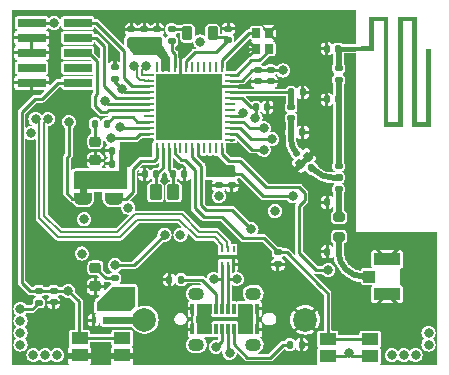
<source format=gbr>
%TF.GenerationSoftware,KiCad,Pcbnew,7.0.7*%
%TF.CreationDate,2023-11-09T15:37:00-05:00*%
%TF.ProjectId,Occupancy_Sensor-A,4f636375-7061-46e6-9379-5f53656e736f,rev?*%
%TF.SameCoordinates,Original*%
%TF.FileFunction,Copper,L1,Top*%
%TF.FilePolarity,Positive*%
%FSLAX46Y46*%
G04 Gerber Fmt 4.6, Leading zero omitted, Abs format (unit mm)*
G04 Created by KiCad (PCBNEW 7.0.7) date 2023-11-09 15:37:00*
%MOMM*%
%LPD*%
G01*
G04 APERTURE LIST*
G04 Aperture macros list*
%AMRoundRect*
0 Rectangle with rounded corners*
0 $1 Rounding radius*
0 $2 $3 $4 $5 $6 $7 $8 $9 X,Y pos of 4 corners*
0 Add a 4 corners polygon primitive as box body*
4,1,4,$2,$3,$4,$5,$6,$7,$8,$9,$2,$3,0*
0 Add four circle primitives for the rounded corners*
1,1,$1+$1,$2,$3*
1,1,$1+$1,$4,$5*
1,1,$1+$1,$6,$7*
1,1,$1+$1,$8,$9*
0 Add four rect primitives between the rounded corners*
20,1,$1+$1,$2,$3,$4,$5,0*
20,1,$1+$1,$4,$5,$6,$7,0*
20,1,$1+$1,$6,$7,$8,$9,0*
20,1,$1+$1,$8,$9,$2,$3,0*%
%AMRotRect*
0 Rectangle, with rotation*
0 The origin of the aperture is its center*
0 $1 length*
0 $2 width*
0 $3 Rotation angle, in degrees counterclockwise*
0 Add horizontal line*
21,1,$1,$2,0,0,$3*%
%AMFreePoly0*
4,1,19,0.500000,-0.750000,0.000000,-0.750000,0.000000,-0.744911,-0.071157,-0.744911,-0.207708,-0.704816,-0.327430,-0.627875,-0.420627,-0.520320,-0.479746,-0.390866,-0.500000,-0.250000,-0.500000,0.250000,-0.479746,0.390866,-0.420627,0.520320,-0.327430,0.627875,-0.207708,0.704816,-0.071157,0.744911,0.000000,0.744911,0.000000,0.750000,0.500000,0.750000,0.500000,-0.750000,0.500000,-0.750000,
$1*%
%AMFreePoly1*
4,1,19,0.000000,0.744911,0.071157,0.744911,0.207708,0.704816,0.327430,0.627875,0.420627,0.520320,0.479746,0.390866,0.500000,0.250000,0.500000,-0.250000,0.479746,-0.390866,0.420627,-0.520320,0.327430,-0.627875,0.207708,-0.704816,0.071157,-0.744911,0.000000,-0.744911,0.000000,-0.750000,-0.500000,-0.750000,-0.500000,0.750000,0.000000,0.750000,0.000000,0.744911,0.000000,0.744911,
$1*%
G04 Aperture macros list end*
%TA.AperFunction,SMDPad,CuDef*%
%ADD10RoundRect,0.147500X0.172500X-0.147500X0.172500X0.147500X-0.172500X0.147500X-0.172500X-0.147500X0*%
%TD*%
%TA.AperFunction,SMDPad,CuDef*%
%ADD11RotRect,0.500000X0.300000X315.000000*%
%TD*%
%TA.AperFunction,SMDPad,CuDef*%
%ADD12RotRect,0.800000X0.500000X315.000000*%
%TD*%
%TA.AperFunction,SMDPad,CuDef*%
%ADD13C,2.000000*%
%TD*%
%TA.AperFunction,SMDPad,CuDef*%
%ADD14R,0.400000X0.510000*%
%TD*%
%TA.AperFunction,SMDPad,CuDef*%
%ADD15R,0.300000X0.870000*%
%TD*%
%TA.AperFunction,ComponentPad*%
%ADD16O,1.350000X1.100000*%
%TD*%
%TA.AperFunction,SMDPad,CuDef*%
%ADD17R,1.050000X1.000000*%
%TD*%
%TA.AperFunction,SMDPad,CuDef*%
%ADD18R,2.200000X1.050000*%
%TD*%
%TA.AperFunction,SMDPad,CuDef*%
%ADD19R,1.400000X1.050000*%
%TD*%
%TA.AperFunction,SMDPad,CuDef*%
%ADD20FreePoly0,270.000000*%
%TD*%
%TA.AperFunction,SMDPad,CuDef*%
%ADD21FreePoly1,270.000000*%
%TD*%
%TA.AperFunction,SMDPad,CuDef*%
%ADD22RoundRect,0.218750X0.256250X-0.218750X0.256250X0.218750X-0.256250X0.218750X-0.256250X-0.218750X0*%
%TD*%
%TA.AperFunction,SMDPad,CuDef*%
%ADD23RoundRect,0.140000X-0.140000X-0.170000X0.140000X-0.170000X0.140000X0.170000X-0.140000X0.170000X0*%
%TD*%
%TA.AperFunction,SMDPad,CuDef*%
%ADD24RoundRect,0.147500X-0.172500X0.147500X-0.172500X-0.147500X0.172500X-0.147500X0.172500X0.147500X0*%
%TD*%
%TA.AperFunction,SMDPad,CuDef*%
%ADD25RoundRect,0.140000X-0.170000X0.140000X-0.170000X-0.140000X0.170000X-0.140000X0.170000X0.140000X0*%
%TD*%
%TA.AperFunction,SMDPad,CuDef*%
%ADD26RoundRect,0.135000X0.185000X-0.135000X0.185000X0.135000X-0.185000X0.135000X-0.185000X-0.135000X0*%
%TD*%
%TA.AperFunction,SMDPad,CuDef*%
%ADD27RoundRect,0.140000X0.140000X0.170000X-0.140000X0.170000X-0.140000X-0.170000X0.140000X-0.170000X0*%
%TD*%
%TA.AperFunction,SMDPad,CuDef*%
%ADD28R,0.250000X0.600000*%
%TD*%
%TA.AperFunction,SMDPad,CuDef*%
%ADD29RoundRect,0.075000X0.300000X-0.350000X0.300000X0.350000X-0.300000X0.350000X-0.300000X-0.350000X0*%
%TD*%
%TA.AperFunction,SMDPad,CuDef*%
%ADD30RoundRect,0.140000X0.170000X-0.140000X0.170000X0.140000X-0.170000X0.140000X-0.170000X-0.140000X0*%
%TD*%
%TA.AperFunction,SMDPad,CuDef*%
%ADD31RoundRect,0.135000X-0.135000X-0.185000X0.135000X-0.185000X0.135000X0.185000X-0.135000X0.185000X0*%
%TD*%
%TA.AperFunction,SMDPad,CuDef*%
%ADD32R,2.400000X0.740000*%
%TD*%
%TA.AperFunction,SMDPad,CuDef*%
%ADD33RoundRect,0.135000X-0.185000X0.135000X-0.185000X-0.135000X0.185000X-0.135000X0.185000X0.135000X0*%
%TD*%
%TA.AperFunction,SMDPad,CuDef*%
%ADD34RoundRect,0.135000X0.135000X0.185000X-0.135000X0.185000X-0.135000X-0.185000X0.135000X-0.185000X0*%
%TD*%
%TA.AperFunction,SMDPad,CuDef*%
%ADD35RoundRect,0.062500X0.062500X-0.375000X0.062500X0.375000X-0.062500X0.375000X-0.062500X-0.375000X0*%
%TD*%
%TA.AperFunction,SMDPad,CuDef*%
%ADD36RoundRect,0.062500X0.375000X-0.062500X0.375000X0.062500X-0.375000X0.062500X-0.375000X-0.062500X0*%
%TD*%
%TA.AperFunction,SMDPad,CuDef*%
%ADD37R,5.600000X5.600000*%
%TD*%
%TA.AperFunction,SMDPad,CuDef*%
%ADD38RoundRect,0.100000X0.400000X0.550000X-0.400000X0.550000X-0.400000X-0.550000X0.400000X-0.550000X0*%
%TD*%
%TA.AperFunction,SMDPad,CuDef*%
%ADD39RoundRect,0.218750X0.218750X0.381250X-0.218750X0.381250X-0.218750X-0.381250X0.218750X-0.381250X0*%
%TD*%
%TA.AperFunction,SMDPad,CuDef*%
%ADD40RoundRect,0.100000X-0.400000X0.100000X-0.400000X-0.100000X0.400000X-0.100000X0.400000X0.100000X0*%
%TD*%
%TA.AperFunction,SMDPad,CuDef*%
%ADD41RoundRect,0.200000X-0.275000X0.200000X-0.275000X-0.200000X0.275000X-0.200000X0.275000X0.200000X0*%
%TD*%
%TA.AperFunction,ViaPad*%
%ADD42C,0.800000*%
%TD*%
%TA.AperFunction,Conductor*%
%ADD43C,0.500000*%
%TD*%
%TA.AperFunction,Conductor*%
%ADD44C,0.250000*%
%TD*%
%TA.AperFunction,Conductor*%
%ADD45C,0.200000*%
%TD*%
%TA.AperFunction,Conductor*%
%ADD46C,0.400000*%
%TD*%
G04 APERTURE END LIST*
%TA.AperFunction,EtchedComponent*%
%TO.C,JP2*%
G36*
X136300000Y-115550000D02*
G01*
X135700000Y-115550000D01*
X135700000Y-115050000D01*
X136300000Y-115050000D01*
X136300000Y-115550000D01*
G37*
%TD.AperFunction*%
%TA.AperFunction,EtchedComponent*%
%TO.C,AE1*%
G36*
X161850000Y-109450000D02*
G01*
X162650000Y-109450000D01*
X162650000Y-100550000D01*
X164250000Y-100550000D01*
X164250000Y-109450000D01*
X165050000Y-109450000D01*
X165050000Y-103250000D01*
X165450000Y-103250000D01*
X165450000Y-109850000D01*
X163850000Y-109850000D01*
X163850000Y-100950000D01*
X163050000Y-100950000D01*
X163050000Y-109850000D01*
X161450000Y-109850000D01*
X161450000Y-100950000D01*
X160650000Y-100950000D01*
X160650000Y-103450000D01*
X159550000Y-103450000D01*
X159550000Y-103050000D01*
X160250000Y-103050000D01*
X160250000Y-100550000D01*
X161850000Y-100550000D01*
X161850000Y-109450000D01*
G37*
%TD.AperFunction*%
%TD*%
D10*
%TO.P,L5,1,1*%
%TO.N,Net-(C26-Pad2)*%
X157630000Y-105885000D03*
%TO.P,L5,2,2*%
%TO.N,Net-(AE1-A)*%
X157630000Y-104915000D03*
%TD*%
D11*
%TO.P,U8,1,1*%
%TO.N,Net-(C25-Pad1)*%
X154098959Y-112098959D03*
D12*
%TO.P,U8,2,GND*%
%TO.N,GND*%
X154381802Y-113018198D03*
D11*
%TO.P,U8,3,3*%
%TO.N,Net-(C26-Pad1)*%
X155301041Y-113301041D03*
D12*
%TO.P,U8,4,GND*%
%TO.N,GND*%
X155018198Y-112381802D03*
%TD*%
D13*
%TO.P,TP1,1,1*%
%TO.N,Net-(Q6-S)*%
X141200000Y-126200000D03*
%TD*%
%TO.P,TP2,1,1*%
%TO.N,GND*%
X154800000Y-126200000D03*
%TD*%
D14*
%TO.P,Q6,3,D*%
%TO.N,VBUS*%
X137400000Y-124955000D03*
%TO.P,Q6,2,S*%
%TO.N,Net-(Q6-S)*%
X137900000Y-126245000D03*
%TO.P,Q6,1,G*%
%TO.N,GND*%
X136900000Y-126245000D03*
%TD*%
D15*
%TO.P,J4,A1,GND*%
%TO.N,GND*%
X145250000Y-125285000D03*
%TO.P,J4,A4,VBUS*%
%TO.N,VBUS*%
X146750000Y-125285000D03*
%TO.P,J4,A5,CC1*%
%TO.N,Net-(J4-CC1)*%
X147250000Y-125285000D03*
%TO.P,J4,A6,D+*%
%TO.N,Net-(U3-D+_in)*%
X147750000Y-125285000D03*
%TO.P,J4,A7,D-*%
%TO.N,Net-(U3-D-_in)*%
X148250000Y-125285000D03*
%TO.P,J4,A8,SBU1*%
%TO.N,unconnected-(J4-SBU1-PadA8)*%
X148750000Y-125285000D03*
%TO.P,J4,A9,VBUS*%
%TO.N,VBUS*%
X149250000Y-125285000D03*
%TO.P,J4,A12,GND*%
%TO.N,GND*%
X150750000Y-125285000D03*
%TO.P,J4,B1,GND*%
X150750000Y-127015000D03*
%TO.P,J4,B4,VBUS*%
%TO.N,VBUS*%
X149250000Y-127015000D03*
%TO.P,J4,B5,CC2*%
%TO.N,Net-(J4-CC2)*%
X148750000Y-127015000D03*
%TO.P,J4,B6,D+*%
%TO.N,Net-(U3-D+_in)*%
X148250000Y-127015000D03*
%TO.P,J4,B7,D-*%
%TO.N,Net-(U3-D-_in)*%
X147750000Y-127015000D03*
%TO.P,J4,B8,SBU2*%
%TO.N,unconnected-(J4-SBU2-PadB8)*%
X147250000Y-127015000D03*
%TO.P,J4,B9,VBUS*%
%TO.N,VBUS*%
X146750000Y-127015000D03*
%TO.P,J4,B12,GND*%
%TO.N,GND*%
X145250000Y-127015000D03*
D16*
%TO.P,J4,S1,SHIELD*%
%TO.N,unconnected-(J4-SHIELD-PadS1)*%
X145600000Y-124000000D03*
X145600000Y-128300000D03*
X150400000Y-124000000D03*
X150400000Y-128300000D03*
%TD*%
D17*
%TO.P,J3,1,In*%
%TO.N,Net-(J3-In)*%
X160225000Y-122550000D03*
D18*
%TO.P,J3,2,Ext*%
%TO.N,GND*%
X161750000Y-121075000D03*
X161750000Y-124025000D03*
%TD*%
D19*
%TO.P,SW2,2,2*%
%TO.N,GND*%
X139300000Y-129225000D03*
X135700000Y-129225000D03*
%TO.P,SW2,1,1*%
%TO.N,NRST*%
X139300000Y-127775000D03*
X135700000Y-127775000D03*
%TD*%
%TO.P,SW1,1,1*%
%TO.N,BOOT*%
X156700000Y-127850000D03*
X160300000Y-127850000D03*
%TO.P,SW1,2,2*%
%TO.N,+3.3V*%
X156700000Y-129300000D03*
X160300000Y-129300000D03*
%TD*%
D20*
%TO.P,JP1,1,A*%
%TO.N,+3.3V*%
X138600000Y-114650000D03*
D21*
%TO.P,JP1,2,B*%
%TO.N,Net-(JP1-B)*%
X138600000Y-115950000D03*
%TD*%
D22*
%TO.P,D2,1,K*%
%TO.N,GND*%
X137050000Y-112687500D03*
%TO.P,D2,2,A*%
%TO.N,Net-(D2-A)*%
X137050000Y-111112500D03*
%TD*%
D23*
%TO.P,C24,1*%
%TO.N,RF*%
X153625000Y-106950000D03*
%TO.P,C24,2*%
%TO.N,GND*%
X154585000Y-106950000D03*
%TD*%
D24*
%TO.P,L2,1*%
%TO.N,Net-(L1-Pad2)*%
X143500000Y-101615000D03*
%TO.P,L2,2*%
%TO.N,Net-(U6-VLXSMPS)*%
X143500000Y-102585000D03*
%TD*%
D25*
%TO.P,C10,1*%
%TO.N,+3.3V*%
X148600000Y-113870000D03*
%TO.P,C10,2*%
%TO.N,GND*%
X148600000Y-114830000D03*
%TD*%
D26*
%TO.P,R21,1*%
%TO.N,+3.3V*%
X132250000Y-124760000D03*
%TO.P,R21,2*%
%TO.N,NRST*%
X132250000Y-123740000D03*
%TD*%
D27*
%TO.P,C14,1*%
%TO.N,/OSC32_IN*%
X142180000Y-113900000D03*
%TO.P,C14,2*%
%TO.N,GND*%
X141220000Y-113900000D03*
%TD*%
%TO.P,C28,2*%
%TO.N,GND*%
X156670000Y-116250000D03*
%TO.P,C28,1*%
%TO.N,Net-(C28-Pad1)*%
X157630000Y-116250000D03*
%TD*%
D25*
%TO.P,C31,2*%
%TO.N,Net-(C28-Pad1)*%
X157630000Y-115130000D03*
%TO.P,C31,1*%
%TO.N,Net-(C26-Pad1)*%
X157630000Y-114170000D03*
%TD*%
D28*
%TO.P,U3,1,D+_in*%
%TO.N,Net-(U3-D+_in)*%
X147750000Y-121550000D03*
%TO.P,U3,2,D-_in*%
%TO.N,Net-(U3-D-_in)*%
X148250000Y-121550000D03*
%TO.P,U3,3,GND*%
%TO.N,GND*%
X148750000Y-121550000D03*
%TO.P,U3,4,NC*%
%TO.N,unconnected-(U3-NC-Pad4)*%
X148750000Y-120250000D03*
%TO.P,U3,5,D-_out*%
%TO.N,USB_N*%
X148250000Y-120250000D03*
%TO.P,U3,6,D+_out*%
%TO.N,USB_P*%
X147750000Y-120250000D03*
%TD*%
D25*
%TO.P,C22,1*%
%TO.N,+3.3V*%
X150800000Y-105070000D03*
%TO.P,C22,2*%
%TO.N,GND*%
X150800000Y-106030000D03*
%TD*%
%TO.P,C11,1*%
%TO.N,+3.3V*%
X147500000Y-113870000D03*
%TO.P,C11,2*%
%TO.N,GND*%
X147500000Y-114830000D03*
%TD*%
D29*
%TO.P,Y2,1,1*%
%TO.N,/OSC_OUT*%
X151725000Y-103275000D03*
%TO.P,Y2,2,2*%
%TO.N,GND*%
X151725000Y-101925000D03*
%TO.P,Y2,3,3*%
%TO.N,/OSC_IN*%
X150675000Y-101925000D03*
%TO.P,Y2,4,4*%
%TO.N,GND*%
X150675000Y-103275000D03*
%TD*%
D30*
%TO.P,C17,1*%
%TO.N,+3.3V*%
X142300000Y-102580000D03*
%TO.P,C17,2*%
%TO.N,GND*%
X142300000Y-101620000D03*
%TD*%
D23*
%TO.P,C13,1*%
%TO.N,+3.3V*%
X150620000Y-108200000D03*
%TO.P,C13,2*%
%TO.N,GND*%
X151580000Y-108200000D03*
%TD*%
D31*
%TO.P,R2,1*%
%TO.N,Net-(J4-CC2)*%
X153490000Y-128300000D03*
%TO.P,R2,2*%
%TO.N,GND*%
X154510000Y-128300000D03*
%TD*%
D30*
%TO.P,C16,1*%
%TO.N,+3.3V*%
X140100000Y-102580000D03*
%TO.P,C16,2*%
%TO.N,GND*%
X140100000Y-101620000D03*
%TD*%
D20*
%TO.P,JP2,1,A*%
%TO.N,+3.3V*%
X136000000Y-114650000D03*
D21*
%TO.P,JP2,2,B*%
%TO.N,Net-(JP2-B)*%
X136000000Y-115950000D03*
%TD*%
D30*
%TO.P,C26,1*%
%TO.N,Net-(C26-Pad1)*%
X157630000Y-114130000D03*
%TO.P,C26,2*%
%TO.N,Net-(C26-Pad2)*%
X157630000Y-113170000D03*
%TD*%
D27*
%TO.P,C30,1*%
%TO.N,Net-(AE1-A)*%
X157610000Y-103250000D03*
%TO.P,C30,2*%
%TO.N,GND*%
X156650000Y-103250000D03*
%TD*%
D22*
%TO.P,D1,1,K*%
%TO.N,GND*%
X137050000Y-123387500D03*
%TO.P,D1,2,A*%
%TO.N,Net-(D1-A)*%
X137050000Y-121812500D03*
%TD*%
D30*
%TO.P,C15,1*%
%TO.N,+3.3V*%
X141200000Y-102580000D03*
%TO.P,C15,2*%
%TO.N,GND*%
X141200000Y-101620000D03*
%TD*%
D31*
%TO.P,R13,1*%
%TO.N,Net-(D2-A)*%
X136990000Y-109600000D03*
%TO.P,R13,2*%
%TO.N,PB5*%
X138010000Y-109600000D03*
%TD*%
D32*
%TO.P,J2,1,Pin_1*%
%TO.N,+3.3V*%
X131650000Y-101060000D03*
%TO.P,J2,2,Pin_2*%
%TO.N,SWDIO*%
X135550000Y-101060000D03*
%TO.P,J2,3,Pin_3*%
%TO.N,GND*%
X131650000Y-102330000D03*
%TO.P,J2,4,Pin_4*%
%TO.N,SWCLK*%
X135550000Y-102330000D03*
%TO.P,J2,5,Pin_5*%
%TO.N,GND*%
X131650000Y-103600000D03*
%TO.P,J2,6,Pin_6*%
%TO.N,SWO*%
X135550000Y-103600000D03*
%TO.P,J2,7,Pin_7*%
%TO.N,unconnected-(J2-Pin_7-Pad7)*%
X131650000Y-104870000D03*
%TO.P,J2,8,Pin_8*%
%TO.N,unconnected-(J2-Pin_8-Pad8)*%
X135550000Y-104870000D03*
%TO.P,J2,9,Pin_9*%
%TO.N,GND*%
X131650000Y-106140000D03*
%TO.P,J2,10,Pin_10*%
%TO.N,NRST*%
X135550000Y-106140000D03*
%TD*%
D23*
%TO.P,C25,1*%
%TO.N,Net-(C25-Pad1)*%
X153620000Y-110328200D03*
%TO.P,C25,2*%
%TO.N,GND*%
X154580000Y-110328200D03*
%TD*%
D33*
%TO.P,R15,1*%
%TO.N,BOOT*%
X152500000Y-120490000D03*
%TO.P,R15,2*%
%TO.N,GND*%
X152500000Y-121510000D03*
%TD*%
D34*
%TO.P,R1,1*%
%TO.N,Net-(J4-CC1)*%
X144310000Y-122800000D03*
%TO.P,R1,2*%
%TO.N,GND*%
X143290000Y-122800000D03*
%TD*%
D33*
%TO.P,R8,1*%
%TO.N,Net-(D1-A)*%
X138700000Y-122690000D03*
%TO.P,R8,2*%
%TO.N,VBUS*%
X138700000Y-123710000D03*
%TD*%
D27*
%TO.P,C29,2*%
%TO.N,GND*%
X156650000Y-107550000D03*
%TO.P,C29,1*%
%TO.N,Net-(C26-Pad2)*%
X157610000Y-107550000D03*
%TD*%
D35*
%TO.P,U6,1,VBAT*%
%TO.N,Net-(JP1-B)*%
X142250000Y-111637500D03*
%TO.P,U6,2,PC14*%
%TO.N,/OSC32_IN*%
X142750000Y-111637500D03*
%TO.P,U6,3,PC15*%
%TO.N,/OSC32_OUT*%
X143250000Y-111637500D03*
%TO.P,U6,4,PH3*%
%TO.N,BOOT*%
X143750000Y-111637500D03*
%TO.P,U6,5,PB8*%
%TO.N,unconnected-(U6-PB8-Pad5)*%
X144250000Y-111637500D03*
%TO.P,U6,6,PB9*%
%TO.N,unconnected-(U6-PB9-Pad6)*%
X144750000Y-111637500D03*
%TO.P,U6,7,NRST*%
%TO.N,NRST*%
X145250000Y-111637500D03*
%TO.P,U6,8,VDDA*%
%TO.N,+3.3V*%
X145750000Y-111637500D03*
%TO.P,U6,9,PA0*%
%TO.N,unconnected-(U6-PA0-Pad9)*%
X146250000Y-111637500D03*
%TO.P,U6,10,PA1*%
%TO.N,unconnected-(U6-PA1-Pad10)*%
X146750000Y-111637500D03*
%TO.P,U6,11,PA2*%
%TO.N,unconnected-(U6-PA2-Pad11)*%
X147250000Y-111637500D03*
%TO.P,U6,12,PA3*%
%TO.N,1V8_EN*%
X147750000Y-111637500D03*
D36*
%TO.P,U6,13,PA4*%
%TO.N,unconnected-(U6-PA4-Pad13)*%
X148437500Y-110950000D03*
%TO.P,U6,14,PA5*%
%TO.N,LPn_3V3*%
X148437500Y-110450000D03*
%TO.P,U6,15,PA6*%
%TO.N,INT_TOF_3V3*%
X148437500Y-109950000D03*
%TO.P,U6,16,PA7*%
%TO.N,SYNC_3V3*%
X148437500Y-109450000D03*
%TO.P,U6,17,PA8*%
%TO.N,I2C_RST*%
X148437500Y-108950000D03*
%TO.P,U6,18,PA9*%
%TO.N,unconnected-(U6-PA9-Pad18)*%
X148437500Y-108450000D03*
%TO.P,U6,19,PB2*%
%TO.N,unconnected-(U6-PB2-Pad19)*%
X148437500Y-107950000D03*
%TO.P,U6,20,VDD*%
%TO.N,+3.3V*%
X148437500Y-107450000D03*
%TO.P,U6,21,RF1*%
%TO.N,RF*%
X148437500Y-106950000D03*
%TO.P,U6,22,VSSRF*%
%TO.N,GND*%
X148437500Y-106450000D03*
%TO.P,U6,23,VDDRF*%
%TO.N,+3.3V*%
X148437500Y-105950000D03*
%TO.P,U6,24,OSC_OUT*%
%TO.N,/OSC_OUT*%
X148437500Y-105450000D03*
D35*
%TO.P,U6,25,OSC_IN*%
%TO.N,/OSC_IN*%
X147750000Y-104762500D03*
%TO.P,U6,26,AT0*%
%TO.N,unconnected-(U6-AT0-Pad26)*%
X147250000Y-104762500D03*
%TO.P,U6,27,AT1*%
%TO.N,unconnected-(U6-AT1-Pad27)*%
X146750000Y-104762500D03*
%TO.P,U6,28,PB0*%
%TO.N,unconnected-(U6-PB0-Pad28)*%
X146250000Y-104762500D03*
%TO.P,U6,29,PB1*%
%TO.N,unconnected-(U6-PB1-Pad29)*%
X145750000Y-104762500D03*
%TO.P,U6,30,PE4*%
%TO.N,unconnected-(U6-PE4-Pad30)*%
X145250000Y-104762500D03*
%TO.P,U6,31,VFBSMPS*%
%TO.N,Net-(U6-VFBSMPS)*%
X144750000Y-104762500D03*
%TO.P,U6,32,VSSSMPS*%
%TO.N,GND*%
X144250000Y-104762500D03*
%TO.P,U6,33,VLXSMPS*%
%TO.N,Net-(U6-VLXSMPS)*%
X143750000Y-104762500D03*
%TO.P,U6,34,VDDSMPS*%
%TO.N,+3.3V*%
X143250000Y-104762500D03*
%TO.P,U6,35,VDD*%
X142750000Y-104762500D03*
%TO.P,U6,36,PA10*%
%TO.N,unconnected-(U6-PA10-Pad36)*%
X142250000Y-104762500D03*
D36*
%TO.P,U6,37,PA11*%
%TO.N,USB_N*%
X141562500Y-105450000D03*
%TO.P,U6,38,PA12*%
%TO.N,USB_P*%
X141562500Y-105950000D03*
%TO.P,U6,39,PA13*%
%TO.N,SWDIO*%
X141562500Y-106450000D03*
%TO.P,U6,40,VDDUSB*%
%TO.N,Net-(JP2-B)*%
X141562500Y-106950000D03*
%TO.P,U6,41,PA14*%
%TO.N,SWCLK*%
X141562500Y-107450000D03*
%TO.P,U6,42,PA15*%
%TO.N,INT_CLR_3V3*%
X141562500Y-107950000D03*
%TO.P,U6,43,PB3*%
%TO.N,SWO*%
X141562500Y-108450000D03*
%TO.P,U6,44,PB4*%
%TO.N,unconnected-(U6-PB4-Pad44)*%
X141562500Y-108950000D03*
%TO.P,U6,45,PB5*%
%TO.N,PB5*%
X141562500Y-109450000D03*
%TO.P,U6,46,PB6*%
%TO.N,SCL_3V3*%
X141562500Y-109950000D03*
%TO.P,U6,47,PB7*%
%TO.N,SDA_3V3*%
X141562500Y-110450000D03*
%TO.P,U6,48,VDD*%
%TO.N,+3.3V*%
X141562500Y-110950000D03*
D37*
%TO.P,U6,49,VSS*%
%TO.N,GND*%
X145000000Y-108200000D03*
%TD*%
D27*
%TO.P,C18,1*%
%TO.N,+3.3V*%
X139380000Y-111900000D03*
%TO.P,C18,2*%
%TO.N,GND*%
X138420000Y-111900000D03*
%TD*%
D38*
%TO.P,Y3,1,1*%
%TO.N,/OSC32_OUT*%
X143650000Y-115400000D03*
%TO.P,Y3,2,2*%
%TO.N,/OSC32_IN*%
X142150000Y-115400000D03*
%TD*%
D25*
%TO.P,C23,1*%
%TO.N,+3.3V*%
X151900000Y-105070000D03*
%TO.P,C23,2*%
%TO.N,GND*%
X151900000Y-106030000D03*
%TD*%
D27*
%TO.P,C20,1*%
%TO.N,+3.3V*%
X139380000Y-113000000D03*
%TO.P,C20,2*%
%TO.N,GND*%
X138420000Y-113000000D03*
%TD*%
%TO.P,C12,1*%
%TO.N,GND*%
X144580000Y-113900000D03*
%TO.P,C12,2*%
%TO.N,/OSC32_OUT*%
X143620000Y-113900000D03*
%TD*%
D30*
%TO.P,C19,1*%
%TO.N,Net-(U6-VFBSMPS)*%
X148300000Y-102530000D03*
%TO.P,C19,2*%
%TO.N,GND*%
X148300000Y-101570000D03*
%TD*%
D39*
%TO.P,L1,1,1*%
%TO.N,Net-(U6-VFBSMPS)*%
X146962500Y-101950000D03*
%TO.P,L1,2,2*%
%TO.N,Net-(L1-Pad2)*%
X144837500Y-101950000D03*
%TD*%
D40*
%TO.P,AE1,1,A*%
%TO.N,Net-(AE1-A)*%
X159350000Y-103250000D03*
%TD*%
D41*
%TO.P,L4,1,1*%
%TO.N,Net-(C28-Pad1)*%
X157650000Y-117525000D03*
%TO.P,L4,2,2*%
%TO.N,Net-(J3-In)*%
X157650000Y-119175000D03*
%TD*%
D24*
%TO.P,L3,1,1*%
%TO.N,RF*%
X153625000Y-108166000D03*
%TO.P,L3,2,2*%
%TO.N,Net-(C25-Pad1)*%
X153625000Y-109136000D03*
%TD*%
D25*
%TO.P,C9,1*%
%TO.N,NRST*%
X133500000Y-123770000D03*
%TO.P,C9,2*%
%TO.N,GND*%
X133500000Y-124730000D03*
%TD*%
D30*
%TO.P,C21,1*%
%TO.N,Net-(JP2-B)*%
X138700000Y-105780000D03*
%TO.P,C21,2*%
%TO.N,GND*%
X138700000Y-104820000D03*
%TD*%
D27*
%TO.P,C27,2*%
%TO.N,GND*%
X156670000Y-120450000D03*
%TO.P,C27,1*%
%TO.N,Net-(J3-In)*%
X157630000Y-120450000D03*
%TD*%
D42*
%TO.N,GND*%
X165000000Y-119400000D03*
X161800000Y-119400000D03*
X150600000Y-122200000D03*
%TO.N,VBUS*%
X139800000Y-125000000D03*
X138900000Y-125000000D03*
%TO.N,Net-(U3-D+_in)*%
X148400000Y-129000000D03*
%TO.N,Net-(U3-D-_in)*%
X149000000Y-122750000D03*
%TO.N,Net-(U3-D+_in)*%
X147049598Y-122775000D03*
%TO.N,Net-(U3-D-_in)*%
X147250000Y-128500000D03*
%TO.N,VBUS*%
X149900000Y-126900000D03*
X149900000Y-125400000D03*
%TO.N,GND*%
X153000000Y-112300000D03*
X154900000Y-104300000D03*
X156700000Y-101500000D03*
X158700000Y-111400000D03*
X133700000Y-120200000D03*
X134250000Y-116300000D03*
X153400000Y-119000000D03*
X134800000Y-107900000D03*
X144500000Y-120250000D03*
X131550000Y-111800000D03*
X155750000Y-119500000D03*
X141000000Y-115600000D03*
X152700000Y-101000000D03*
X133800000Y-110850000D03*
X159200000Y-119400000D03*
X155700000Y-114900000D03*
X158700000Y-109400000D03*
X138700000Y-103800000D03*
X165000000Y-121100000D03*
X159200000Y-121100000D03*
X133600000Y-104200000D03*
X154800000Y-108600000D03*
X143750000Y-123750000D03*
X150250000Y-117000000D03*
X137950000Y-117900000D03*
X158700000Y-107400000D03*
X153800000Y-113700000D03*
X133600000Y-102900000D03*
X158700000Y-101500000D03*
X155700000Y-111800000D03*
X141600000Y-122000000D03*
X144000000Y-108500000D03*
X154000000Y-122750000D03*
X156600000Y-109400000D03*
X155750000Y-117750000D03*
X158700000Y-105400000D03*
X156400000Y-105400000D03*
X158700000Y-113400000D03*
X152750000Y-109750000D03*
X158700000Y-115400000D03*
X157500000Y-123000000D03*
X165000000Y-124100000D03*
X145000000Y-108500000D03*
X146000000Y-108500000D03*
X132300000Y-122000000D03*
X161750000Y-125900000D03*
X149200000Y-104000000D03*
%TO.N,+1V8*%
X165250000Y-128300000D03*
X147500000Y-115750000D03*
X164150000Y-129200000D03*
X152250000Y-117000000D03*
X162150000Y-129200000D03*
X145900000Y-102649500D03*
X165250000Y-127300000D03*
X163150000Y-129200000D03*
X139800000Y-116700000D03*
X136100000Y-117700000D03*
X144250000Y-119000000D03*
X135900000Y-120600000D03*
%TO.N,+3.3V*%
X131800000Y-129200000D03*
X153750000Y-115750000D03*
X140500000Y-111800000D03*
X133800000Y-129200000D03*
X133540000Y-101060000D03*
X130700000Y-125300000D03*
X130700000Y-128300000D03*
X130700000Y-126300000D03*
X141750000Y-103300000D03*
X158500000Y-129000000D03*
X132800000Y-129200000D03*
X130700000Y-127300000D03*
X152900000Y-105100000D03*
X131575499Y-110400000D03*
X150600000Y-109100000D03*
%TO.N,VBUS*%
X146100000Y-126900000D03*
X146100000Y-125400000D03*
%TO.N,NRST*%
X150250000Y-118550000D03*
X134750000Y-123750000D03*
%TO.N,USB_N*%
X133025000Y-109212170D03*
X141325000Y-104750000D03*
%TO.N,USB_P*%
X140275000Y-104750000D03*
X131975000Y-109212170D03*
%TO.N,INT_CLR_3V3*%
X137900000Y-107700000D03*
%TO.N,SCL_3V3*%
X139150000Y-109900000D03*
%TO.N,SDA_3V3*%
X138350000Y-110800000D03*
%TO.N,I2C_RST*%
X149523910Y-108685575D03*
%TO.N,INT_TOF_3V3*%
X152000000Y-110900000D03*
%TO.N,SYNC_3V3*%
X151300000Y-110000000D03*
%TO.N,Net-(JP2-B)*%
X139300000Y-106700000D03*
X134800000Y-109450000D03*
%TO.N,SDA_1V8*%
X138700000Y-121600000D03*
X142900000Y-119000000D03*
%TO.N,LPn_3V3*%
X151300000Y-111800000D03*
%TO.N,1V8_EN*%
X156750000Y-122000000D03*
%TD*%
D43*
%TO.N,Net-(AE1-A)*%
X157630000Y-104915000D02*
X157630000Y-103290000D01*
D44*
%TO.N,SWO*%
X136500000Y-103600000D02*
X135550000Y-103600000D01*
X137200000Y-104300000D02*
X136500000Y-103600000D01*
X137000000Y-107286396D02*
X137200000Y-107086396D01*
X137000000Y-108100000D02*
X137000000Y-107286396D01*
X137500000Y-108600000D02*
X137000000Y-108100000D01*
X137200000Y-107086396D02*
X137200000Y-104300000D01*
X138000000Y-108600000D02*
X137500000Y-108600000D01*
X138150000Y-108450000D02*
X138000000Y-108600000D01*
X141562500Y-108450000D02*
X138150000Y-108450000D01*
%TO.N,+3.3V*%
X158800000Y-129300000D02*
X158500000Y-129000000D01*
X160300000Y-129300000D02*
X158800000Y-129300000D01*
X158200000Y-129300000D02*
X158500000Y-129000000D01*
X156700000Y-129300000D02*
X158200000Y-129300000D01*
%TO.N,Net-(D1-A)*%
X137927500Y-122690000D02*
X137050000Y-121812500D01*
X138700000Y-122690000D02*
X137927500Y-122690000D01*
%TO.N,Net-(J4-CC2)*%
X153490000Y-128300000D02*
X152950000Y-128300000D01*
X152950000Y-128300000D02*
X152775000Y-128475000D01*
X151850000Y-129400000D02*
X152775000Y-128475000D01*
%TO.N,Net-(U3-D+_in)*%
X148250000Y-128850000D02*
X148400000Y-129000000D01*
X148250000Y-128000000D02*
X148250000Y-128850000D01*
%TO.N,Net-(J4-CC1)*%
X147250000Y-124000000D02*
X147250000Y-125285000D01*
X144200000Y-122800000D02*
X146050000Y-122800000D01*
X146050000Y-122800000D02*
X147250000Y-124000000D01*
%TO.N,Net-(J4-CC2)*%
X148750000Y-128250000D02*
X149900000Y-129400000D01*
X148750000Y-127015000D02*
X148750000Y-128250000D01*
X149900000Y-129400000D02*
X151850000Y-129400000D01*
%TO.N,Net-(U3-D-_in)*%
X148250000Y-122750000D02*
X149000000Y-122750000D01*
%TO.N,Net-(U3-D+_in)*%
X147750000Y-122750000D02*
X147074598Y-122750000D01*
X147750000Y-122750000D02*
X147750000Y-125285000D01*
X147074598Y-122750000D02*
X147049598Y-122775000D01*
X147750000Y-121550000D02*
X147750000Y-122750000D01*
%TO.N,Net-(U3-D-_in)*%
X148250000Y-122750000D02*
X148250000Y-121550000D01*
X148250000Y-124000000D02*
X148250000Y-122750000D01*
%TO.N,Net-(U3-D+_in)*%
X148250000Y-127015000D02*
X148250000Y-128000000D01*
%TO.N,Net-(U3-D-_in)*%
X147750000Y-128000000D02*
X147250000Y-128500000D01*
X147750000Y-127015000D02*
X147750000Y-128000000D01*
X148250000Y-125285000D02*
X148250000Y-124000000D01*
%TO.N,BOOT*%
X156700000Y-127850000D02*
X160300000Y-127850000D01*
X156700000Y-123950000D02*
X156700000Y-127850000D01*
X156150000Y-123400000D02*
X156700000Y-123950000D01*
%TO.N,NRST*%
X139300000Y-127775000D02*
X135700000Y-127775000D01*
%TO.N,GND*%
X150675000Y-103275000D02*
X150075000Y-103275000D01*
X150075000Y-103275000D02*
X149700000Y-103650000D01*
X144250000Y-107450000D02*
X145000000Y-108500000D01*
X138700000Y-104820000D02*
X138700000Y-103800000D01*
X144250000Y-104762500D02*
X144250000Y-107450000D01*
X146750000Y-106450000D02*
X145000000Y-108200000D01*
X145000000Y-108500000D02*
X145000000Y-108200000D01*
X148437500Y-106450000D02*
X146750000Y-106450000D01*
%TO.N,/OSC32_OUT*%
X143620000Y-113900000D02*
X143250000Y-113530000D01*
X143650000Y-113930000D02*
X143620000Y-113900000D01*
X143250000Y-113530000D02*
X143250000Y-111637500D01*
X143650000Y-115400000D02*
X143650000Y-113930000D01*
%TO.N,+3.3V*%
X130700000Y-125300000D02*
X131710000Y-125300000D01*
X150330000Y-105070000D02*
X150800000Y-105070000D01*
X131710000Y-125300000D02*
X132250000Y-124760000D01*
X150800000Y-105070000D02*
X151900000Y-105070000D01*
X148600000Y-113870000D02*
X149370000Y-113870000D01*
X148600000Y-113870000D02*
X148630000Y-113900000D01*
X151250000Y-115750000D02*
X153750000Y-115750000D01*
X150600000Y-108220000D02*
X150620000Y-108200000D01*
X150620000Y-108200000D02*
X150200000Y-108200000D01*
X148437500Y-105950000D02*
X149450000Y-105950000D01*
X149370000Y-113870000D02*
X151250000Y-115750000D01*
X150620000Y-109080000D02*
X150600000Y-109100000D01*
X150620000Y-108200000D02*
X150620000Y-109080000D01*
X149450000Y-107450000D02*
X150200000Y-108200000D01*
X152870000Y-105070000D02*
X152900000Y-105100000D01*
X151900000Y-105070000D02*
X152870000Y-105070000D01*
X149450000Y-105950000D02*
X150330000Y-105070000D01*
X148437500Y-107450000D02*
X149450000Y-107450000D01*
X131650000Y-101060000D02*
X133540000Y-101060000D01*
%TO.N,Net-(U6-VFBSMPS)*%
X148300000Y-102530000D02*
X148070000Y-102300000D01*
X147266504Y-103563496D02*
X148300000Y-102530000D01*
X147312500Y-102300000D02*
X146962500Y-101950000D01*
X148070000Y-102300000D02*
X147312500Y-102300000D01*
X144750000Y-104762500D02*
X144750000Y-104276992D01*
X145463496Y-103563496D02*
X147266504Y-103563496D01*
X144750000Y-104276992D02*
X145463496Y-103563496D01*
%TO.N,NRST*%
X132500000Y-107500000D02*
X131900000Y-107500000D01*
X130800000Y-123050000D02*
X131520000Y-123770000D01*
X133520000Y-123750000D02*
X133500000Y-123770000D01*
X135650000Y-124650000D02*
X135650000Y-127250000D01*
X146000000Y-113200000D02*
X146000000Y-116500000D01*
X145250000Y-112450000D02*
X146000000Y-113200000D01*
X131520000Y-123770000D02*
X133500000Y-123770000D01*
X148600000Y-116900000D02*
X147250000Y-116900000D01*
X135550000Y-106140000D02*
X133860000Y-106140000D01*
X131900000Y-107500000D02*
X130800000Y-108600000D01*
X146400000Y-116900000D02*
X147250000Y-116900000D01*
X134750000Y-123750000D02*
X133520000Y-123750000D01*
X130800000Y-108600000D02*
X130800000Y-123050000D01*
X133860000Y-106140000D02*
X132500000Y-107500000D01*
X150250000Y-118550000D02*
X148600000Y-116900000D01*
X145250000Y-111637500D02*
X145250000Y-112450000D01*
X134750000Y-123750000D02*
X135650000Y-124650000D01*
X146000000Y-116500000D02*
X146400000Y-116900000D01*
%TO.N,Net-(D2-A)*%
X136990000Y-111052500D02*
X137050000Y-111112500D01*
X136990000Y-109600000D02*
X136990000Y-111052500D01*
%TO.N,SWDIO*%
X139475000Y-105750000D02*
X140175000Y-106450000D01*
X135550000Y-101060000D02*
X137110000Y-101060000D01*
X140175000Y-106450000D02*
X141562500Y-106450000D01*
X139475000Y-103425000D02*
X139475000Y-105750000D01*
X137110000Y-101060000D02*
X139475000Y-103425000D01*
%TO.N,SWCLK*%
X137800000Y-106450000D02*
X137800000Y-103050000D01*
X137800000Y-103050000D02*
X137080000Y-102330000D01*
X141562500Y-107450000D02*
X138800000Y-107450000D01*
X138800000Y-107450000D02*
X137800000Y-106450000D01*
X137080000Y-102330000D02*
X135550000Y-102330000D01*
%TO.N,Net-(JP1-B)*%
X138600000Y-115950000D02*
X139650000Y-115950000D01*
X140900000Y-112800000D02*
X142000000Y-112800000D01*
X140250000Y-115350000D02*
X140250000Y-113450000D01*
X140250000Y-113450000D02*
X140900000Y-112800000D01*
X139650000Y-115950000D02*
X140250000Y-115350000D01*
X142250000Y-112550000D02*
X142250000Y-111637500D01*
X142000000Y-112800000D02*
X142250000Y-112550000D01*
%TO.N,Net-(L1-Pad2)*%
X143500000Y-101615000D02*
X144502500Y-101615000D01*
X144502500Y-101615000D02*
X144837500Y-101950000D01*
%TO.N,PB5*%
X140192816Y-109050000D02*
X138550000Y-109050000D01*
X140592816Y-109450000D02*
X140192816Y-109050000D01*
X138010000Y-109600000D02*
X138010000Y-109590000D01*
X138010000Y-109590000D02*
X138550000Y-109050000D01*
X140592816Y-109450000D02*
X141562500Y-109450000D01*
%TO.N,BOOT*%
X156150000Y-123400000D02*
X153240000Y-120490000D01*
X143750000Y-112123008D02*
X144276992Y-112650000D01*
X151285000Y-119275000D02*
X152500000Y-120490000D01*
X153240000Y-120490000D02*
X152500000Y-120490000D01*
X144276992Y-112650000D02*
X144600000Y-112650000D01*
X145450000Y-116750000D02*
X146225000Y-117525000D01*
X146225000Y-117525000D02*
X147775000Y-117525000D01*
X147775000Y-117525000D02*
X149525000Y-119275000D01*
X145450000Y-113500000D02*
X145450000Y-116750000D01*
X143750000Y-111637500D02*
X143750000Y-112123008D01*
X144600000Y-112650000D02*
X145450000Y-113500000D01*
X149525000Y-119275000D02*
X151285000Y-119275000D01*
%TO.N,/OSC32_IN*%
X142150000Y-115400000D02*
X142150000Y-113930000D01*
X142180000Y-113900000D02*
X142750000Y-113330000D01*
X142150000Y-113930000D02*
X142180000Y-113900000D01*
X142750000Y-113330000D02*
X142750000Y-111637500D01*
%TO.N,unconnected-(U6-PA4-Pad13)*%
X148437500Y-110950000D02*
X148650000Y-110950000D01*
%TO.N,/OSC_OUT*%
X150915685Y-104250000D02*
X150225305Y-104250000D01*
X149025305Y-105450000D02*
X148437500Y-105450000D01*
X150225305Y-104250000D02*
X149025305Y-105450000D01*
X151725000Y-103440685D02*
X150915685Y-104250000D01*
X151725000Y-103275000D02*
X151725000Y-103440685D01*
%TO.N,/OSC_IN*%
X147750000Y-104762500D02*
X147750000Y-104250000D01*
X150075000Y-101925000D02*
X150675000Y-101925000D01*
X147750000Y-104250000D02*
X150075000Y-101925000D01*
D45*
%TO.N,USB_N*%
X141025001Y-105049999D02*
X141325000Y-104750000D01*
X141225000Y-105475000D02*
X141034785Y-105475000D01*
X147343200Y-118775000D02*
X145843200Y-118775000D01*
X144343200Y-117275000D02*
X140406800Y-117275000D01*
X141562500Y-105450000D02*
X141250000Y-105450000D01*
X141034785Y-105475000D02*
X141025001Y-105465216D01*
X145843200Y-118775000D02*
X144343200Y-117275000D01*
X141250000Y-105450000D02*
X141225000Y-105475000D01*
X148250000Y-120075000D02*
X148225000Y-120050000D01*
X138906800Y-118775000D02*
X134093200Y-118775000D01*
X132725001Y-109512169D02*
X133025000Y-109212170D01*
X134093200Y-118775000D02*
X132725000Y-117406800D01*
X141025001Y-105465216D02*
X141025001Y-105049999D01*
X141562500Y-105450000D02*
X141537501Y-105474999D01*
X148250000Y-120250000D02*
X148250000Y-120075000D01*
X148225000Y-120050000D02*
X148225000Y-119656800D01*
X132725000Y-117406800D02*
X132725001Y-109512169D01*
X141537501Y-105474999D02*
X141287589Y-105474999D01*
X140406800Y-117275000D02*
X138906800Y-118775000D01*
X148225000Y-119656800D02*
X147343200Y-118775000D01*
%TO.N,USB_P*%
X140574999Y-105049999D02*
X140275000Y-104750000D01*
X145656800Y-119225000D02*
X144156800Y-117725000D01*
X140848385Y-105925000D02*
X140574999Y-105651614D01*
X133906800Y-119225000D02*
X132275000Y-117593200D01*
X140574999Y-105651614D02*
X140574999Y-105049999D01*
X147750000Y-120075000D02*
X147775000Y-120050000D01*
X144156800Y-117725000D02*
X140593200Y-117725000D01*
X147156800Y-119225000D02*
X145656800Y-119225000D01*
X141562500Y-105950000D02*
X141537501Y-105925001D01*
X147750000Y-120250000D02*
X147750000Y-120075000D01*
X141562500Y-105950000D02*
X141250000Y-105950000D01*
X140593200Y-117725000D02*
X139093200Y-119225000D01*
X132275000Y-117593200D02*
X132274999Y-109512169D01*
X141250000Y-105950000D02*
X141225000Y-105925000D01*
X147775000Y-119843200D02*
X147156800Y-119225000D01*
X132274999Y-109512169D02*
X131975000Y-109212170D01*
X139093200Y-119225000D02*
X133906800Y-119225000D01*
X141225000Y-105925000D02*
X140848385Y-105925000D01*
X147775000Y-120050000D02*
X147775000Y-119843200D01*
D44*
%TO.N,INT_CLR_3V3*%
X138150000Y-107950000D02*
X137900000Y-107700000D01*
X141562500Y-107950000D02*
X138150000Y-107950000D01*
%TO.N,SCL_3V3*%
X141562500Y-109950000D02*
X139200000Y-109950000D01*
X139200000Y-109950000D02*
X139150000Y-109900000D01*
%TO.N,SDA_3V3*%
X139275305Y-110800000D02*
X138350000Y-110800000D01*
X140450000Y-110800000D02*
X140800000Y-110450000D01*
X140800000Y-110450000D02*
X141562500Y-110450000D01*
X139275305Y-110800000D02*
X140450000Y-110800000D01*
%TO.N,I2C_RST*%
X149259485Y-108950000D02*
X149523910Y-108685575D01*
X148437500Y-108950000D02*
X149259485Y-108950000D01*
%TO.N,INT_TOF_3V3*%
X150200000Y-110900000D02*
X152000000Y-110900000D01*
X149250000Y-109950000D02*
X150200000Y-110900000D01*
X148437500Y-109950000D02*
X149250000Y-109950000D01*
%TO.N,SYNC_3V3*%
X149550000Y-109450000D02*
X150100000Y-110000000D01*
X148437500Y-109450000D02*
X149550000Y-109450000D01*
X150100000Y-110000000D02*
X151300000Y-110000000D01*
D43*
%TO.N,Net-(C25-Pad1)*%
X153620000Y-110328200D02*
X153620000Y-111044315D01*
X153625000Y-109136000D02*
X153625000Y-110323200D01*
X153625000Y-110333200D02*
X153620000Y-110328200D01*
D44*
X153625000Y-110323200D02*
X153620000Y-110328200D01*
D43*
X153619994Y-111044315D02*
G75*
G03*
X154020000Y-112010000I1365706J15D01*
G01*
%TO.N,Net-(C26-Pad1)*%
X157630000Y-114170000D02*
X157169949Y-114170000D01*
D44*
X157630000Y-114170000D02*
X157623183Y-114170000D01*
D43*
X155479986Y-113470014D02*
G75*
G03*
X157169949Y-114170000I1689914J1689914D01*
G01*
%TO.N,Net-(C26-Pad2)*%
X157630000Y-113170000D02*
X157630000Y-106187500D01*
%TO.N,Net-(J3-In)*%
X157650000Y-119175000D02*
X157650000Y-120430000D01*
X160250000Y-122550000D02*
X159730000Y-122550000D01*
X157630000Y-120450000D02*
G75*
G03*
X159730000Y-122550000I2100000J0D01*
G01*
D44*
X157630000Y-120450000D02*
G75*
G03*
X157650000Y-120430000I0J20000D01*
G01*
%TO.N,Net-(U6-VLXSMPS)*%
X143750000Y-103700000D02*
X143500000Y-103450000D01*
X143750000Y-104762500D02*
X143750000Y-103700000D01*
X143500000Y-103450000D02*
X143500000Y-102585000D01*
%TO.N,Net-(JP2-B)*%
X139550000Y-106950000D02*
X141562500Y-106950000D01*
X138700000Y-106100000D02*
X139300000Y-106700000D01*
X134800000Y-109450000D02*
X134800000Y-112300000D01*
X135100000Y-115950000D02*
X134650000Y-115500000D01*
X139270000Y-106700000D02*
X138700000Y-106130000D01*
X134650000Y-115500000D02*
X134650000Y-112450000D01*
X139300000Y-106700000D02*
X139550000Y-106950000D01*
X139300000Y-106700000D02*
X139270000Y-106700000D01*
X136000000Y-115950000D02*
X135100000Y-115950000D01*
X134800000Y-112300000D02*
X134650000Y-112450000D01*
X138700000Y-105780000D02*
X138700000Y-106100000D01*
%TO.N,SDA_1V8*%
X138700000Y-121600000D02*
X139974500Y-121600000D01*
X140300000Y-121600000D02*
X142900000Y-119000000D01*
X139974500Y-121600000D02*
X140300000Y-121600000D01*
%TO.N,LPn_3V3*%
X150300000Y-111800000D02*
X151300000Y-111800000D01*
X148437500Y-110450000D02*
X148950000Y-110450000D01*
X148950000Y-110450000D02*
X150300000Y-111800000D01*
%TO.N,RF*%
X153609000Y-106966000D02*
X153625000Y-106950000D01*
X148437500Y-106950000D02*
X153625000Y-106950000D01*
D43*
X153625000Y-106950000D02*
X153625000Y-108166000D01*
D46*
%TO.N,Net-(AE1-A)*%
X157610000Y-103250000D02*
X158210000Y-103250000D01*
X157610000Y-103250000D02*
X158900000Y-103250000D01*
X158210000Y-103250000D02*
X158805000Y-103250000D01*
D43*
%TO.N,Net-(C28-Pad1)*%
X157630000Y-115130000D02*
X157630000Y-116750000D01*
X157630000Y-116750000D02*
X157650000Y-117525000D01*
D44*
%TO.N,1V8_EN*%
X155750000Y-122000000D02*
X154275000Y-120525000D01*
X154300000Y-115000000D02*
X151500000Y-115000000D01*
X154750000Y-115450000D02*
X154300000Y-115000000D01*
X149250000Y-112750000D02*
X148350000Y-112750000D01*
X147750000Y-112150000D02*
X147750000Y-111637500D01*
X154275000Y-116575000D02*
X154750000Y-116100000D01*
X154750000Y-116100000D02*
X154750000Y-115450000D01*
X148350000Y-112750000D02*
X147750000Y-112150000D01*
X154275000Y-120525000D02*
X154275000Y-116575000D01*
X151500000Y-115000000D02*
X149250000Y-112750000D01*
X156750000Y-122000000D02*
X155750000Y-122000000D01*
%TD*%
%TA.AperFunction,Conductor*%
%TO.N,Net-(C26-Pad1)*%
G36*
X155418550Y-113033248D02*
G01*
X155441059Y-113051059D01*
X155672319Y-113282319D01*
X155705804Y-113343642D01*
X155700820Y-113413334D01*
X155672319Y-113457681D01*
X155457403Y-113672596D01*
X155396080Y-113706081D01*
X155326388Y-113701097D01*
X155281983Y-113672539D01*
X155050900Y-113441152D01*
X155017455Y-113379806D01*
X155022486Y-113310118D01*
X155035535Y-113284640D01*
X155035996Y-113283949D01*
X155035999Y-113283947D01*
X155049248Y-113264117D01*
X155064653Y-113245346D01*
X155245346Y-113064653D01*
X155264115Y-113049249D01*
X155283947Y-113035999D01*
X155283949Y-113035996D01*
X155284492Y-113035634D01*
X155351171Y-113014760D01*
X155418550Y-113033248D01*
G37*
%TD.AperFunction*%
%TD*%
%TA.AperFunction,Conductor*%
%TO.N,VBUS*%
G36*
X146792539Y-124869685D02*
G01*
X146838294Y-124922489D01*
X146849500Y-124974000D01*
X146849500Y-125744678D01*
X146864032Y-125817735D01*
X146864033Y-125817739D01*
X146864034Y-125817740D01*
X146919399Y-125900601D01*
X146999999Y-125954455D01*
X147002260Y-125955966D01*
X147002264Y-125955967D01*
X147075321Y-125970499D01*
X147075324Y-125970500D01*
X147075326Y-125970500D01*
X147424674Y-125970500D01*
X147475811Y-125960328D01*
X147524189Y-125960328D01*
X147563006Y-125968049D01*
X147575325Y-125970500D01*
X147575326Y-125970500D01*
X147924674Y-125970500D01*
X147975811Y-125960328D01*
X148024189Y-125960328D01*
X148075326Y-125970500D01*
X148424674Y-125970500D01*
X148475811Y-125960328D01*
X148524189Y-125960328D01*
X148575326Y-125970500D01*
X148924676Y-125970500D01*
X148924677Y-125970499D01*
X148997740Y-125955966D01*
X149080601Y-125900601D01*
X149135966Y-125817740D01*
X149150500Y-125744674D01*
X149150500Y-124974000D01*
X149170185Y-124906961D01*
X149222989Y-124861206D01*
X149274500Y-124850000D01*
X150225500Y-124850000D01*
X150292539Y-124869685D01*
X150338294Y-124922489D01*
X150349500Y-124974000D01*
X150349500Y-125744678D01*
X150364032Y-125817735D01*
X150364033Y-125817739D01*
X150364034Y-125817740D01*
X150379102Y-125840292D01*
X150399980Y-125906967D01*
X150400000Y-125909181D01*
X150400000Y-126390817D01*
X150380315Y-126457856D01*
X150379103Y-126459706D01*
X150364033Y-126482259D01*
X150349500Y-126555323D01*
X150349500Y-127326000D01*
X150329815Y-127393039D01*
X150277011Y-127438794D01*
X150225500Y-127450000D01*
X149274500Y-127450000D01*
X149207461Y-127430315D01*
X149161706Y-127377511D01*
X149150500Y-127326000D01*
X149150500Y-126555323D01*
X149150499Y-126555321D01*
X149135967Y-126482264D01*
X149135966Y-126482260D01*
X149119660Y-126457856D01*
X149080601Y-126399399D01*
X148997740Y-126344034D01*
X148997739Y-126344033D01*
X148997735Y-126344032D01*
X148924677Y-126329500D01*
X148924674Y-126329500D01*
X148575326Y-126329500D01*
X148575325Y-126329500D01*
X148524188Y-126339671D01*
X148475809Y-126339671D01*
X148424674Y-126329500D01*
X148075326Y-126329500D01*
X148024190Y-126339671D01*
X147975810Y-126339671D01*
X147924674Y-126329500D01*
X147575326Y-126329500D01*
X147524190Y-126339671D01*
X147475810Y-126339671D01*
X147424674Y-126329500D01*
X147075326Y-126329500D01*
X147075323Y-126329500D01*
X147002264Y-126344032D01*
X147002260Y-126344033D01*
X146919399Y-126399399D01*
X146864033Y-126482260D01*
X146864032Y-126482264D01*
X146849500Y-126555321D01*
X146849500Y-127326000D01*
X146829815Y-127393039D01*
X146777011Y-127438794D01*
X146725500Y-127450000D01*
X145774500Y-127450000D01*
X145707461Y-127430315D01*
X145661706Y-127377511D01*
X145650500Y-127326000D01*
X145650500Y-126555323D01*
X145635966Y-126482259D01*
X145620897Y-126459706D01*
X145600020Y-126393028D01*
X145600000Y-126390817D01*
X145600000Y-125909181D01*
X145619685Y-125842142D01*
X145620856Y-125840352D01*
X145635966Y-125817740D01*
X145650500Y-125744674D01*
X145650500Y-124974000D01*
X145670185Y-124906961D01*
X145722989Y-124861206D01*
X145774500Y-124850000D01*
X146725500Y-124850000D01*
X146792539Y-124869685D01*
G37*
%TD.AperFunction*%
%TD*%
%TA.AperFunction,Conductor*%
%TO.N,GND*%
G36*
X159135648Y-100014852D02*
G01*
X159150000Y-100049500D01*
X159150000Y-102800500D01*
X159135648Y-102835148D01*
X159101000Y-102849500D01*
X158021336Y-102849500D01*
X157986688Y-102835148D01*
X157948316Y-102796776D01*
X157948315Y-102796775D01*
X157839489Y-102746029D01*
X157839488Y-102746028D01*
X157829569Y-102744722D01*
X157789901Y-102739500D01*
X157789897Y-102739500D01*
X157430103Y-102739500D01*
X157430098Y-102739501D01*
X157380512Y-102746027D01*
X157271683Y-102796776D01*
X157271681Y-102796777D01*
X157197614Y-102870845D01*
X157162966Y-102885197D01*
X157128318Y-102870845D01*
X157119306Y-102858441D01*
X157112727Y-102845528D01*
X157112724Y-102845524D01*
X157024474Y-102757274D01*
X157024471Y-102757272D01*
X156913270Y-102700613D01*
X156821005Y-102686000D01*
X156776999Y-102686000D01*
X156777000Y-103123000D01*
X156776999Y-103813999D01*
X156821005Y-103813999D01*
X156913266Y-103799387D01*
X157024471Y-103742727D01*
X157024474Y-103742725D01*
X157095852Y-103671347D01*
X157130500Y-103656995D01*
X157165148Y-103671347D01*
X157179500Y-103705995D01*
X157179500Y-104533995D01*
X157171624Y-104558586D01*
X157172147Y-104558842D01*
X157170393Y-104562428D01*
X157170383Y-104562462D01*
X157170364Y-104562487D01*
X157119356Y-104666826D01*
X157119355Y-104666828D01*
X157109500Y-104734470D01*
X157109500Y-105095529D01*
X157119355Y-105163171D01*
X157119356Y-105163173D01*
X157128558Y-105181996D01*
X157170364Y-105267511D01*
X157252489Y-105349636D01*
X157265463Y-105355978D01*
X157290287Y-105384088D01*
X157287964Y-105421519D01*
X157265465Y-105444019D01*
X157252493Y-105450361D01*
X157252487Y-105450365D01*
X157170365Y-105532487D01*
X157170363Y-105532491D01*
X157119356Y-105636826D01*
X157119355Y-105636828D01*
X157109500Y-105704470D01*
X157109500Y-106065529D01*
X157119355Y-106133171D01*
X157119356Y-106133173D01*
X157137041Y-106169348D01*
X157170364Y-106237511D01*
X157170368Y-106237515D01*
X157170375Y-106237525D01*
X157170382Y-106237549D01*
X157172147Y-106241158D01*
X157171621Y-106241414D01*
X157179500Y-106266003D01*
X157179500Y-107094003D01*
X157165148Y-107128651D01*
X157130500Y-107143003D01*
X157095852Y-107128651D01*
X157024475Y-107057275D01*
X157024471Y-107057272D01*
X156913270Y-107000613D01*
X156821005Y-106986000D01*
X156776999Y-106986000D01*
X156777000Y-107423000D01*
X156776999Y-108113999D01*
X156821005Y-108113999D01*
X156913266Y-108099387D01*
X157024471Y-108042727D01*
X157024474Y-108042725D01*
X157095852Y-107971347D01*
X157130500Y-107956995D01*
X157165148Y-107971347D01*
X157179500Y-108005995D01*
X157179500Y-112814979D01*
X157174909Y-112835687D01*
X157126029Y-112940510D01*
X157126028Y-112940511D01*
X157124562Y-112951646D01*
X157119501Y-112990098D01*
X157119500Y-112990102D01*
X157119500Y-113349896D01*
X157119501Y-113349901D01*
X157126027Y-113399487D01*
X157176776Y-113508316D01*
X157176777Y-113508318D01*
X157261681Y-113593222D01*
X157261682Y-113593222D01*
X157261684Y-113593224D01*
X157287197Y-113605121D01*
X157288205Y-113605591D01*
X157313541Y-113633242D01*
X157311905Y-113670709D01*
X157288205Y-113694409D01*
X157261681Y-113706777D01*
X157258170Y-113709236D01*
X157257106Y-113707717D01*
X157228664Y-113719499D01*
X157170739Y-113719499D01*
X157169137Y-113719447D01*
X156918399Y-113703017D01*
X156915218Y-113702599D01*
X156669547Y-113653736D01*
X156666448Y-113652905D01*
X156429263Y-113572396D01*
X156426299Y-113571168D01*
X156201651Y-113460385D01*
X156198873Y-113458781D01*
X155990608Y-113319626D01*
X155988063Y-113317673D01*
X155960077Y-113293129D01*
X155945624Y-113270930D01*
X155930054Y-113221204D01*
X155930051Y-113221194D01*
X155923679Y-113209525D01*
X155896570Y-113159878D01*
X155896569Y-113159877D01*
X155896566Y-113159871D01*
X155852985Y-113101653D01*
X155852981Y-113101649D01*
X155852978Y-113101645D01*
X155616490Y-112865159D01*
X155616490Y-112865158D01*
X155605417Y-112855300D01*
X155605418Y-112855301D01*
X155580806Y-112835826D01*
X155577092Y-112832887D01*
X155575302Y-112831483D01*
X155575301Y-112831482D01*
X155573358Y-112829958D01*
X155574280Y-112828782D01*
X155555293Y-112801834D01*
X155561696Y-112764882D01*
X155568452Y-112756439D01*
X155675113Y-112649779D01*
X155717079Y-112586975D01*
X155717080Y-112586971D01*
X155736794Y-112487869D01*
X155736794Y-112487866D01*
X155717080Y-112388763D01*
X155675114Y-112325955D01*
X155675113Y-112325954D01*
X155574579Y-112225420D01*
X155800000Y-112000000D01*
X155500000Y-111700000D01*
X155274579Y-111925421D01*
X155074048Y-111724890D01*
X155074044Y-111724887D01*
X155011239Y-111682920D01*
X155011235Y-111682919D01*
X154912134Y-111663206D01*
X154912130Y-111663206D01*
X154813027Y-111682919D01*
X154750219Y-111724885D01*
X154639013Y-111836091D01*
X154604365Y-111850443D01*
X154569717Y-111836091D01*
X154565138Y-111830807D01*
X154527817Y-111780951D01*
X154527813Y-111780947D01*
X154527812Y-111780945D01*
X154401116Y-111654250D01*
X154387451Y-111643238D01*
X154358585Y-111619976D01*
X154358581Y-111619973D01*
X154358578Y-111619971D01*
X154314251Y-111591483D01*
X154314250Y-111591483D01*
X154314238Y-111591475D01*
X154302216Y-111584629D01*
X154290468Y-111577938D01*
X154290469Y-111577938D01*
X154251669Y-111567294D01*
X154222854Y-111545643D01*
X154198365Y-111505682D01*
X154172259Y-111463081D01*
X154168773Y-111456241D01*
X154116763Y-111330680D01*
X154114388Y-111323368D01*
X154106341Y-111289851D01*
X154082662Y-111191224D01*
X154081460Y-111183634D01*
X154079864Y-111163359D01*
X154075810Y-111111848D01*
X154070576Y-111045344D01*
X154070500Y-111043421D01*
X154070500Y-110804196D01*
X154084852Y-110769548D01*
X154119500Y-110755196D01*
X154154148Y-110769548D01*
X154205525Y-110820925D01*
X154205528Y-110820927D01*
X154316729Y-110877586D01*
X154408995Y-110892199D01*
X154452999Y-110892199D01*
X154453000Y-110892198D01*
X154453000Y-110455200D01*
X154707000Y-110455200D01*
X154707000Y-110892199D01*
X154751005Y-110892199D01*
X154843266Y-110877587D01*
X154954471Y-110820927D01*
X154954474Y-110820925D01*
X155042725Y-110732674D01*
X155042727Y-110732671D01*
X155099386Y-110621470D01*
X155114000Y-110529205D01*
X155114000Y-110455200D01*
X154707000Y-110455200D01*
X154453000Y-110455200D01*
X154453000Y-109764200D01*
X154707000Y-109764200D01*
X154707000Y-110201200D01*
X155113999Y-110201200D01*
X155113999Y-110127194D01*
X155099387Y-110034933D01*
X155042727Y-109923728D01*
X155042725Y-109923725D01*
X154954474Y-109835474D01*
X154954471Y-109835472D01*
X154843270Y-109778813D01*
X154751005Y-109764200D01*
X154707000Y-109764200D01*
X154453000Y-109764200D01*
X154408994Y-109764200D01*
X154316732Y-109778812D01*
X154205528Y-109835472D01*
X154205525Y-109835474D01*
X154159148Y-109881852D01*
X154124500Y-109896204D01*
X154089852Y-109881852D01*
X154075500Y-109847204D01*
X154075500Y-109517003D01*
X154083378Y-109492414D01*
X154082853Y-109492158D01*
X154084617Y-109488549D01*
X154084625Y-109488525D01*
X154084630Y-109488516D01*
X154084636Y-109488511D01*
X154135645Y-109384170D01*
X154145500Y-109316528D01*
X154145500Y-108955472D01*
X154135645Y-108887830D01*
X154084636Y-108783489D01*
X154002511Y-108701364D01*
X153989533Y-108695019D01*
X153964711Y-108666908D01*
X153967035Y-108629477D01*
X153989536Y-108606978D01*
X154002511Y-108600636D01*
X154084636Y-108518511D01*
X154135645Y-108414170D01*
X154145500Y-108346528D01*
X154145500Y-107985472D01*
X154135645Y-107917830D01*
X154084636Y-107813489D01*
X154084634Y-107813487D01*
X154084621Y-107813469D01*
X154084611Y-107813438D01*
X154082853Y-107809842D01*
X154083377Y-107809585D01*
X154075500Y-107784996D01*
X154075500Y-107751005D01*
X156116000Y-107751005D01*
X156130612Y-107843266D01*
X156187272Y-107954471D01*
X156187274Y-107954474D01*
X156275525Y-108042725D01*
X156275528Y-108042727D01*
X156386729Y-108099386D01*
X156478995Y-108113999D01*
X156522999Y-108113999D01*
X156523000Y-108113998D01*
X156523000Y-107677000D01*
X156116001Y-107677000D01*
X156116001Y-107751005D01*
X156116000Y-107751005D01*
X154075500Y-107751005D01*
X154075500Y-107425996D01*
X154089852Y-107391348D01*
X154124500Y-107376996D01*
X154159148Y-107391348D01*
X154210525Y-107442725D01*
X154210528Y-107442727D01*
X154321729Y-107499386D01*
X154413995Y-107513999D01*
X154457999Y-107513999D01*
X154458000Y-107513998D01*
X154458000Y-107077000D01*
X154712000Y-107077000D01*
X154712000Y-107513999D01*
X154756005Y-107513999D01*
X154848266Y-107499387D01*
X154959471Y-107442727D01*
X154959474Y-107442725D01*
X154979199Y-107423000D01*
X156116000Y-107423000D01*
X156523000Y-107423000D01*
X156523000Y-106986000D01*
X156478994Y-106986000D01*
X156386732Y-107000612D01*
X156275528Y-107057272D01*
X156275525Y-107057274D01*
X156187274Y-107145525D01*
X156187272Y-107145528D01*
X156130613Y-107256729D01*
X156116000Y-107348994D01*
X156116000Y-107423000D01*
X154979199Y-107423000D01*
X155047725Y-107354474D01*
X155047727Y-107354471D01*
X155104386Y-107243270D01*
X155119000Y-107151005D01*
X155119000Y-107077000D01*
X154712000Y-107077000D01*
X154458000Y-107077000D01*
X154458000Y-106386000D01*
X154712000Y-106386000D01*
X154712000Y-106823000D01*
X155118999Y-106823000D01*
X155118999Y-106748994D01*
X155104387Y-106656733D01*
X155047727Y-106545528D01*
X155047725Y-106545525D01*
X154959474Y-106457274D01*
X154959471Y-106457272D01*
X154848270Y-106400613D01*
X154756005Y-106386000D01*
X154712000Y-106386000D01*
X154458000Y-106386000D01*
X154413994Y-106386000D01*
X154321732Y-106400612D01*
X154210528Y-106457272D01*
X154210525Y-106457274D01*
X154122277Y-106545522D01*
X154122272Y-106545529D01*
X154115691Y-106558444D01*
X154087172Y-106582799D01*
X154049785Y-106579854D01*
X154037385Y-106570844D01*
X153963318Y-106496777D01*
X153963316Y-106496776D01*
X153954629Y-106492725D01*
X153854488Y-106446028D01*
X153844569Y-106444722D01*
X153804901Y-106439500D01*
X153804897Y-106439500D01*
X153445103Y-106439500D01*
X153445098Y-106439501D01*
X153395512Y-106446027D01*
X153286683Y-106496776D01*
X153286681Y-106496777D01*
X153201776Y-106581683D01*
X153195003Y-106596209D01*
X153167352Y-106621545D01*
X153150594Y-106624500D01*
X152249952Y-106624500D01*
X152215304Y-106610148D01*
X152200952Y-106575500D01*
X152215304Y-106540852D01*
X152227707Y-106531840D01*
X152304471Y-106492727D01*
X152304474Y-106492725D01*
X152392725Y-106404474D01*
X152392727Y-106404471D01*
X152449386Y-106293270D01*
X152464000Y-106201005D01*
X152464000Y-106157000D01*
X150236001Y-106157000D01*
X150236001Y-106201005D01*
X150236000Y-106201005D01*
X150250612Y-106293266D01*
X150307272Y-106404471D01*
X150307274Y-106404474D01*
X150395525Y-106492725D01*
X150395528Y-106492727D01*
X150472293Y-106531840D01*
X150496650Y-106560358D01*
X150493708Y-106597745D01*
X150465190Y-106622102D01*
X150450048Y-106624500D01*
X149175012Y-106624500D01*
X149140364Y-106610148D01*
X149126012Y-106575500D01*
X149126017Y-106575413D01*
X149125655Y-106575000D01*
X148361500Y-106575000D01*
X148326852Y-106560648D01*
X148312500Y-106526000D01*
X148312500Y-106374000D01*
X148326852Y-106339352D01*
X148361500Y-106325000D01*
X149125655Y-106325000D01*
X149129047Y-106321131D01*
X149136137Y-106294672D01*
X149168615Y-106275919D01*
X149175012Y-106275500D01*
X149434710Y-106275500D01*
X149436846Y-106275593D01*
X149444900Y-106276297D01*
X149478807Y-106279264D01*
X149519495Y-106268361D01*
X149521574Y-106267900D01*
X149563045Y-106260588D01*
X149570054Y-106256540D01*
X149581871Y-106251646D01*
X149589684Y-106249554D01*
X149624190Y-106225391D01*
X149625965Y-106224260D01*
X149662455Y-106203194D01*
X149689532Y-106170923D01*
X149690965Y-106169359D01*
X150194970Y-105665355D01*
X150229617Y-105651004D01*
X150264265Y-105665356D01*
X150278617Y-105700004D01*
X150273277Y-105722249D01*
X150250613Y-105766729D01*
X150236000Y-105858994D01*
X150236000Y-105903000D01*
X152463998Y-105903000D01*
X152463999Y-105858994D01*
X152449387Y-105766733D01*
X152392727Y-105655528D01*
X152392725Y-105655525D01*
X152304474Y-105567274D01*
X152304471Y-105567272D01*
X152291558Y-105560693D01*
X152267201Y-105532175D01*
X152270143Y-105494788D01*
X152279155Y-105482385D01*
X152328676Y-105432864D01*
X152363324Y-105418512D01*
X152397972Y-105432864D01*
X152402198Y-105437682D01*
X152411930Y-105450365D01*
X152469800Y-105525783D01*
X152471719Y-105528283D01*
X152522537Y-105567277D01*
X152597159Y-105624536D01*
X152597161Y-105624536D01*
X152597163Y-105624538D01*
X152729750Y-105679457D01*
X152743238Y-105685044D01*
X152900000Y-105705682D01*
X153056762Y-105685044D01*
X153202841Y-105624536D01*
X153328282Y-105528282D01*
X153424536Y-105402841D01*
X153485044Y-105256762D01*
X153505682Y-105100000D01*
X153485044Y-104943238D01*
X153424536Y-104797159D01*
X153328282Y-104671718D01*
X153311900Y-104659148D01*
X153202841Y-104575464D01*
X153202836Y-104575461D01*
X153056761Y-104514955D01*
X152900000Y-104494318D01*
X152743238Y-104514955D01*
X152597163Y-104575461D01*
X152597158Y-104575464D01*
X152471718Y-104671717D01*
X152471717Y-104671718D01*
X152430581Y-104725329D01*
X152398103Y-104744081D01*
X152391707Y-104744500D01*
X152386337Y-104744500D01*
X152351689Y-104730148D01*
X152268318Y-104646777D01*
X152268316Y-104646776D01*
X152159489Y-104596029D01*
X152159488Y-104596028D01*
X152149569Y-104594722D01*
X152109901Y-104589500D01*
X152109897Y-104589500D01*
X151690103Y-104589500D01*
X151690098Y-104589501D01*
X151640512Y-104596027D01*
X151531683Y-104646776D01*
X151531681Y-104646777D01*
X151448311Y-104730148D01*
X151413663Y-104744500D01*
X151286337Y-104744500D01*
X151251689Y-104730148D01*
X151168318Y-104646777D01*
X151168316Y-104646776D01*
X151094093Y-104612165D01*
X151068756Y-104584515D01*
X151070392Y-104547048D01*
X151086689Y-104527622D01*
X151089873Y-104525392D01*
X151091657Y-104524256D01*
X151128140Y-104503194D01*
X151155217Y-104470923D01*
X151156650Y-104469359D01*
X151711159Y-103914851D01*
X151745808Y-103900499D01*
X152052129Y-103900499D01*
X152052132Y-103900499D01*
X152132495Y-103884515D01*
X152223624Y-103823624D01*
X152284515Y-103732495D01*
X152300500Y-103652133D01*
X152300500Y-103451005D01*
X156116000Y-103451005D01*
X156130612Y-103543266D01*
X156187272Y-103654471D01*
X156187274Y-103654474D01*
X156275525Y-103742725D01*
X156275528Y-103742727D01*
X156386729Y-103799386D01*
X156478995Y-103813999D01*
X156522999Y-103813999D01*
X156523000Y-103813998D01*
X156523000Y-103377000D01*
X156116001Y-103377000D01*
X156116001Y-103451005D01*
X156116000Y-103451005D01*
X152300500Y-103451005D01*
X152300499Y-103123000D01*
X156116000Y-103123000D01*
X156523000Y-103123000D01*
X156523000Y-102686000D01*
X156478994Y-102686000D01*
X156386732Y-102700612D01*
X156275528Y-102757272D01*
X156275525Y-102757274D01*
X156187274Y-102845525D01*
X156187272Y-102845528D01*
X156130613Y-102956729D01*
X156116000Y-103048994D01*
X156116000Y-103123000D01*
X152300499Y-103123000D01*
X152300499Y-102897868D01*
X152284515Y-102817505D01*
X152258272Y-102778230D01*
X152223624Y-102726375D01*
X152170143Y-102690641D01*
X152136471Y-102668141D01*
X152115637Y-102636961D01*
X152122953Y-102600178D01*
X152142987Y-102582992D01*
X152184178Y-102563784D01*
X152184178Y-102563782D01*
X151725000Y-102104605D01*
X151545395Y-101925000D01*
X151904605Y-101925000D01*
X152345585Y-102365981D01*
X152347691Y-102361466D01*
X152354000Y-102313546D01*
X152354000Y-101536453D01*
X152353999Y-101536451D01*
X152347692Y-101488535D01*
X152345585Y-101484017D01*
X151904605Y-101924999D01*
X151904605Y-101925000D01*
X151545395Y-101925000D01*
X151264851Y-101644456D01*
X151250499Y-101609808D01*
X151250499Y-101547871D01*
X151250499Y-101547868D01*
X151234515Y-101467505D01*
X151212333Y-101434307D01*
X151173624Y-101376375D01*
X151118995Y-101339874D01*
X151082495Y-101315485D01*
X151002133Y-101299500D01*
X151002129Y-101299500D01*
X150347871Y-101299500D01*
X150267504Y-101315485D01*
X150176375Y-101376375D01*
X150115485Y-101467505D01*
X150099499Y-101547871D01*
X150099264Y-101550264D01*
X150098161Y-101550155D01*
X150085148Y-101581573D01*
X150050500Y-101595925D01*
X150046238Y-101595739D01*
X150046200Y-101595735D01*
X150046192Y-101595736D01*
X150005518Y-101606634D01*
X150003432Y-101607097D01*
X149961955Y-101614411D01*
X149961952Y-101614412D01*
X149954945Y-101618458D01*
X149943132Y-101623351D01*
X149935317Y-101625444D01*
X149935317Y-101625445D01*
X149900826Y-101649595D01*
X149899024Y-101650743D01*
X149862544Y-101671806D01*
X149835467Y-101704074D01*
X149834023Y-101705650D01*
X148894147Y-102645525D01*
X148859499Y-102659877D01*
X148824851Y-102645525D01*
X148810499Y-102610878D01*
X148810499Y-102350100D01*
X148803972Y-102300513D01*
X148796382Y-102284237D01*
X148759514Y-102205173D01*
X148753224Y-102191684D01*
X148753223Y-102191683D01*
X148753222Y-102191681D01*
X148679155Y-102117614D01*
X148664803Y-102082966D01*
X148679155Y-102048318D01*
X148691559Y-102039306D01*
X148704471Y-102032727D01*
X148704475Y-102032724D01*
X148792725Y-101944474D01*
X148792727Y-101944471D01*
X148849386Y-101833270D01*
X148864000Y-101741005D01*
X148864000Y-101697000D01*
X147736001Y-101697000D01*
X147736001Y-101741005D01*
X147736000Y-101741005D01*
X147750612Y-101833266D01*
X147786272Y-101903255D01*
X147789214Y-101940642D01*
X147764857Y-101969160D01*
X147742612Y-101974500D01*
X147649500Y-101974500D01*
X147614852Y-101960148D01*
X147600500Y-101925500D01*
X147600500Y-101535754D01*
X147600499Y-101535754D01*
X147585809Y-101443000D01*
X147736000Y-101443000D01*
X148173000Y-101443000D01*
X148173000Y-101036000D01*
X148427000Y-101036000D01*
X148427000Y-101443000D01*
X148863999Y-101443000D01*
X148863999Y-101398994D01*
X148849387Y-101306733D01*
X148838933Y-101286215D01*
X151265820Y-101286215D01*
X151725000Y-101745395D01*
X151725001Y-101745395D01*
X152184178Y-101286215D01*
X152184178Y-101286214D01*
X152111463Y-101252307D01*
X152111464Y-101252307D01*
X152063548Y-101246000D01*
X151386451Y-101246000D01*
X151338538Y-101252307D01*
X151338536Y-101252307D01*
X151265820Y-101286214D01*
X151265820Y-101286215D01*
X148838933Y-101286215D01*
X148792727Y-101195528D01*
X148792725Y-101195525D01*
X148704474Y-101107274D01*
X148704471Y-101107272D01*
X148593270Y-101050613D01*
X148501005Y-101036000D01*
X148427000Y-101036000D01*
X148173000Y-101036000D01*
X148098994Y-101036000D01*
X148098994Y-101036001D01*
X148006733Y-101050612D01*
X147895528Y-101107272D01*
X147895525Y-101107274D01*
X147807274Y-101195525D01*
X147807272Y-101195528D01*
X147750613Y-101306729D01*
X147736000Y-101398994D01*
X147736000Y-101443000D01*
X147585809Y-101443000D01*
X147584951Y-101437580D01*
X147553766Y-101376376D01*
X147524661Y-101319253D01*
X147524657Y-101319248D01*
X147430751Y-101225342D01*
X147430746Y-101225338D01*
X147312422Y-101165050D01*
X147312421Y-101165049D01*
X147312420Y-101165049D01*
X147214246Y-101149500D01*
X146710754Y-101149500D01*
X146612580Y-101165049D01*
X146612578Y-101165049D01*
X146612577Y-101165050D01*
X146494253Y-101225338D01*
X146494248Y-101225342D01*
X146400342Y-101319248D01*
X146400338Y-101319253D01*
X146340050Y-101437577D01*
X146340049Y-101437578D01*
X146340049Y-101437580D01*
X146329495Y-101504218D01*
X146324500Y-101535754D01*
X146324500Y-102118953D01*
X146310148Y-102153601D01*
X146275500Y-102167953D01*
X146245671Y-102157828D01*
X146202840Y-102124963D01*
X146202839Y-102124962D01*
X146056761Y-102064455D01*
X145900000Y-102043818D01*
X145743238Y-102064455D01*
X145597160Y-102124962D01*
X145597159Y-102124963D01*
X145554329Y-102157828D01*
X145518104Y-102167534D01*
X145485625Y-102148782D01*
X145475500Y-102118953D01*
X145475500Y-101535754D01*
X145475500Y-101535753D01*
X145459951Y-101437580D01*
X145428766Y-101376376D01*
X145399661Y-101319253D01*
X145399657Y-101319248D01*
X145305751Y-101225342D01*
X145305746Y-101225338D01*
X145187422Y-101165050D01*
X145187421Y-101165049D01*
X145187420Y-101165049D01*
X145089246Y-101149500D01*
X144585754Y-101149500D01*
X144487580Y-101165049D01*
X144487578Y-101165049D01*
X144487577Y-101165050D01*
X144369253Y-101225338D01*
X144369248Y-101225342D01*
X144319443Y-101275148D01*
X144284795Y-101289500D01*
X144003428Y-101289500D01*
X143968780Y-101275148D01*
X143962066Y-101265744D01*
X143961996Y-101265795D01*
X143959637Y-101262491D01*
X143959636Y-101262489D01*
X143877511Y-101180364D01*
X143825340Y-101154859D01*
X143773173Y-101129356D01*
X143773171Y-101129355D01*
X143705530Y-101119500D01*
X143705528Y-101119500D01*
X143294472Y-101119500D01*
X143294470Y-101119500D01*
X143226828Y-101129355D01*
X143226826Y-101129356D01*
X143122491Y-101180363D01*
X143122487Y-101180365D01*
X143040365Y-101262487D01*
X143040363Y-101262491D01*
X142989356Y-101366826D01*
X142989355Y-101366828D01*
X142985970Y-101390066D01*
X142979500Y-101434472D01*
X142979500Y-101795528D01*
X142989355Y-101863170D01*
X143040364Y-101967511D01*
X143122489Y-102049636D01*
X143135462Y-102055978D01*
X143135464Y-102055979D01*
X143160287Y-102084091D01*
X143157963Y-102121522D01*
X143135464Y-102144021D01*
X143122489Y-102150364D01*
X143122487Y-102150365D01*
X143040365Y-102232487D01*
X143040362Y-102232491D01*
X143015065Y-102284237D01*
X142986954Y-102309061D01*
X142949523Y-102306737D01*
X142928464Y-102286963D01*
X142881889Y-102205173D01*
X142836137Y-102152372D01*
X142803357Y-102120741D01*
X142803354Y-102120740D01*
X142772567Y-102104635D01*
X142748518Y-102075859D01*
X142751861Y-102038505D01*
X142760631Y-102026568D01*
X142792726Y-101994473D01*
X142849386Y-101883270D01*
X142864000Y-101791005D01*
X142864000Y-101747000D01*
X139536001Y-101747000D01*
X139536001Y-101791005D01*
X139536000Y-101791005D01*
X139550612Y-101883266D01*
X139607272Y-101994471D01*
X139607274Y-101994474D01*
X139658535Y-102045735D01*
X139672887Y-102080383D01*
X139658535Y-102115031D01*
X139655975Y-102117415D01*
X139602372Y-102163862D01*
X139602372Y-102163863D01*
X139570742Y-102196641D01*
X139524533Y-102284980D01*
X139504849Y-102352015D01*
X139504849Y-102352017D01*
X139494500Y-102423995D01*
X139494500Y-102865878D01*
X139480148Y-102900526D01*
X139445500Y-102914878D01*
X139410852Y-102900526D01*
X138003326Y-101493000D01*
X139536000Y-101493000D01*
X139973000Y-101493000D01*
X139973000Y-101086000D01*
X140227000Y-101086000D01*
X140227000Y-101493000D01*
X141073000Y-101493000D01*
X141073000Y-101086000D01*
X141327000Y-101086000D01*
X141327000Y-101493000D01*
X142173000Y-101493000D01*
X142173000Y-101086000D01*
X142427000Y-101086000D01*
X142427000Y-101493000D01*
X142863999Y-101493000D01*
X142863999Y-101448994D01*
X142849387Y-101356733D01*
X142792727Y-101245528D01*
X142792725Y-101245525D01*
X142704474Y-101157274D01*
X142704471Y-101157272D01*
X142593270Y-101100613D01*
X142501005Y-101086000D01*
X142427000Y-101086000D01*
X142173000Y-101086000D01*
X142098994Y-101086000D01*
X142098994Y-101086001D01*
X142006733Y-101100612D01*
X141895528Y-101157272D01*
X141895525Y-101157274D01*
X141807274Y-101245525D01*
X141807270Y-101245530D01*
X141793658Y-101272246D01*
X141765140Y-101296602D01*
X141727753Y-101293659D01*
X141706339Y-101272244D01*
X141692728Y-101245530D01*
X141692725Y-101245525D01*
X141604474Y-101157274D01*
X141604471Y-101157272D01*
X141493270Y-101100613D01*
X141401005Y-101086000D01*
X141327000Y-101086000D01*
X141073000Y-101086000D01*
X140998994Y-101086000D01*
X140998994Y-101086001D01*
X140906733Y-101100612D01*
X140795528Y-101157272D01*
X140795525Y-101157274D01*
X140707274Y-101245525D01*
X140707270Y-101245530D01*
X140693658Y-101272246D01*
X140665140Y-101296602D01*
X140627753Y-101293659D01*
X140606339Y-101272244D01*
X140592728Y-101245530D01*
X140592725Y-101245525D01*
X140504474Y-101157274D01*
X140504471Y-101157272D01*
X140393270Y-101100613D01*
X140301005Y-101086000D01*
X140227000Y-101086000D01*
X139973000Y-101086000D01*
X139898994Y-101086000D01*
X139898994Y-101086001D01*
X139806733Y-101100612D01*
X139695528Y-101157272D01*
X139695525Y-101157274D01*
X139607274Y-101245525D01*
X139607272Y-101245528D01*
X139550613Y-101356729D01*
X139536000Y-101448994D01*
X139536000Y-101493000D01*
X138003326Y-101493000D01*
X137350968Y-100840642D01*
X137349523Y-100839065D01*
X137322453Y-100806804D01*
X137299085Y-100793313D01*
X137285977Y-100785744D01*
X137284182Y-100784601D01*
X137266368Y-100772128D01*
X137249684Y-100760446D01*
X137249683Y-100760445D01*
X137249682Y-100760445D01*
X137241867Y-100758351D01*
X137230048Y-100753455D01*
X137223046Y-100749412D01*
X137223044Y-100749411D01*
X137181580Y-100742100D01*
X137179493Y-100741637D01*
X137152508Y-100734407D01*
X137138807Y-100730736D01*
X137138806Y-100730736D01*
X137096846Y-100734407D01*
X137094710Y-100734500D01*
X136999500Y-100734500D01*
X136964852Y-100720148D01*
X136950500Y-100685500D01*
X136950500Y-100670255D01*
X136950500Y-100670254D01*
X136950500Y-100670252D01*
X136938867Y-100611769D01*
X136912301Y-100572012D01*
X136894552Y-100545447D01*
X136854795Y-100518882D01*
X136828231Y-100501133D01*
X136769748Y-100489500D01*
X134330252Y-100489500D01*
X134271768Y-100501132D01*
X134271769Y-100501133D01*
X134205447Y-100545447D01*
X134161132Y-100611769D01*
X134161133Y-100611769D01*
X134149500Y-100670252D01*
X134149499Y-100670254D01*
X134149500Y-100670255D01*
X134149500Y-100723537D01*
X134135148Y-100758185D01*
X134100500Y-100772537D01*
X134065852Y-100758185D01*
X134061626Y-100753366D01*
X133968282Y-100631718D01*
X133968281Y-100631717D01*
X133842841Y-100535464D01*
X133842836Y-100535461D01*
X133696761Y-100474955D01*
X133540000Y-100454318D01*
X133383238Y-100474955D01*
X133237163Y-100535461D01*
X133113369Y-100630451D01*
X133077144Y-100640157D01*
X133044665Y-100621405D01*
X133040595Y-100614356D01*
X133038867Y-100611770D01*
X133038867Y-100611769D01*
X133018689Y-100581571D01*
X132994552Y-100545447D01*
X132954795Y-100518882D01*
X132928231Y-100501133D01*
X132869748Y-100489500D01*
X130430252Y-100489500D01*
X130371769Y-100501132D01*
X130371769Y-100501133D01*
X130305447Y-100545447D01*
X130261132Y-100611769D01*
X130261133Y-100611769D01*
X130249500Y-100670252D01*
X130249500Y-101449748D01*
X130261133Y-101508231D01*
X130278882Y-101534795D01*
X130305447Y-101574552D01*
X130332012Y-101592301D01*
X130371769Y-101618867D01*
X130375793Y-101619667D01*
X130406976Y-101640503D01*
X130414293Y-101677285D01*
X130393457Y-101708468D01*
X130375793Y-101715785D01*
X130350893Y-101720737D01*
X130266875Y-101776875D01*
X130210737Y-101860893D01*
X130196000Y-101934986D01*
X130196000Y-102203000D01*
X133103999Y-102203000D01*
X133103998Y-101934986D01*
X133089262Y-101860893D01*
X133033124Y-101776875D01*
X132949104Y-101720736D01*
X132924206Y-101715783D01*
X132893023Y-101694947D01*
X132885708Y-101658165D01*
X132906544Y-101626982D01*
X132924205Y-101619667D01*
X132928231Y-101618867D01*
X132994552Y-101574552D01*
X133038867Y-101508231D01*
X133038867Y-101508230D01*
X133041548Y-101504218D01*
X133042852Y-101505089D01*
X133064787Y-101483153D01*
X133102290Y-101483152D01*
X133113369Y-101489549D01*
X133132486Y-101504218D01*
X133237159Y-101584536D01*
X133237161Y-101584536D01*
X133237163Y-101584538D01*
X133348126Y-101630500D01*
X133383238Y-101645044D01*
X133540000Y-101665682D01*
X133696762Y-101645044D01*
X133842841Y-101584536D01*
X133968282Y-101488282D01*
X134061626Y-101366632D01*
X134094104Y-101347881D01*
X134130329Y-101357588D01*
X134149081Y-101390066D01*
X134149500Y-101396461D01*
X134149500Y-101449748D01*
X134161133Y-101508231D01*
X134178882Y-101534795D01*
X134205447Y-101574552D01*
X134232012Y-101592301D01*
X134271769Y-101618867D01*
X134330252Y-101630500D01*
X134330255Y-101630500D01*
X136769745Y-101630500D01*
X136769748Y-101630500D01*
X136828231Y-101618867D01*
X136894552Y-101574552D01*
X136938867Y-101508231D01*
X136947369Y-101465488D01*
X136968204Y-101434307D01*
X137004986Y-101426990D01*
X137030075Y-101440401D01*
X139135148Y-103545474D01*
X139149500Y-103580121D01*
X139149500Y-104300254D01*
X139135148Y-104334902D01*
X139100500Y-104349254D01*
X139078255Y-104343914D01*
X138993270Y-104300613D01*
X138901005Y-104286000D01*
X138827000Y-104286000D01*
X138827000Y-104898000D01*
X138812648Y-104932648D01*
X138778000Y-104947000D01*
X138622000Y-104947000D01*
X138587352Y-104932648D01*
X138573000Y-104898000D01*
X138573000Y-104286000D01*
X138498994Y-104286000D01*
X138498994Y-104286001D01*
X138406733Y-104300612D01*
X138295528Y-104357272D01*
X138295525Y-104357274D01*
X138209148Y-104443652D01*
X138174500Y-104458004D01*
X138139852Y-104443652D01*
X138125500Y-104409004D01*
X138125500Y-103065288D01*
X138125593Y-103063152D01*
X138126053Y-103057884D01*
X138129264Y-103021193D01*
X138118362Y-102980508D01*
X138117900Y-102978424D01*
X138117017Y-102973419D01*
X138110588Y-102936955D01*
X138106539Y-102929943D01*
X138101646Y-102918126D01*
X138099554Y-102910317D01*
X138099554Y-102910316D01*
X138075390Y-102875806D01*
X138074258Y-102874029D01*
X138057240Y-102844552D01*
X138053195Y-102837546D01*
X138048989Y-102834017D01*
X138020923Y-102810466D01*
X138019349Y-102809023D01*
X137320968Y-102110642D01*
X137319523Y-102109065D01*
X137292455Y-102076806D01*
X137292454Y-102076805D01*
X137292453Y-102076804D01*
X137256382Y-102055979D01*
X137255977Y-102055744D01*
X137254182Y-102054601D01*
X137236368Y-102042128D01*
X137219684Y-102030446D01*
X137219683Y-102030445D01*
X137219682Y-102030445D01*
X137211867Y-102028351D01*
X137200048Y-102023455D01*
X137193046Y-102019412D01*
X137193044Y-102019411D01*
X137151580Y-102012100D01*
X137149493Y-102011637D01*
X137122508Y-102004407D01*
X137108807Y-102000736D01*
X137108806Y-102000736D01*
X137066846Y-102004407D01*
X137064710Y-102004500D01*
X136999500Y-102004500D01*
X136964852Y-101990148D01*
X136950500Y-101955500D01*
X136950500Y-101940255D01*
X136950500Y-101940254D01*
X136950500Y-101940252D01*
X136938867Y-101881769D01*
X136912301Y-101842012D01*
X136894552Y-101815447D01*
X136836824Y-101776875D01*
X136828231Y-101771133D01*
X136769748Y-101759500D01*
X134330252Y-101759500D01*
X134271768Y-101771132D01*
X134271769Y-101771133D01*
X134205447Y-101815447D01*
X134161133Y-101881768D01*
X134161133Y-101881769D01*
X134149500Y-101940252D01*
X134149500Y-102719748D01*
X134161133Y-102778231D01*
X134176013Y-102800500D01*
X134205447Y-102844552D01*
X134226234Y-102858441D01*
X134271769Y-102888867D01*
X134330252Y-102900500D01*
X134330255Y-102900500D01*
X136769745Y-102900500D01*
X136769748Y-102900500D01*
X136828231Y-102888867D01*
X136894552Y-102844552D01*
X136938867Y-102778231D01*
X136942391Y-102760511D01*
X136963224Y-102729330D01*
X137000006Y-102722012D01*
X137025097Y-102735423D01*
X137460148Y-103170473D01*
X137474500Y-103205121D01*
X137474500Y-103995877D01*
X137460148Y-104030525D01*
X137425500Y-104044877D01*
X137390852Y-104030525D01*
X136964852Y-103604524D01*
X136950500Y-103569876D01*
X136950500Y-103210255D01*
X136950500Y-103210254D01*
X136950500Y-103210252D01*
X136938867Y-103151769D01*
X136900365Y-103094147D01*
X136894552Y-103085447D01*
X136854795Y-103058882D01*
X136828231Y-103041133D01*
X136769748Y-103029500D01*
X134330252Y-103029500D01*
X134272433Y-103041001D01*
X134271769Y-103041133D01*
X134205447Y-103085447D01*
X134161132Y-103151769D01*
X134161133Y-103151769D01*
X134149500Y-103210252D01*
X134149500Y-103989748D01*
X134161133Y-104048231D01*
X134175580Y-104069852D01*
X134205447Y-104114552D01*
X134232012Y-104132301D01*
X134271769Y-104158867D01*
X134330252Y-104170500D01*
X136589878Y-104170500D01*
X136624526Y-104184852D01*
X136655526Y-104215852D01*
X136669878Y-104250500D01*
X136655526Y-104285148D01*
X136620878Y-104299500D01*
X134330252Y-104299500D01*
X134275801Y-104310331D01*
X134271769Y-104311133D01*
X134205447Y-104355447D01*
X134171572Y-104406146D01*
X134161133Y-104421769D01*
X134149500Y-104480252D01*
X134149500Y-105259748D01*
X134161133Y-105318231D01*
X134178882Y-105344795D01*
X134205447Y-105384552D01*
X134225499Y-105397950D01*
X134271769Y-105428867D01*
X134330252Y-105440500D01*
X134330255Y-105440500D01*
X136769747Y-105440500D01*
X136769748Y-105440500D01*
X136770430Y-105440364D01*
X136815941Y-105431312D01*
X136852723Y-105438628D01*
X136873558Y-105469811D01*
X136874500Y-105479370D01*
X136874500Y-105530629D01*
X136860148Y-105565277D01*
X136825500Y-105579629D01*
X136815942Y-105578688D01*
X136788848Y-105573299D01*
X136769748Y-105569500D01*
X134330252Y-105569500D01*
X134271768Y-105581132D01*
X134271769Y-105581133D01*
X134205447Y-105625447D01*
X134164769Y-105686327D01*
X134161133Y-105691769D01*
X134149500Y-105750252D01*
X134149500Y-105750255D01*
X134149500Y-105765500D01*
X134135148Y-105800148D01*
X134100500Y-105814500D01*
X133875278Y-105814500D01*
X133873142Y-105814407D01*
X133841843Y-105811668D01*
X133831193Y-105810737D01*
X133831192Y-105810737D01*
X133831190Y-105810737D01*
X133790509Y-105821636D01*
X133788423Y-105822099D01*
X133746953Y-105829411D01*
X133739939Y-105833461D01*
X133728131Y-105838352D01*
X133720318Y-105840446D01*
X133720313Y-105840448D01*
X133685823Y-105864598D01*
X133684026Y-105865743D01*
X133676642Y-105870006D01*
X133647546Y-105886804D01*
X133620472Y-105919068D01*
X133619028Y-105920644D01*
X133187647Y-106352023D01*
X133152999Y-106366375D01*
X133118351Y-106352023D01*
X133103999Y-106317375D01*
X133103999Y-106267000D01*
X131777000Y-106267000D01*
X131777000Y-106763999D01*
X132657378Y-106763999D01*
X132692026Y-106778351D01*
X132706378Y-106812999D01*
X132692026Y-106847647D01*
X132379526Y-107160148D01*
X132344878Y-107174500D01*
X131915290Y-107174500D01*
X131913154Y-107174407D01*
X131881808Y-107171664D01*
X131871193Y-107170736D01*
X131871192Y-107170736D01*
X131871191Y-107170736D01*
X131830497Y-107181639D01*
X131828418Y-107182100D01*
X131818120Y-107183916D01*
X131786960Y-107189410D01*
X131786950Y-107189414D01*
X131779945Y-107193458D01*
X131768132Y-107198351D01*
X131760317Y-107200444D01*
X131760317Y-107200445D01*
X131725826Y-107224595D01*
X131724024Y-107225743D01*
X131687544Y-107246806D01*
X131660467Y-107279074D01*
X131659023Y-107280650D01*
X130580648Y-108359025D01*
X130579072Y-108360469D01*
X130546806Y-108387544D01*
X130525743Y-108424024D01*
X130524595Y-108425826D01*
X130500445Y-108460317D01*
X130500444Y-108460317D01*
X130498351Y-108468132D01*
X130493458Y-108479945D01*
X130489414Y-108486950D01*
X130489410Y-108486960D01*
X130482102Y-108528410D01*
X130481639Y-108530497D01*
X130470736Y-108571191D01*
X130470736Y-108571193D01*
X130474406Y-108613153D01*
X130474499Y-108615288D01*
X130474499Y-123034710D01*
X130474406Y-123036845D01*
X130470736Y-123078806D01*
X130481637Y-123119493D01*
X130482100Y-123121580D01*
X130489411Y-123163044D01*
X130489412Y-123163046D01*
X130493455Y-123170048D01*
X130498351Y-123181867D01*
X130500445Y-123189682D01*
X130500444Y-123189682D01*
X130524601Y-123224182D01*
X130525744Y-123225977D01*
X130533187Y-123238866D01*
X130546804Y-123262453D01*
X130546806Y-123262455D01*
X130579072Y-123289530D01*
X130580649Y-123290975D01*
X131279025Y-123989351D01*
X131280470Y-123990928D01*
X131307544Y-124023193D01*
X131307545Y-124023195D01*
X131331449Y-124036995D01*
X131344029Y-124044258D01*
X131345806Y-124045390D01*
X131380316Y-124069554D01*
X131388128Y-124071646D01*
X131399943Y-124076539D01*
X131406955Y-124080588D01*
X131443419Y-124087017D01*
X131448424Y-124087900D01*
X131450508Y-124088362D01*
X131491193Y-124099264D01*
X131527933Y-124096049D01*
X131533157Y-124095593D01*
X131535293Y-124095500D01*
X131790735Y-124095500D01*
X131825383Y-124109852D01*
X131850357Y-124134826D01*
X131869596Y-124154065D01*
X131980093Y-124205591D01*
X132005430Y-124233241D01*
X132003794Y-124270708D01*
X131980093Y-124294409D01*
X131869595Y-124345935D01*
X131869593Y-124345936D01*
X131785936Y-124429593D01*
X131785935Y-124429595D01*
X131735933Y-124536824D01*
X131735932Y-124536825D01*
X131735931Y-124536827D01*
X131735932Y-124536827D01*
X131730403Y-124578830D01*
X131729500Y-124585687D01*
X131729500Y-124799877D01*
X131715148Y-124834525D01*
X131589526Y-124960148D01*
X131554878Y-124974500D01*
X131231313Y-124974500D01*
X131196665Y-124960148D01*
X131192439Y-124955329D01*
X131128282Y-124871718D01*
X131128281Y-124871717D01*
X131002841Y-124775464D01*
X131002836Y-124775461D01*
X130856761Y-124714955D01*
X130700000Y-124694318D01*
X130543238Y-124714955D01*
X130397163Y-124775461D01*
X130397158Y-124775464D01*
X130271718Y-124871717D01*
X130271717Y-124871718D01*
X130175464Y-124997158D01*
X130175461Y-124997163D01*
X130114955Y-125143238D01*
X130098081Y-125271417D01*
X130081920Y-125299407D01*
X130084148Y-125300330D01*
X130098081Y-125328582D01*
X130114955Y-125456761D01*
X130175461Y-125602836D01*
X130175464Y-125602841D01*
X130271717Y-125728281D01*
X130271718Y-125728282D01*
X130314520Y-125761125D01*
X130333272Y-125793603D01*
X130323565Y-125829828D01*
X130314521Y-125838873D01*
X130271718Y-125871717D01*
X130175464Y-125997158D01*
X130175461Y-125997163D01*
X130114955Y-126143238D01*
X130098081Y-126271417D01*
X130081920Y-126299407D01*
X130084148Y-126300330D01*
X130098081Y-126328582D01*
X130114955Y-126456761D01*
X130175461Y-126602836D01*
X130175464Y-126602841D01*
X130271715Y-126728279D01*
X130271718Y-126728282D01*
X130305233Y-126753999D01*
X130314521Y-126761126D01*
X130333272Y-126793605D01*
X130323565Y-126829830D01*
X130314521Y-126838874D01*
X130271716Y-126871719D01*
X130175464Y-126997158D01*
X130175461Y-126997163D01*
X130114955Y-127143238D01*
X130098081Y-127271417D01*
X130081920Y-127299407D01*
X130084148Y-127300330D01*
X130098081Y-127328582D01*
X130114955Y-127456761D01*
X130175461Y-127602836D01*
X130175464Y-127602841D01*
X130271715Y-127728279D01*
X130271718Y-127728282D01*
X130305886Y-127754500D01*
X130314521Y-127761126D01*
X130333272Y-127793605D01*
X130323565Y-127829830D01*
X130314521Y-127838874D01*
X130271716Y-127871719D01*
X130175464Y-127997158D01*
X130175461Y-127997163D01*
X130114955Y-128143238D01*
X130098081Y-128271417D01*
X130081920Y-128299407D01*
X130084148Y-128300330D01*
X130098081Y-128328582D01*
X130114955Y-128456761D01*
X130175461Y-128602836D01*
X130175464Y-128602841D01*
X130262676Y-128716499D01*
X130271718Y-128728282D01*
X130397159Y-128824536D01*
X130397161Y-128824536D01*
X130397163Y-128824538D01*
X130481743Y-128859572D01*
X130543238Y-128885044D01*
X130700000Y-128905682D01*
X130856762Y-128885044D01*
X131002841Y-128824536D01*
X131128282Y-128728282D01*
X131224536Y-128602841D01*
X131285044Y-128456762D01*
X131305682Y-128300000D01*
X131285044Y-128143238D01*
X131279364Y-128129526D01*
X131224538Y-127997163D01*
X131224535Y-127997158D01*
X131221569Y-127993293D01*
X131165020Y-127919596D01*
X131128283Y-127871719D01*
X131098391Y-127848782D01*
X131085477Y-127838872D01*
X131066727Y-127806394D01*
X131076434Y-127770169D01*
X131085473Y-127761129D01*
X131128282Y-127728282D01*
X131224536Y-127602841D01*
X131285044Y-127456762D01*
X131305682Y-127300000D01*
X131285044Y-127143238D01*
X131269391Y-127105448D01*
X131224538Y-126997163D01*
X131224535Y-126997158D01*
X131128284Y-126871720D01*
X131128282Y-126871719D01*
X131128282Y-126871718D01*
X131085476Y-126838872D01*
X131066726Y-126806396D01*
X131076432Y-126770171D01*
X131085471Y-126761131D01*
X131128282Y-126728282D01*
X131224536Y-126602841D01*
X131285044Y-126456762D01*
X131305682Y-126300000D01*
X131285044Y-126143238D01*
X131257440Y-126076596D01*
X131224538Y-125997163D01*
X131224535Y-125997158D01*
X131210188Y-125978461D01*
X131159014Y-125911769D01*
X131128284Y-125871720D01*
X131128282Y-125871719D01*
X131128282Y-125871718D01*
X131085476Y-125838872D01*
X131066726Y-125806396D01*
X131076432Y-125770171D01*
X131085471Y-125761131D01*
X131128282Y-125728282D01*
X131184405Y-125655141D01*
X131192439Y-125644671D01*
X131224917Y-125625919D01*
X131231313Y-125625500D01*
X131694710Y-125625500D01*
X131696846Y-125625593D01*
X131704900Y-125626297D01*
X131738807Y-125629264D01*
X131779495Y-125618361D01*
X131781574Y-125617900D01*
X131823045Y-125610588D01*
X131830054Y-125606540D01*
X131841871Y-125601646D01*
X131849684Y-125599554D01*
X131884190Y-125575391D01*
X131885965Y-125574260D01*
X131922455Y-125553194D01*
X131949532Y-125520923D01*
X131950964Y-125519360D01*
X132225474Y-125244852D01*
X132260123Y-125230500D01*
X132474312Y-125230500D01*
X132474316Y-125230500D01*
X132523173Y-125224068D01*
X132630404Y-125174065D01*
X132714065Y-125090404D01*
X132764068Y-124983173D01*
X132770500Y-124934316D01*
X132770500Y-124901005D01*
X132936000Y-124901005D01*
X132950612Y-124993266D01*
X133007272Y-125104471D01*
X133007274Y-125104474D01*
X133095525Y-125192725D01*
X133095528Y-125192727D01*
X133206729Y-125249386D01*
X133298994Y-125263999D01*
X133372998Y-125263999D01*
X133372999Y-125263998D01*
X133373000Y-124857000D01*
X133627000Y-124857000D01*
X133627000Y-125263999D01*
X133701005Y-125263999D01*
X133793266Y-125249387D01*
X133904471Y-125192727D01*
X133904474Y-125192725D01*
X133992725Y-125104474D01*
X133992727Y-125104471D01*
X134049386Y-124993270D01*
X134064000Y-124901005D01*
X134064000Y-124857000D01*
X133627000Y-124857000D01*
X133373000Y-124857000D01*
X132936001Y-124857000D01*
X132936001Y-124901005D01*
X132936000Y-124901005D01*
X132770500Y-124901005D01*
X132770500Y-124585684D01*
X132764068Y-124536827D01*
X132714065Y-124429596D01*
X132714064Y-124429595D01*
X132714063Y-124429593D01*
X132630406Y-124345936D01*
X132630404Y-124345935D01*
X132607048Y-124335044D01*
X132523173Y-124295932D01*
X132523171Y-124295931D01*
X132519906Y-124294409D01*
X132494569Y-124266759D01*
X132496205Y-124229292D01*
X132519906Y-124205591D01*
X132523171Y-124204068D01*
X132523173Y-124204068D01*
X132630404Y-124154065D01*
X132674617Y-124109851D01*
X132709264Y-124095500D01*
X133013663Y-124095500D01*
X133048311Y-124109852D01*
X133120844Y-124182385D01*
X133135196Y-124217033D01*
X133120844Y-124251681D01*
X133108444Y-124260691D01*
X133095529Y-124267272D01*
X133095522Y-124267277D01*
X133007274Y-124355525D01*
X133007272Y-124355528D01*
X132950613Y-124466729D01*
X132936000Y-124558994D01*
X132936000Y-124603000D01*
X134063999Y-124603000D01*
X134063999Y-124558994D01*
X134049387Y-124466733D01*
X133992727Y-124355528D01*
X133992725Y-124355525D01*
X133904474Y-124267274D01*
X133904471Y-124267272D01*
X133891558Y-124260693D01*
X133867201Y-124232175D01*
X133870143Y-124194788D01*
X133879155Y-124182385D01*
X133953224Y-124108316D01*
X133955334Y-124103792D01*
X133982983Y-124078455D01*
X133999743Y-124075500D01*
X134218687Y-124075500D01*
X134253335Y-124089852D01*
X134257561Y-124094671D01*
X134321717Y-124178281D01*
X134321718Y-124178282D01*
X134447159Y-124274536D01*
X134447161Y-124274536D01*
X134447163Y-124274538D01*
X134506903Y-124299283D01*
X134593238Y-124335044D01*
X134750000Y-124355682D01*
X134854488Y-124341925D01*
X134890713Y-124351631D01*
X134895532Y-124355858D01*
X135310148Y-124770474D01*
X135324500Y-124805122D01*
X135324500Y-127000500D01*
X135310148Y-127035148D01*
X135275500Y-127049500D01*
X134980252Y-127049500D01*
X134921768Y-127061132D01*
X134921769Y-127061133D01*
X134855447Y-127105447D01*
X134811133Y-127171768D01*
X134811133Y-127171769D01*
X134799500Y-127230252D01*
X134799500Y-128319748D01*
X134811133Y-128378231D01*
X134835672Y-128414955D01*
X134849728Y-128435992D01*
X134857044Y-128472774D01*
X134836211Y-128503956D01*
X134816875Y-128516876D01*
X134816873Y-128516878D01*
X134760737Y-128600893D01*
X134746000Y-128674986D01*
X134746000Y-129000000D01*
X134600000Y-129000000D01*
X134600000Y-129500000D01*
X134746000Y-129500000D01*
X134746000Y-129775013D01*
X134760737Y-129849106D01*
X134810296Y-129923277D01*
X134817612Y-129960060D01*
X134796777Y-129991242D01*
X134769554Y-129999500D01*
X130049500Y-129999500D01*
X130014852Y-129985148D01*
X130000500Y-129950500D01*
X130000500Y-129200000D01*
X131194318Y-129200000D01*
X131214955Y-129356761D01*
X131275461Y-129502836D01*
X131275464Y-129502841D01*
X131369654Y-129625593D01*
X131371718Y-129628282D01*
X131497159Y-129724536D01*
X131497161Y-129724536D01*
X131497163Y-129724538D01*
X131508573Y-129729264D01*
X131643238Y-129785044D01*
X131800000Y-129805682D01*
X131956762Y-129785044D01*
X132102841Y-129724536D01*
X132228282Y-129628282D01*
X132261127Y-129585477D01*
X132293602Y-129566726D01*
X132329827Y-129576432D01*
X132338873Y-129585478D01*
X132371717Y-129628281D01*
X132371718Y-129628282D01*
X132497159Y-129724536D01*
X132497161Y-129724536D01*
X132497163Y-129724538D01*
X132508573Y-129729264D01*
X132643238Y-129785044D01*
X132800000Y-129805682D01*
X132956762Y-129785044D01*
X133102841Y-129724536D01*
X133228282Y-129628282D01*
X133261127Y-129585476D01*
X133293604Y-129566726D01*
X133329829Y-129576432D01*
X133338868Y-129585471D01*
X133371718Y-129628282D01*
X133371720Y-129628284D01*
X133433122Y-129675399D01*
X133497159Y-129724536D01*
X133497161Y-129724536D01*
X133497163Y-129724538D01*
X133508573Y-129729264D01*
X133643238Y-129785044D01*
X133800000Y-129805682D01*
X133956762Y-129785044D01*
X134102841Y-129724536D01*
X134228282Y-129628282D01*
X134324536Y-129502841D01*
X134385044Y-129356762D01*
X134405682Y-129200000D01*
X134385044Y-129043238D01*
X134381731Y-129035239D01*
X134324538Y-128897163D01*
X134324535Y-128897158D01*
X134310468Y-128878826D01*
X134228282Y-128771718D01*
X134228279Y-128771716D01*
X134102841Y-128675464D01*
X134102836Y-128675461D01*
X133956761Y-128614955D01*
X133800000Y-128594318D01*
X133643238Y-128614955D01*
X133497163Y-128675461D01*
X133497158Y-128675464D01*
X133371719Y-128771716D01*
X133347840Y-128802836D01*
X133339222Y-128814068D01*
X133338874Y-128814521D01*
X133306395Y-128833272D01*
X133270170Y-128823565D01*
X133261126Y-128814521D01*
X133261125Y-128814520D01*
X133228282Y-128771718D01*
X133228280Y-128771717D01*
X133228280Y-128771716D01*
X133102841Y-128675464D01*
X133102836Y-128675461D01*
X132956761Y-128614955D01*
X132800000Y-128594318D01*
X132643238Y-128614955D01*
X132497163Y-128675461D01*
X132497158Y-128675464D01*
X132371719Y-128771716D01*
X132347840Y-128802836D01*
X132339222Y-128814068D01*
X132338874Y-128814521D01*
X132306395Y-128833272D01*
X132270170Y-128823565D01*
X132261126Y-128814521D01*
X132261125Y-128814520D01*
X132228282Y-128771718D01*
X132228280Y-128771717D01*
X132228280Y-128771716D01*
X132102841Y-128675464D01*
X132102836Y-128675461D01*
X131956761Y-128614955D01*
X131800000Y-128594318D01*
X131643238Y-128614955D01*
X131497163Y-128675461D01*
X131497158Y-128675464D01*
X131371718Y-128771717D01*
X131371717Y-128771718D01*
X131275464Y-128897158D01*
X131275461Y-128897163D01*
X131214955Y-129043238D01*
X131194318Y-129200000D01*
X130000500Y-129200000D01*
X130000500Y-128334978D01*
X130014852Y-128300330D01*
X130017917Y-128299060D01*
X130010626Y-128294850D01*
X130000500Y-128265021D01*
X130000500Y-127334978D01*
X130014852Y-127300330D01*
X130017917Y-127299060D01*
X130010626Y-127294850D01*
X130000500Y-127265021D01*
X130000500Y-126334978D01*
X130014852Y-126300330D01*
X130017917Y-126299060D01*
X130010626Y-126294850D01*
X130000500Y-126265021D01*
X130000500Y-125334978D01*
X130014852Y-125300330D01*
X130017917Y-125299060D01*
X130010626Y-125294850D01*
X130000500Y-125265021D01*
X130000500Y-106267000D01*
X130196001Y-106267000D01*
X130196001Y-106535013D01*
X130210737Y-106609106D01*
X130266875Y-106693124D01*
X130350893Y-106749262D01*
X130424986Y-106763999D01*
X131523000Y-106763999D01*
X131523000Y-106267000D01*
X130196001Y-106267000D01*
X130000500Y-106267000D01*
X130000500Y-106013000D01*
X130196000Y-106013000D01*
X133103999Y-106013000D01*
X133103998Y-105744986D01*
X133089262Y-105670893D01*
X133033124Y-105586875D01*
X132949104Y-105530736D01*
X132924206Y-105525783D01*
X132893023Y-105504947D01*
X132885708Y-105468165D01*
X132906544Y-105436982D01*
X132924205Y-105429667D01*
X132928231Y-105428867D01*
X132994552Y-105384552D01*
X133038867Y-105318231D01*
X133050500Y-105259748D01*
X133050500Y-104480252D01*
X133038867Y-104421769D01*
X133004591Y-104370472D01*
X132994552Y-104355447D01*
X132944071Y-104321717D01*
X132928231Y-104311133D01*
X132928230Y-104311132D01*
X132928229Y-104311132D01*
X132924202Y-104310331D01*
X132893021Y-104289493D01*
X132885707Y-104252710D01*
X132906545Y-104221529D01*
X132924208Y-104214214D01*
X132949105Y-104209262D01*
X132949106Y-104209262D01*
X133033124Y-104153124D01*
X133089262Y-104069106D01*
X133104000Y-103995013D01*
X133104000Y-103727000D01*
X130196001Y-103727000D01*
X130196001Y-103995013D01*
X130210737Y-104069106D01*
X130266875Y-104153124D01*
X130350893Y-104209262D01*
X130375792Y-104214215D01*
X130406975Y-104235051D01*
X130414292Y-104271833D01*
X130393456Y-104303016D01*
X130375793Y-104310332D01*
X130371770Y-104311132D01*
X130305447Y-104355447D01*
X130271572Y-104406146D01*
X130261133Y-104421769D01*
X130249500Y-104480252D01*
X130249500Y-105259748D01*
X130261133Y-105318231D01*
X130278882Y-105344795D01*
X130305447Y-105384552D01*
X130325499Y-105397950D01*
X130371769Y-105428867D01*
X130375793Y-105429667D01*
X130406976Y-105450503D01*
X130414293Y-105487285D01*
X130393457Y-105518468D01*
X130375793Y-105525785D01*
X130350893Y-105530737D01*
X130266875Y-105586875D01*
X130210737Y-105670893D01*
X130196000Y-105744986D01*
X130196000Y-106013000D01*
X130000500Y-106013000D01*
X130000500Y-103473000D01*
X130196000Y-103473000D01*
X131523000Y-103473000D01*
X131523000Y-102457000D01*
X131777000Y-102457000D01*
X131777000Y-103473000D01*
X133103999Y-103473000D01*
X133103998Y-103204986D01*
X133089262Y-103130893D01*
X133033124Y-103046875D01*
X132971562Y-103005742D01*
X132950727Y-102974560D01*
X132958043Y-102937777D01*
X132971562Y-102924258D01*
X133033124Y-102883124D01*
X133089262Y-102799106D01*
X133104000Y-102725013D01*
X133104000Y-102457000D01*
X131777000Y-102457000D01*
X131523000Y-102457000D01*
X130196001Y-102457000D01*
X130196001Y-102725013D01*
X130210737Y-102799106D01*
X130266875Y-102883124D01*
X130328437Y-102924258D01*
X130349272Y-102955441D01*
X130341956Y-102992223D01*
X130328437Y-103005742D01*
X130266875Y-103046875D01*
X130210737Y-103130893D01*
X130196000Y-103204986D01*
X130196000Y-103473000D01*
X130000500Y-103473000D01*
X130000500Y-100049500D01*
X130014852Y-100014852D01*
X130049500Y-100000500D01*
X159101000Y-100000500D01*
X159135648Y-100014852D01*
G37*
%TD.AperFunction*%
%TA.AperFunction,Conductor*%
G36*
X138346000Y-129775013D02*
G01*
X138360737Y-129849106D01*
X138410296Y-129923277D01*
X138417612Y-129960060D01*
X138396777Y-129991242D01*
X138369554Y-129999500D01*
X136630446Y-129999500D01*
X136595798Y-129985148D01*
X136581446Y-129950500D01*
X136589704Y-129923277D01*
X136639262Y-129849106D01*
X136653999Y-129775013D01*
X136653999Y-129500000D01*
X138346000Y-129500000D01*
X138346000Y-129775013D01*
G37*
%TD.AperFunction*%
%TA.AperFunction,Conductor*%
G36*
X131204328Y-110872105D02*
G01*
X131230514Y-110892198D01*
X131272658Y-110924536D01*
X131272660Y-110924536D01*
X131272662Y-110924538D01*
X131334401Y-110950111D01*
X131418737Y-110985044D01*
X131575499Y-111005682D01*
X131732261Y-110985044D01*
X131878340Y-110924536D01*
X131895671Y-110911237D01*
X131931893Y-110901530D01*
X131964372Y-110920280D01*
X131974499Y-110950111D01*
X131974499Y-117536193D01*
X131972824Y-117546462D01*
X131972854Y-117546467D01*
X131972227Y-117550963D01*
X131974473Y-117599574D01*
X131974499Y-117600704D01*
X131974499Y-117621042D01*
X131975471Y-117626238D01*
X131975862Y-117629612D01*
X131977415Y-117663190D01*
X131977415Y-117663194D01*
X131983728Y-117677491D01*
X131987067Y-117688275D01*
X131989938Y-117703629D01*
X131989939Y-117703633D01*
X132007631Y-117732208D01*
X132009212Y-117735206D01*
X132022793Y-117765964D01*
X132022793Y-117765965D01*
X132033842Y-117777013D01*
X132040852Y-117785862D01*
X132049081Y-117799152D01*
X132075905Y-117819409D01*
X132078468Y-117821639D01*
X133654000Y-119397171D01*
X133660081Y-119405621D01*
X133660105Y-119405604D01*
X133662840Y-119409225D01*
X133662842Y-119409228D01*
X133698826Y-119442032D01*
X133699599Y-119442770D01*
X133706810Y-119449981D01*
X133713999Y-119457171D01*
X133714002Y-119457173D01*
X133714003Y-119457174D01*
X133718362Y-119460160D01*
X133721021Y-119462267D01*
X133745867Y-119484916D01*
X133760436Y-119490560D01*
X133770427Y-119495826D01*
X133783316Y-119504655D01*
X133783318Y-119504655D01*
X133783320Y-119504657D01*
X133816049Y-119512355D01*
X133819266Y-119513351D01*
X133850627Y-119525500D01*
X133866253Y-119525500D01*
X133877472Y-119526802D01*
X133892676Y-119530378D01*
X133892677Y-119530378D01*
X133892681Y-119530379D01*
X133925972Y-119525734D01*
X133929359Y-119525500D01*
X139036190Y-119525500D01*
X139046461Y-119527175D01*
X139046466Y-119527146D01*
X139050960Y-119527772D01*
X139050961Y-119527771D01*
X139050965Y-119527773D01*
X139094018Y-119525782D01*
X139099576Y-119525526D01*
X139100707Y-119525500D01*
X139121042Y-119525500D01*
X139121044Y-119525500D01*
X139126240Y-119524527D01*
X139129610Y-119524137D01*
X139139010Y-119523702D01*
X139163192Y-119522585D01*
X139177493Y-119516269D01*
X139188271Y-119512932D01*
X139203633Y-119510061D01*
X139232224Y-119492358D01*
X139235206Y-119490786D01*
X139265965Y-119477206D01*
X139277019Y-119466150D01*
X139285862Y-119459146D01*
X139299152Y-119450919D01*
X139319415Y-119424085D01*
X139321625Y-119421544D01*
X140703318Y-118039852D01*
X140737967Y-118025500D01*
X144012033Y-118025500D01*
X144046681Y-118039852D01*
X144321992Y-118315163D01*
X144336344Y-118349811D01*
X144321992Y-118384459D01*
X144287344Y-118398811D01*
X144280949Y-118398392D01*
X144250000Y-118394318D01*
X144093238Y-118414955D01*
X143947163Y-118475461D01*
X143947158Y-118475464D01*
X143821718Y-118571717D01*
X143821717Y-118571718D01*
X143725464Y-118697158D01*
X143725461Y-118697163D01*
X143664955Y-118843238D01*
X143644318Y-119000000D01*
X143664955Y-119156761D01*
X143725461Y-119302836D01*
X143725464Y-119302841D01*
X143804329Y-119405621D01*
X143821718Y-119428282D01*
X143947159Y-119524536D01*
X143947161Y-119524536D01*
X143947163Y-119524538D01*
X144036924Y-119561718D01*
X144093238Y-119585044D01*
X144250000Y-119605682D01*
X144406762Y-119585044D01*
X144552841Y-119524536D01*
X144678282Y-119428282D01*
X144774536Y-119302841D01*
X144835044Y-119156762D01*
X144855682Y-119000000D01*
X144851607Y-118969049D01*
X144861313Y-118932826D01*
X144893792Y-118914074D01*
X144930017Y-118923780D01*
X144934836Y-118928007D01*
X145404000Y-119397171D01*
X145410081Y-119405621D01*
X145410105Y-119405604D01*
X145412840Y-119409225D01*
X145412842Y-119409228D01*
X145448826Y-119442032D01*
X145449599Y-119442770D01*
X145456810Y-119449981D01*
X145463999Y-119457171D01*
X145464002Y-119457173D01*
X145464003Y-119457174D01*
X145468362Y-119460160D01*
X145471021Y-119462267D01*
X145482780Y-119472986D01*
X145495867Y-119484916D01*
X145510446Y-119490563D01*
X145520430Y-119495827D01*
X145533319Y-119504656D01*
X145566046Y-119512353D01*
X145569264Y-119513349D01*
X145600627Y-119525500D01*
X145616254Y-119525500D01*
X145627472Y-119526801D01*
X145642681Y-119530379D01*
X145675972Y-119525734D01*
X145679359Y-119525500D01*
X147012033Y-119525500D01*
X147046681Y-119539852D01*
X147410148Y-119903319D01*
X147424500Y-119937967D01*
X147424500Y-120569748D01*
X147436133Y-120628231D01*
X147451350Y-120651005D01*
X147480447Y-120694552D01*
X147499999Y-120707616D01*
X147546769Y-120738867D01*
X147605252Y-120750500D01*
X147605255Y-120750500D01*
X147894745Y-120750500D01*
X147894748Y-120750500D01*
X147953231Y-120738867D01*
X147972776Y-120725806D01*
X148009558Y-120718489D01*
X148027224Y-120725807D01*
X148046767Y-120738866D01*
X148046769Y-120738867D01*
X148105252Y-120750500D01*
X148105255Y-120750500D01*
X148394745Y-120750500D01*
X148394748Y-120750500D01*
X148453231Y-120738867D01*
X148472776Y-120725806D01*
X148509558Y-120718489D01*
X148527224Y-120725807D01*
X148546767Y-120738866D01*
X148546769Y-120738867D01*
X148605252Y-120750500D01*
X148605255Y-120750500D01*
X148894745Y-120750500D01*
X148894748Y-120750500D01*
X148953231Y-120738867D01*
X149019552Y-120694552D01*
X149063867Y-120628231D01*
X149075500Y-120569748D01*
X149075500Y-119930252D01*
X149063867Y-119871769D01*
X149037301Y-119832012D01*
X149019552Y-119805447D01*
X148974499Y-119775344D01*
X148953231Y-119761133D01*
X148894748Y-119749500D01*
X148605252Y-119749500D01*
X148605251Y-119749500D01*
X148585933Y-119753342D01*
X148549151Y-119746024D01*
X148528317Y-119714840D01*
X148527992Y-119703570D01*
X148527983Y-119703571D01*
X148527773Y-119699037D01*
X148527774Y-119699036D01*
X148525526Y-119650403D01*
X148525500Y-119649272D01*
X148525500Y-119628957D01*
X148525500Y-119628956D01*
X148524529Y-119623762D01*
X148524138Y-119620392D01*
X148523812Y-119613335D01*
X148522586Y-119586809D01*
X148522585Y-119586806D01*
X148522585Y-119586804D01*
X148516273Y-119572512D01*
X148512930Y-119561718D01*
X148510061Y-119546367D01*
X148506027Y-119539852D01*
X148492365Y-119517787D01*
X148490783Y-119514785D01*
X148489964Y-119512931D01*
X148481761Y-119494351D01*
X148477206Y-119484034D01*
X148466158Y-119472986D01*
X148459146Y-119464134D01*
X148450920Y-119450850D01*
X148450919Y-119450848D01*
X148450917Y-119450846D01*
X148450916Y-119450845D01*
X148424093Y-119430590D01*
X148421530Y-119428359D01*
X147595999Y-118602828D01*
X147589918Y-118594377D01*
X147589894Y-118594396D01*
X147587159Y-118590774D01*
X147587158Y-118590772D01*
X147585601Y-118589353D01*
X147579236Y-118583550D01*
X147551173Y-118557967D01*
X147550398Y-118557227D01*
X147543170Y-118549999D01*
X147536000Y-118542828D01*
X147535994Y-118542823D01*
X147532839Y-118540662D01*
X147531637Y-118539839D01*
X147528978Y-118537733D01*
X147504133Y-118515084D01*
X147504131Y-118515083D01*
X147489555Y-118509436D01*
X147479566Y-118504170D01*
X147466682Y-118495344D01*
X147466676Y-118495342D01*
X147433967Y-118487648D01*
X147430723Y-118486644D01*
X147401861Y-118475464D01*
X147399373Y-118474500D01*
X147399372Y-118474500D01*
X147383746Y-118474500D01*
X147372527Y-118473198D01*
X147357319Y-118469621D01*
X147324027Y-118474265D01*
X147320641Y-118474500D01*
X145987968Y-118474500D01*
X145953320Y-118460148D01*
X144595999Y-117102828D01*
X144589918Y-117094377D01*
X144589894Y-117094396D01*
X144587159Y-117090774D01*
X144587158Y-117090772D01*
X144551173Y-117057967D01*
X144550398Y-117057227D01*
X144543188Y-117050017D01*
X144536000Y-117042828D01*
X144535994Y-117042823D01*
X144532839Y-117040662D01*
X144531637Y-117039839D01*
X144528978Y-117037733D01*
X144504133Y-117015084D01*
X144504131Y-117015083D01*
X144489555Y-117009436D01*
X144479566Y-117004170D01*
X144466682Y-116995344D01*
X144466676Y-116995342D01*
X144433967Y-116987648D01*
X144430723Y-116986644D01*
X144408306Y-116977960D01*
X144399373Y-116974500D01*
X144399372Y-116974500D01*
X144383746Y-116974500D01*
X144372527Y-116973198D01*
X144357319Y-116969621D01*
X144324027Y-116974265D01*
X144320641Y-116974500D01*
X140463810Y-116974500D01*
X140453538Y-116972824D01*
X140453534Y-116972854D01*
X140449039Y-116972227D01*
X140449035Y-116972227D01*
X140431001Y-116973060D01*
X140412083Y-116973935D01*
X140376809Y-116961198D01*
X140360873Y-116927249D01*
X140364551Y-116906235D01*
X140385044Y-116856762D01*
X140405682Y-116700000D01*
X140385044Y-116543238D01*
X140356970Y-116475461D01*
X140324538Y-116397163D01*
X140324535Y-116397158D01*
X140320055Y-116391320D01*
X140228282Y-116271718D01*
X140226530Y-116270374D01*
X140102841Y-116175464D01*
X140102839Y-116175463D01*
X140016456Y-116139682D01*
X139989938Y-116113163D01*
X139989938Y-116075660D01*
X140000557Y-116059767D01*
X140469362Y-115590962D01*
X140470912Y-115589541D01*
X140503194Y-115562455D01*
X140524260Y-115525965D01*
X140525391Y-115524190D01*
X140549554Y-115489684D01*
X140551646Y-115481871D01*
X140556540Y-115470054D01*
X140560588Y-115463045D01*
X140567901Y-115421565D01*
X140568364Y-115419479D01*
X140568778Y-115417936D01*
X140579263Y-115378807D01*
X140577968Y-115363999D01*
X140575593Y-115336854D01*
X140575500Y-115334718D01*
X140575500Y-114101005D01*
X140686000Y-114101005D01*
X140700612Y-114193266D01*
X140757272Y-114304471D01*
X140757274Y-114304474D01*
X140845525Y-114392725D01*
X140845528Y-114392727D01*
X140956729Y-114449386D01*
X141048995Y-114463999D01*
X141092999Y-114463999D01*
X141093000Y-114463998D01*
X141093000Y-114027000D01*
X140686001Y-114027000D01*
X140686001Y-114101005D01*
X140686000Y-114101005D01*
X140575500Y-114101005D01*
X140575500Y-113605121D01*
X140589850Y-113570474D01*
X140634583Y-113525741D01*
X140669228Y-113511391D01*
X140703877Y-113525742D01*
X140718229Y-113560390D01*
X140712889Y-113582635D01*
X140700614Y-113606727D01*
X140686000Y-113698994D01*
X140686000Y-113773000D01*
X141093000Y-113773000D01*
X141093000Y-113336000D01*
X141048994Y-113336000D01*
X140956732Y-113350612D01*
X140932637Y-113362889D01*
X140895249Y-113365830D01*
X140866732Y-113341474D01*
X140863791Y-113304086D01*
X140875742Y-113284582D01*
X141020473Y-113139852D01*
X141055122Y-113125500D01*
X141984710Y-113125500D01*
X141986846Y-113125593D01*
X141994900Y-113126297D01*
X142028807Y-113129264D01*
X142069495Y-113118361D01*
X142071574Y-113117900D01*
X142113045Y-113110588D01*
X142120054Y-113106540D01*
X142131871Y-113101646D01*
X142139684Y-113099554D01*
X142174190Y-113075391D01*
X142175965Y-113074260D01*
X142212455Y-113053194D01*
X142239533Y-113020923D01*
X142240964Y-113019361D01*
X142340852Y-112919473D01*
X142375500Y-112905122D01*
X142410148Y-112919474D01*
X142424500Y-112954122D01*
X142424500Y-113174877D01*
X142410148Y-113209525D01*
X142244524Y-113375148D01*
X142209876Y-113389500D01*
X142000103Y-113389500D01*
X142000098Y-113389501D01*
X141950512Y-113396027D01*
X141841683Y-113446776D01*
X141841681Y-113446777D01*
X141767614Y-113520845D01*
X141732966Y-113535197D01*
X141698318Y-113520845D01*
X141689306Y-113508441D01*
X141682727Y-113495528D01*
X141682724Y-113495524D01*
X141594474Y-113407274D01*
X141594471Y-113407272D01*
X141483270Y-113350613D01*
X141391005Y-113336000D01*
X141347000Y-113336000D01*
X141347000Y-114463999D01*
X141391005Y-114463999D01*
X141483266Y-114449387D01*
X141594471Y-114392727D01*
X141594474Y-114392725D01*
X141682724Y-114304475D01*
X141682727Y-114304471D01*
X141689306Y-114291559D01*
X141717822Y-114267202D01*
X141755210Y-114270143D01*
X141767614Y-114279154D01*
X141810148Y-114321688D01*
X141824500Y-114356335D01*
X141824500Y-114500500D01*
X141810148Y-114535148D01*
X141775501Y-114549500D01*
X141705140Y-114549500D01*
X141705133Y-114549501D01*
X141680007Y-114552415D01*
X141577233Y-114597794D01*
X141497794Y-114677233D01*
X141452415Y-114780006D01*
X141449500Y-114805134D01*
X141449500Y-115994858D01*
X141449501Y-115994868D01*
X141452415Y-116019992D01*
X141497794Y-116122766D01*
X141577233Y-116202205D01*
X141577234Y-116202205D01*
X141577235Y-116202206D01*
X141579473Y-116203194D01*
X141680006Y-116247584D01*
X141680009Y-116247585D01*
X141705135Y-116250500D01*
X142594864Y-116250499D01*
X142619991Y-116247585D01*
X142722765Y-116202206D01*
X142802206Y-116122765D01*
X142847585Y-116019991D01*
X142850500Y-115994865D01*
X142850499Y-114805136D01*
X142847585Y-114780009D01*
X142802206Y-114677235D01*
X142802205Y-114677234D01*
X142802205Y-114677233D01*
X142722766Y-114597794D01*
X142722767Y-114597794D01*
X142619993Y-114552415D01*
X142594865Y-114549500D01*
X142524500Y-114549500D01*
X142489852Y-114535148D01*
X142475500Y-114500500D01*
X142475500Y-114404405D01*
X142489852Y-114369757D01*
X142503789Y-114359997D01*
X142518316Y-114353224D01*
X142603224Y-114268316D01*
X142653972Y-114159487D01*
X142660500Y-114109901D01*
X142660499Y-113900120D01*
X142674850Y-113865474D01*
X142876288Y-113664036D01*
X142910935Y-113649685D01*
X142945583Y-113664037D01*
X142951074Y-113670581D01*
X142974601Y-113704182D01*
X142975744Y-113705977D01*
X142976207Y-113706777D01*
X142996804Y-113742453D01*
X142996806Y-113742455D01*
X143029072Y-113769530D01*
X143030649Y-113770975D01*
X143125148Y-113865474D01*
X143139500Y-113900122D01*
X143139500Y-114109896D01*
X143139501Y-114109901D01*
X143146027Y-114159487D01*
X143196776Y-114268316D01*
X143196777Y-114268318D01*
X143281680Y-114353221D01*
X143281682Y-114353222D01*
X143281684Y-114353224D01*
X143296208Y-114359996D01*
X143321545Y-114387645D01*
X143324500Y-114404405D01*
X143324500Y-114500500D01*
X143310148Y-114535148D01*
X143275501Y-114549500D01*
X143205140Y-114549500D01*
X143205133Y-114549501D01*
X143180007Y-114552415D01*
X143077233Y-114597794D01*
X142997794Y-114677233D01*
X142952415Y-114780006D01*
X142949500Y-114805134D01*
X142949500Y-115994858D01*
X142949501Y-115994868D01*
X142952415Y-116019992D01*
X142997794Y-116122766D01*
X143077233Y-116202205D01*
X143077234Y-116202205D01*
X143077235Y-116202206D01*
X143079473Y-116203194D01*
X143180006Y-116247584D01*
X143180009Y-116247585D01*
X143205135Y-116250500D01*
X144094864Y-116250499D01*
X144119991Y-116247585D01*
X144222765Y-116202206D01*
X144302206Y-116122765D01*
X144347585Y-116019991D01*
X144350500Y-115994865D01*
X144350499Y-114805136D01*
X144347585Y-114780009D01*
X144302206Y-114677235D01*
X144302205Y-114677234D01*
X144302205Y-114677233D01*
X144222766Y-114597794D01*
X144222767Y-114597794D01*
X144119993Y-114552415D01*
X144094865Y-114549500D01*
X144024500Y-114549500D01*
X143989852Y-114535148D01*
X143975500Y-114500500D01*
X143975500Y-114356336D01*
X143989852Y-114321688D01*
X144032385Y-114279155D01*
X144067033Y-114264803D01*
X144101681Y-114279155D01*
X144110693Y-114291558D01*
X144117272Y-114304471D01*
X144117274Y-114304474D01*
X144205525Y-114392725D01*
X144205528Y-114392727D01*
X144316729Y-114449386D01*
X144408995Y-114463999D01*
X144452999Y-114463999D01*
X144453000Y-114463998D01*
X144453000Y-113336000D01*
X144408994Y-113336000D01*
X144316732Y-113350612D01*
X144205528Y-113407272D01*
X144205525Y-113407274D01*
X144117277Y-113495522D01*
X144117272Y-113495529D01*
X144110691Y-113508444D01*
X144082172Y-113532799D01*
X144044785Y-113529854D01*
X144032385Y-113520844D01*
X143958318Y-113446777D01*
X143958316Y-113446776D01*
X143849488Y-113396028D01*
X143839569Y-113394722D01*
X143799901Y-113389500D01*
X143799897Y-113389500D01*
X143624500Y-113389500D01*
X143589852Y-113375148D01*
X143575500Y-113340500D01*
X143575500Y-112527130D01*
X143589852Y-112492482D01*
X143624500Y-112478130D01*
X143659147Y-112492481D01*
X143873394Y-112706729D01*
X144036022Y-112869357D01*
X144037467Y-112870934D01*
X144064533Y-112903191D01*
X144064536Y-112903193D01*
X144064537Y-112903194D01*
X144101006Y-112924249D01*
X144102805Y-112925395D01*
X144137303Y-112949551D01*
X144137305Y-112949552D01*
X144137308Y-112949554D01*
X144145120Y-112951646D01*
X144156935Y-112956539D01*
X144163947Y-112960588D01*
X144205434Y-112967902D01*
X144207493Y-112968359D01*
X144248185Y-112979263D01*
X144284229Y-112976109D01*
X144290137Y-112975593D01*
X144292273Y-112975500D01*
X144444878Y-112975500D01*
X144479526Y-112989852D01*
X144742026Y-113252352D01*
X144756378Y-113287000D01*
X144742026Y-113321648D01*
X144707378Y-113336000D01*
X144707000Y-113336000D01*
X144707000Y-114463999D01*
X144751005Y-114463999D01*
X144843266Y-114449387D01*
X144954471Y-114392727D01*
X144954474Y-114392725D01*
X145040852Y-114306348D01*
X145075500Y-114291996D01*
X145110148Y-114306348D01*
X145124500Y-114340996D01*
X145124500Y-116734710D01*
X145124407Y-116736846D01*
X145120736Y-116778807D01*
X145131637Y-116819493D01*
X145132100Y-116821580D01*
X145139411Y-116863044D01*
X145139412Y-116863046D01*
X145143455Y-116870048D01*
X145148351Y-116881867D01*
X145150445Y-116889682D01*
X145150444Y-116889682D01*
X145174601Y-116924182D01*
X145175744Y-116925977D01*
X145177138Y-116928390D01*
X145196804Y-116962453D01*
X145196806Y-116962455D01*
X145229072Y-116989530D01*
X145230649Y-116990975D01*
X145984025Y-117744351D01*
X145985470Y-117745928D01*
X146012544Y-117778193D01*
X146012545Y-117778195D01*
X146036449Y-117791995D01*
X146049029Y-117799258D01*
X146050806Y-117800390D01*
X146085316Y-117824554D01*
X146093128Y-117826646D01*
X146104943Y-117831539D01*
X146111955Y-117835588D01*
X146148702Y-117842067D01*
X146153426Y-117842900D01*
X146155510Y-117843362D01*
X146196194Y-117854264D01*
X146232934Y-117851049D01*
X146238158Y-117850593D01*
X146240294Y-117850500D01*
X147619878Y-117850500D01*
X147654526Y-117864852D01*
X149284025Y-119494351D01*
X149285470Y-119495928D01*
X149312544Y-119528193D01*
X149312545Y-119528195D01*
X149332737Y-119539852D01*
X149349029Y-119549258D01*
X149350806Y-119550390D01*
X149385316Y-119574554D01*
X149393128Y-119576646D01*
X149404943Y-119581539D01*
X149411955Y-119585588D01*
X149445519Y-119591506D01*
X149453424Y-119592900D01*
X149455508Y-119593362D01*
X149496193Y-119604264D01*
X149532933Y-119601049D01*
X149538157Y-119600593D01*
X149540293Y-119600500D01*
X151129878Y-119600500D01*
X151164526Y-119614852D01*
X151965148Y-120415474D01*
X151979500Y-120450122D01*
X151979500Y-120664312D01*
X151979499Y-120664312D01*
X151985932Y-120713174D01*
X151985933Y-120713175D01*
X152035935Y-120820404D01*
X152035936Y-120820406D01*
X152119594Y-120904064D01*
X152119595Y-120904064D01*
X152119596Y-120904065D01*
X152165774Y-120925598D01*
X152191110Y-120953246D01*
X152189474Y-120990714D01*
X152167311Y-121013665D01*
X152083505Y-121056365D01*
X152083500Y-121056369D01*
X151996369Y-121143500D01*
X151996367Y-121143503D01*
X151940427Y-121253293D01*
X151926000Y-121344384D01*
X151926000Y-121383000D01*
X153074000Y-121383000D01*
X153074000Y-121344384D01*
X153059572Y-121253293D01*
X153003632Y-121143503D01*
X153003630Y-121143500D01*
X152916499Y-121056369D01*
X152916492Y-121056364D01*
X152832689Y-121013665D01*
X152808332Y-120985148D01*
X152811275Y-120947761D01*
X152834225Y-120925598D01*
X152880404Y-120904065D01*
X152954617Y-120829852D01*
X152989265Y-120815500D01*
X153084878Y-120815500D01*
X153119525Y-120829851D01*
X154531518Y-122241845D01*
X155940718Y-123651045D01*
X155940728Y-123651054D01*
X156360148Y-124070474D01*
X156374500Y-124105122D01*
X156374500Y-127075500D01*
X156360148Y-127110148D01*
X156325500Y-127124500D01*
X155980252Y-127124500D01*
X155921768Y-127136132D01*
X155921769Y-127136133D01*
X155855447Y-127180447D01*
X155822169Y-127230252D01*
X155811133Y-127246769D01*
X155799500Y-127305252D01*
X155799500Y-128394748D01*
X155811133Y-128453231D01*
X155825987Y-128475461D01*
X155853549Y-128516711D01*
X155855448Y-128519552D01*
X155877456Y-128534257D01*
X155898291Y-128565439D01*
X155890976Y-128602221D01*
X155877457Y-128615740D01*
X155855448Y-128630446D01*
X155811133Y-128696768D01*
X155811133Y-128696769D01*
X155799500Y-128755252D01*
X155799500Y-129844748D01*
X155811133Y-129903231D01*
X155824528Y-129923277D01*
X155831845Y-129960059D01*
X155811009Y-129991242D01*
X155783786Y-129999500D01*
X140230446Y-129999500D01*
X140195798Y-129985148D01*
X140181446Y-129950500D01*
X140189704Y-129923277D01*
X140239262Y-129849106D01*
X140253999Y-129775013D01*
X140253999Y-129500000D01*
X140400000Y-129500000D01*
X140400000Y-129000000D01*
X140253999Y-129000000D01*
X140253999Y-128674986D01*
X140239262Y-128600893D01*
X140183124Y-128516875D01*
X140163790Y-128503957D01*
X140142955Y-128472774D01*
X140150270Y-128435993D01*
X140188867Y-128378231D01*
X140200500Y-128319748D01*
X140200500Y-127230252D01*
X140188867Y-127171769D01*
X140159386Y-127127648D01*
X140144552Y-127105447D01*
X140099732Y-127075500D01*
X140078231Y-127061133D01*
X140019748Y-127049500D01*
X138580252Y-127049500D01*
X138521768Y-127061132D01*
X138521769Y-127061133D01*
X138455447Y-127105447D01*
X138411133Y-127171768D01*
X138411133Y-127171769D01*
X138399500Y-127230252D01*
X138399500Y-127230254D01*
X138399500Y-127230255D01*
X138399500Y-127400500D01*
X138385148Y-127435148D01*
X138350500Y-127449500D01*
X136649500Y-127449500D01*
X136614852Y-127435148D01*
X136600500Y-127400500D01*
X136600500Y-127230255D01*
X136600500Y-127230254D01*
X136600500Y-127230252D01*
X136588867Y-127171769D01*
X136559386Y-127127648D01*
X136544552Y-127105447D01*
X136499732Y-127075500D01*
X136478231Y-127061133D01*
X136419748Y-127049500D01*
X136419745Y-127049500D01*
X136024500Y-127049500D01*
X135989852Y-127035148D01*
X135975500Y-127000500D01*
X135975500Y-126372000D01*
X136446001Y-126372000D01*
X136446001Y-126525013D01*
X136460737Y-126599106D01*
X136516875Y-126683124D01*
X136600893Y-126739262D01*
X136674986Y-126753999D01*
X136772999Y-126753999D01*
X136773000Y-126753998D01*
X136773000Y-126372000D01*
X136446001Y-126372000D01*
X135975500Y-126372000D01*
X135975500Y-126118000D01*
X136446000Y-126118000D01*
X136773000Y-126118000D01*
X136773000Y-125736000D01*
X136674987Y-125736000D01*
X136600893Y-125750737D01*
X136516875Y-125806875D01*
X136460737Y-125890893D01*
X136446000Y-125964986D01*
X136446000Y-126118000D01*
X135975500Y-126118000D01*
X135975500Y-124665280D01*
X135975593Y-124663144D01*
X135976704Y-124650445D01*
X135979263Y-124621193D01*
X135968359Y-124580501D01*
X135967901Y-124578434D01*
X135960588Y-124536955D01*
X135956539Y-124529943D01*
X135951646Y-124518126D01*
X135951140Y-124516239D01*
X135949554Y-124510316D01*
X135949552Y-124510313D01*
X135949551Y-124510311D01*
X135925395Y-124475813D01*
X135924255Y-124474025D01*
X135903194Y-124437545D01*
X135870929Y-124410471D01*
X135869355Y-124409028D01*
X135355858Y-123895532D01*
X135341506Y-123860884D01*
X135341925Y-123854488D01*
X135355682Y-123750000D01*
X135335044Y-123593238D01*
X135302430Y-123514500D01*
X136321000Y-123514500D01*
X136321000Y-123651470D01*
X136327053Y-123707774D01*
X136374559Y-123835142D01*
X136374562Y-123835146D01*
X136456028Y-123943971D01*
X136564853Y-124025437D01*
X136564857Y-124025440D01*
X136692225Y-124072946D01*
X136748530Y-124079000D01*
X136923000Y-124079000D01*
X136923000Y-123514500D01*
X136321000Y-123514500D01*
X135302430Y-123514500D01*
X135288748Y-123481469D01*
X135274538Y-123447163D01*
X135274535Y-123447158D01*
X135272495Y-123444500D01*
X135178282Y-123321718D01*
X135171970Y-123316875D01*
X135098501Y-123260500D01*
X136321000Y-123260500D01*
X136923000Y-123260500D01*
X136923000Y-122696000D01*
X136748530Y-122696000D01*
X136692225Y-122702053D01*
X136564857Y-122749559D01*
X136564853Y-122749562D01*
X136456028Y-122831028D01*
X136374562Y-122939853D01*
X136374559Y-122939857D01*
X136327053Y-123067225D01*
X136321000Y-123123529D01*
X136321000Y-123260500D01*
X135098501Y-123260500D01*
X135052841Y-123225464D01*
X135052836Y-123225461D01*
X134906761Y-123164955D01*
X134770636Y-123147034D01*
X134750000Y-123144318D01*
X134749999Y-123144318D01*
X134593238Y-123164955D01*
X134447163Y-123225461D01*
X134447158Y-123225464D01*
X134321718Y-123321717D01*
X134321717Y-123321718D01*
X134257561Y-123405329D01*
X134225083Y-123424081D01*
X134218687Y-123424500D01*
X133966336Y-123424500D01*
X133931688Y-123410148D01*
X133868318Y-123346777D01*
X133868316Y-123346776D01*
X133823625Y-123325936D01*
X133759488Y-123296028D01*
X133749569Y-123294722D01*
X133709901Y-123289500D01*
X133709897Y-123289500D01*
X133290103Y-123289500D01*
X133290098Y-123289501D01*
X133240512Y-123296027D01*
X133131683Y-123346776D01*
X133131681Y-123346777D01*
X133048311Y-123430148D01*
X133013663Y-123444500D01*
X132761557Y-123444500D01*
X132726909Y-123430148D01*
X132717149Y-123416210D01*
X132714065Y-123409596D01*
X132714063Y-123409594D01*
X132714063Y-123409593D01*
X132630406Y-123325936D01*
X132630404Y-123325935D01*
X132574167Y-123299711D01*
X132523174Y-123275932D01*
X132512561Y-123274535D01*
X132474316Y-123269500D01*
X132025684Y-123269500D01*
X131993112Y-123273788D01*
X131976825Y-123275932D01*
X131976824Y-123275933D01*
X131869595Y-123325935D01*
X131869593Y-123325936D01*
X131785936Y-123409593D01*
X131785058Y-123411476D01*
X131782851Y-123416208D01*
X131755203Y-123441545D01*
X131738443Y-123444500D01*
X131675122Y-123444500D01*
X131640474Y-123430148D01*
X131139852Y-122929526D01*
X131125500Y-122894878D01*
X131125500Y-122064246D01*
X136374500Y-122064246D01*
X136390049Y-122162420D01*
X136390049Y-122162421D01*
X136390050Y-122162422D01*
X136450338Y-122280746D01*
X136450342Y-122280751D01*
X136544248Y-122374657D01*
X136544253Y-122374661D01*
X136623660Y-122415120D01*
X136662580Y-122434951D01*
X136760754Y-122450500D01*
X137207378Y-122450500D01*
X137242026Y-122464852D01*
X137389644Y-122612470D01*
X137403996Y-122647118D01*
X137389644Y-122681766D01*
X137354996Y-122696118D01*
X137352395Y-122696049D01*
X137351473Y-122696000D01*
X137177000Y-122696000D01*
X137177000Y-123260500D01*
X137779000Y-123260500D01*
X137779000Y-123123529D01*
X137772946Y-123067225D01*
X137772242Y-123064244D01*
X137773508Y-123063944D01*
X137774691Y-123030835D01*
X137802140Y-123005280D01*
X137827772Y-123002936D01*
X137855946Y-123007903D01*
X137858005Y-123008360D01*
X137898693Y-123019263D01*
X137935454Y-123016046D01*
X137940645Y-123015593D01*
X137942781Y-123015500D01*
X138210735Y-123015500D01*
X138245383Y-123029852D01*
X138319593Y-123104063D01*
X138319594Y-123104064D01*
X138319595Y-123104064D01*
X138319596Y-123104065D01*
X138350109Y-123118293D01*
X138375446Y-123145942D01*
X138373810Y-123183410D01*
X138352886Y-123205708D01*
X138341230Y-123212072D01*
X138283010Y-123255655D01*
X138283007Y-123255657D01*
X137862648Y-123676017D01*
X137828000Y-123690369D01*
X137793352Y-123676017D01*
X137779000Y-123641369D01*
X137779000Y-123514500D01*
X137177000Y-123514500D01*
X137177000Y-124079000D01*
X137341371Y-124079000D01*
X137376019Y-124093352D01*
X137390371Y-124128000D01*
X137376019Y-124162648D01*
X137203624Y-124335044D01*
X137050808Y-124487860D01*
X137046205Y-124492983D01*
X137041666Y-124498036D01*
X137041667Y-124498035D01*
X137020736Y-124524010D01*
X136974534Y-124612337D01*
X136974533Y-124612340D01*
X136954849Y-124679376D01*
X136954849Y-124679378D01*
X136944500Y-124751356D01*
X136944500Y-125376006D01*
X136950337Y-125430299D01*
X136950340Y-125430322D01*
X136961542Y-125481812D01*
X136961542Y-125481813D01*
X136968781Y-125508199D01*
X137018110Y-125594826D01*
X137063867Y-125647633D01*
X137066242Y-125649923D01*
X137068123Y-125651739D01*
X137083091Y-125686125D01*
X137069361Y-125721024D01*
X137034974Y-125735992D01*
X137034099Y-125736000D01*
X137027000Y-125736000D01*
X137027000Y-126753999D01*
X137125013Y-126753999D01*
X137199106Y-126739262D01*
X137283124Y-126683124D01*
X137339262Y-126599106D01*
X137353646Y-126526790D01*
X137374481Y-126495607D01*
X137411264Y-126488290D01*
X137442447Y-126509125D01*
X137449699Y-126529084D01*
X137450129Y-126529015D01*
X137450340Y-126530322D01*
X137461542Y-126581812D01*
X137461542Y-126581813D01*
X137468781Y-126608199D01*
X137518110Y-126694826D01*
X137563862Y-126747627D01*
X137563863Y-126747628D01*
X137563866Y-126747631D01*
X137563867Y-126747632D01*
X137596641Y-126779257D01*
X137684976Y-126825465D01*
X137752015Y-126845150D01*
X137824000Y-126855500D01*
X140166259Y-126855500D01*
X140200907Y-126869852D01*
X140205362Y-126874971D01*
X140309016Y-127012233D01*
X140309019Y-127012236D01*
X140473433Y-127162120D01*
X140473434Y-127162121D01*
X140473438Y-127162124D01*
X140662599Y-127279247D01*
X140870060Y-127359618D01*
X141088757Y-127400500D01*
X141088759Y-127400500D01*
X141311241Y-127400500D01*
X141311243Y-127400500D01*
X141529940Y-127359618D01*
X141737401Y-127279247D01*
X141926562Y-127162124D01*
X142090981Y-127012236D01*
X142184799Y-126888000D01*
X144846000Y-126888000D01*
X145123000Y-126888000D01*
X145123000Y-126326000D01*
X145074987Y-126326000D01*
X145000893Y-126340737D01*
X144916875Y-126396875D01*
X144860737Y-126480893D01*
X144846000Y-126554986D01*
X144846000Y-126888000D01*
X142184799Y-126888000D01*
X142225058Y-126834689D01*
X142324229Y-126635528D01*
X142385115Y-126421536D01*
X142403474Y-126223403D01*
X143739500Y-126223403D01*
X143769626Y-126326000D01*
X143780857Y-126364250D01*
X143840311Y-126456762D01*
X143860222Y-126487744D01*
X143971160Y-126583874D01*
X143971164Y-126583877D01*
X144104698Y-126644860D01*
X144182700Y-126656074D01*
X144213484Y-126660500D01*
X144213488Y-126660500D01*
X144286512Y-126660500D01*
X144286516Y-126660500D01*
X144333039Y-126653811D01*
X144395301Y-126644860D01*
X144395302Y-126644859D01*
X144395304Y-126644859D01*
X144528836Y-126583877D01*
X144639778Y-126487744D01*
X144719143Y-126364250D01*
X144760500Y-126223399D01*
X144760500Y-126076601D01*
X144719143Y-125935750D01*
X144639778Y-125812256D01*
X144618252Y-125793603D01*
X144528839Y-125716125D01*
X144528835Y-125716122D01*
X144395301Y-125655139D01*
X144286520Y-125639500D01*
X144286516Y-125639500D01*
X144213484Y-125639500D01*
X144213479Y-125639500D01*
X144104698Y-125655139D01*
X143971164Y-125716122D01*
X143971160Y-125716125D01*
X143860222Y-125812255D01*
X143780856Y-125935752D01*
X143739500Y-126076596D01*
X143739500Y-126223403D01*
X142403474Y-126223403D01*
X142405643Y-126200000D01*
X142385115Y-125978464D01*
X142324229Y-125764472D01*
X142225058Y-125565311D01*
X142123119Y-125430322D01*
X142109283Y-125412000D01*
X144846001Y-125412000D01*
X144846001Y-125745013D01*
X144860737Y-125819106D01*
X144916875Y-125903124D01*
X145000893Y-125959262D01*
X145074985Y-125973999D01*
X145122999Y-125973999D01*
X145123000Y-125973998D01*
X145123000Y-125412000D01*
X144846001Y-125412000D01*
X142109283Y-125412000D01*
X142090983Y-125387766D01*
X142090980Y-125387763D01*
X141926566Y-125237879D01*
X141926563Y-125237877D01*
X141926562Y-125237876D01*
X141737401Y-125120753D01*
X141737398Y-125120752D01*
X141737397Y-125120751D01*
X141625277Y-125077316D01*
X141529940Y-125040382D01*
X141311243Y-124999500D01*
X141088757Y-124999500D01*
X140870060Y-125040382D01*
X140870054Y-125040384D01*
X140870055Y-125040384D01*
X140702470Y-125105306D01*
X140664977Y-125104440D01*
X140639078Y-125077316D01*
X140637754Y-125045810D01*
X140645150Y-125020623D01*
X140655500Y-124948638D01*
X140655500Y-123524000D01*
X140655500Y-123523993D01*
X140650928Y-123481470D01*
X140649661Y-123469687D01*
X140641394Y-123431684D01*
X140638458Y-123418188D01*
X140638458Y-123418187D01*
X140631218Y-123391800D01*
X140581889Y-123305173D01*
X140536137Y-123252372D01*
X140515353Y-123232317D01*
X140503359Y-123220743D01*
X140503358Y-123220742D01*
X140453290Y-123194552D01*
X140415024Y-123174535D01*
X140415021Y-123174534D01*
X140415019Y-123174533D01*
X140347983Y-123154849D01*
X140276004Y-123144500D01*
X140276000Y-123144500D01*
X139158266Y-123144500D01*
X139123618Y-123130148D01*
X139109266Y-123095500D01*
X139123618Y-123060852D01*
X139164063Y-123020406D01*
X139164065Y-123020404D01*
X139207620Y-122927000D01*
X142766000Y-122927000D01*
X142766000Y-123015615D01*
X142780427Y-123106706D01*
X142836367Y-123216496D01*
X142836369Y-123216499D01*
X142923500Y-123303630D01*
X142923503Y-123303632D01*
X143033293Y-123359572D01*
X143124385Y-123374000D01*
X143163000Y-123374000D01*
X143417000Y-123374000D01*
X143455615Y-123374000D01*
X143546706Y-123359572D01*
X143656496Y-123303632D01*
X143656499Y-123303630D01*
X143743630Y-123216499D01*
X143743632Y-123216496D01*
X143786333Y-123132689D01*
X143814851Y-123108332D01*
X143852238Y-123111274D01*
X143874401Y-123134225D01*
X143895087Y-123178585D01*
X143895935Y-123180404D01*
X143895936Y-123180406D01*
X143979593Y-123264063D01*
X143979595Y-123264064D01*
X143979596Y-123264065D01*
X144086827Y-123314068D01*
X144135684Y-123320500D01*
X144135687Y-123320500D01*
X144484312Y-123320500D01*
X144484316Y-123320500D01*
X144533173Y-123314068D01*
X144640404Y-123264065D01*
X144724065Y-123180404D01*
X144736474Y-123153791D01*
X144764123Y-123128455D01*
X144780883Y-123125500D01*
X145894878Y-123125500D01*
X145929526Y-123139852D01*
X145987343Y-123197669D01*
X146001695Y-123232317D01*
X145987343Y-123266965D01*
X145952695Y-123281317D01*
X145941395Y-123279996D01*
X145838699Y-123255657D01*
X145812721Y-123249500D01*
X145431291Y-123249500D01*
X145344260Y-123259672D01*
X145300743Y-123264759D01*
X145300742Y-123264760D01*
X145135883Y-123324762D01*
X144989305Y-123421169D01*
X144989299Y-123421173D01*
X144868912Y-123548776D01*
X144868907Y-123548783D01*
X144781189Y-123700716D01*
X144781185Y-123700725D01*
X144730871Y-123868785D01*
X144730869Y-123868792D01*
X144723756Y-123990928D01*
X144720669Y-124043935D01*
X144751135Y-124216711D01*
X144806876Y-124345935D01*
X144820624Y-124377806D01*
X144925390Y-124518530D01*
X144969996Y-124555959D01*
X144987313Y-124589224D01*
X144976035Y-124624992D01*
X144965722Y-124634237D01*
X144916875Y-124666875D01*
X144860737Y-124750893D01*
X144846000Y-124824986D01*
X144846000Y-125158000D01*
X145328000Y-125158000D01*
X145362648Y-125172352D01*
X145377000Y-125207000D01*
X145377000Y-125754717D01*
X145375015Y-125768522D01*
X145354849Y-125837196D01*
X145354849Y-125837198D01*
X145344500Y-125909176D01*
X145344500Y-126391973D01*
X145344529Y-126395336D01*
X145344530Y-126395340D01*
X145356192Y-126469373D01*
X145356192Y-126469374D01*
X145374761Y-126528677D01*
X145377000Y-126543318D01*
X145377000Y-127093000D01*
X145362648Y-127127648D01*
X145328000Y-127142000D01*
X144846001Y-127142000D01*
X144846001Y-127475013D01*
X144860737Y-127549106D01*
X144916875Y-127633124D01*
X144964051Y-127664645D01*
X144984886Y-127695827D01*
X144977570Y-127732610D01*
X144972469Y-127739013D01*
X144868912Y-127848776D01*
X144868907Y-127848783D01*
X144781189Y-128000716D01*
X144781185Y-128000725D01*
X144730871Y-128168785D01*
X144730869Y-128168792D01*
X144720669Y-128343931D01*
X144720669Y-128343935D01*
X144751135Y-128516711D01*
X144819612Y-128675461D01*
X144820624Y-128677806D01*
X144913706Y-128802836D01*
X144925390Y-128818530D01*
X145059786Y-128931302D01*
X145216567Y-129010040D01*
X145387279Y-129050500D01*
X145387280Y-129050500D01*
X145768705Y-129050500D01*
X145768709Y-129050500D01*
X145899255Y-129035241D01*
X146064117Y-128975237D01*
X146210696Y-128878830D01*
X146331092Y-128751218D01*
X146418812Y-128599281D01*
X146469130Y-128431210D01*
X146479331Y-128256065D01*
X146448865Y-128083289D01*
X146379377Y-127922196D01*
X146379375Y-127922193D01*
X146276316Y-127783761D01*
X146267137Y-127747398D01*
X146286359Y-127715196D01*
X146315620Y-127705500D01*
X146725506Y-127705500D01*
X146755955Y-127702225D01*
X146779813Y-127699661D01*
X146800549Y-127695150D01*
X146831312Y-127688458D01*
X146831313Y-127688458D01*
X146831324Y-127688455D01*
X146857698Y-127681219D01*
X146900888Y-127656624D01*
X146917464Y-127651356D01*
X146917387Y-127650969D01*
X146919745Y-127650500D01*
X146919748Y-127650500D01*
X146978231Y-127638867D01*
X146978233Y-127638865D01*
X146981247Y-127637618D01*
X147018750Y-127637616D01*
X147018753Y-127637618D01*
X147021765Y-127638865D01*
X147021766Y-127638865D01*
X147021769Y-127638867D01*
X147080252Y-127650500D01*
X147080255Y-127650500D01*
X147375500Y-127650500D01*
X147410148Y-127664852D01*
X147424500Y-127699500D01*
X147424500Y-127844876D01*
X147410148Y-127879524D01*
X147410147Y-127879525D01*
X147395530Y-127894141D01*
X147360881Y-127908492D01*
X147354488Y-127908073D01*
X147250000Y-127894318D01*
X147093238Y-127914955D01*
X146947163Y-127975461D01*
X146947158Y-127975464D01*
X146821718Y-128071717D01*
X146821717Y-128071718D01*
X146725464Y-128197158D01*
X146725461Y-128197163D01*
X146664955Y-128343238D01*
X146644318Y-128500000D01*
X146664955Y-128656761D01*
X146725461Y-128802836D01*
X146725464Y-128802841D01*
X146809372Y-128912193D01*
X146821718Y-128928282D01*
X146947159Y-129024536D01*
X146947161Y-129024536D01*
X146947163Y-129024538D01*
X147093238Y-129085044D01*
X147250000Y-129105682D01*
X147406762Y-129085044D01*
X147552841Y-129024536D01*
X147678282Y-128928282D01*
X147718424Y-128875966D01*
X147750899Y-128857217D01*
X147787125Y-128866923D01*
X147805877Y-128899401D01*
X147805877Y-128912193D01*
X147794318Y-128999999D01*
X147814955Y-129156761D01*
X147875461Y-129302836D01*
X147875464Y-129302841D01*
X147971718Y-129428282D01*
X148097159Y-129524536D01*
X148097161Y-129524536D01*
X148097163Y-129524538D01*
X148222447Y-129576432D01*
X148243238Y-129585044D01*
X148400000Y-129605682D01*
X148556762Y-129585044D01*
X148702841Y-129524536D01*
X148828282Y-129428282D01*
X148924536Y-129302841D01*
X148985044Y-129156762D01*
X148996667Y-129068473D01*
X149015418Y-129035996D01*
X149051644Y-129026289D01*
X149079896Y-129040222D01*
X149659025Y-129619351D01*
X149660470Y-129620928D01*
X149687544Y-129653193D01*
X149687545Y-129653195D01*
X149711449Y-129666995D01*
X149724029Y-129674258D01*
X149725806Y-129675390D01*
X149760316Y-129699554D01*
X149768128Y-129701646D01*
X149779943Y-129706539D01*
X149786955Y-129710588D01*
X149823419Y-129717017D01*
X149828424Y-129717900D01*
X149830508Y-129718362D01*
X149871193Y-129729264D01*
X149907933Y-129726049D01*
X149913157Y-129725593D01*
X149915293Y-129725500D01*
X151834710Y-129725500D01*
X151836846Y-129725593D01*
X151844900Y-129726297D01*
X151878807Y-129729264D01*
X151919495Y-129718361D01*
X151921574Y-129717900D01*
X151963045Y-129710588D01*
X151970054Y-129706540D01*
X151981871Y-129701646D01*
X151989684Y-129699554D01*
X152024190Y-129675391D01*
X152025965Y-129674260D01*
X152062455Y-129653194D01*
X152089532Y-129620923D01*
X152090965Y-129619359D01*
X153018281Y-128692044D01*
X153052928Y-128677693D01*
X153087576Y-128692045D01*
X153159593Y-128764063D01*
X153159595Y-128764064D01*
X153159596Y-128764065D01*
X153266827Y-128814068D01*
X153315684Y-128820500D01*
X153315687Y-128820500D01*
X153664312Y-128820500D01*
X153664316Y-128820500D01*
X153713173Y-128814068D01*
X153820404Y-128764065D01*
X153904065Y-128680404D01*
X153925598Y-128634225D01*
X153953246Y-128608889D01*
X153990713Y-128610525D01*
X154013665Y-128632689D01*
X154056364Y-128716492D01*
X154056369Y-128716499D01*
X154143500Y-128803630D01*
X154143503Y-128803632D01*
X154253293Y-128859572D01*
X154344385Y-128874000D01*
X154383000Y-128874000D01*
X154383000Y-128427000D01*
X154637000Y-128427000D01*
X154637000Y-128874000D01*
X154675615Y-128874000D01*
X154766706Y-128859572D01*
X154876496Y-128803632D01*
X154876499Y-128803630D01*
X154963630Y-128716499D01*
X154963632Y-128716496D01*
X155019572Y-128606706D01*
X155034000Y-128515615D01*
X155034000Y-128427000D01*
X154637000Y-128427000D01*
X154383000Y-128427000D01*
X154383000Y-127726000D01*
X154637000Y-127726000D01*
X154637000Y-128173000D01*
X155034000Y-128173000D01*
X155034000Y-128084384D01*
X155019572Y-127993293D01*
X154963632Y-127883503D01*
X154963630Y-127883500D01*
X154876499Y-127796369D01*
X154876496Y-127796367D01*
X154766706Y-127740427D01*
X154675615Y-127726000D01*
X154637000Y-127726000D01*
X154383000Y-127726000D01*
X154344385Y-127726000D01*
X154253293Y-127740427D01*
X154143503Y-127796367D01*
X154143500Y-127796369D01*
X154056369Y-127883500D01*
X154056365Y-127883505D01*
X154013665Y-127967311D01*
X153985148Y-127991667D01*
X153947760Y-127988724D01*
X153925598Y-127965774D01*
X153904065Y-127919596D01*
X153904064Y-127919595D01*
X153904064Y-127919594D01*
X153820406Y-127835936D01*
X153820404Y-127835935D01*
X153757058Y-127806396D01*
X153713174Y-127785932D01*
X153696682Y-127783761D01*
X153664316Y-127779500D01*
X153315684Y-127779500D01*
X153283318Y-127783761D01*
X153266825Y-127785932D01*
X153266824Y-127785933D01*
X153159595Y-127835935D01*
X153159593Y-127835936D01*
X153075935Y-127919594D01*
X153063526Y-127946208D01*
X153035877Y-127971545D01*
X153019117Y-127974500D01*
X152965279Y-127974500D01*
X152963143Y-127974407D01*
X152930428Y-127971545D01*
X152921193Y-127970737D01*
X152921192Y-127970737D01*
X152921191Y-127970737D01*
X152880505Y-127981638D01*
X152878430Y-127982098D01*
X152840857Y-127988724D01*
X152836955Y-127989412D01*
X152836950Y-127989414D01*
X152829945Y-127993458D01*
X152818132Y-127998351D01*
X152810317Y-128000444D01*
X152810317Y-128000445D01*
X152775823Y-128024597D01*
X152774020Y-128025745D01*
X152737545Y-128046805D01*
X152710477Y-128079062D01*
X152709033Y-128080638D01*
X152541820Y-128247853D01*
X151729526Y-129060148D01*
X151694878Y-129074500D01*
X150869287Y-129074500D01*
X150834639Y-129060148D01*
X150820287Y-129025500D01*
X150834639Y-128990852D01*
X150852529Y-128979455D01*
X150864115Y-128975238D01*
X150864117Y-128975237D01*
X151010696Y-128878830D01*
X151131092Y-128751218D01*
X151218812Y-128599281D01*
X151269130Y-128431210D01*
X151279331Y-128256065D01*
X151248865Y-128083289D01*
X151179377Y-127922196D01*
X151177441Y-127919596D01*
X151079565Y-127788126D01*
X151074610Y-127781470D01*
X151072262Y-127779500D01*
X151030003Y-127744040D01*
X151012686Y-127710775D01*
X151023964Y-127675007D01*
X151034278Y-127665762D01*
X151083123Y-127633125D01*
X151139262Y-127549106D01*
X151154000Y-127475013D01*
X151154000Y-127174359D01*
X154005246Y-127174359D01*
X154170594Y-127290138D01*
X154170606Y-127290145D01*
X154369470Y-127382877D01*
X154369475Y-127382878D01*
X154581404Y-127439664D01*
X154581410Y-127439665D01*
X154799999Y-127458789D01*
X155018589Y-127439665D01*
X155018595Y-127439664D01*
X155230524Y-127382878D01*
X155230529Y-127382877D01*
X155429386Y-127290147D01*
X155429402Y-127290138D01*
X155594752Y-127174359D01*
X155594752Y-127174356D01*
X154800000Y-126379605D01*
X154005246Y-127174356D01*
X154005246Y-127174359D01*
X151154000Y-127174359D01*
X151154000Y-127142000D01*
X150672000Y-127142000D01*
X150637352Y-127127648D01*
X150623000Y-127093000D01*
X150623000Y-126545281D01*
X150624985Y-126531476D01*
X150637826Y-126487743D01*
X150645150Y-126462802D01*
X150655500Y-126390817D01*
X150655500Y-126326000D01*
X150877000Y-126326000D01*
X150877000Y-126888000D01*
X151153999Y-126888000D01*
X151153999Y-126554986D01*
X151139262Y-126480894D01*
X151083124Y-126396875D01*
X150999106Y-126340737D01*
X150925014Y-126326000D01*
X150877000Y-126326000D01*
X150655500Y-126326000D01*
X150655500Y-126223403D01*
X151139500Y-126223403D01*
X151169626Y-126326000D01*
X151180857Y-126364250D01*
X151201824Y-126396875D01*
X151223146Y-126430053D01*
X151223270Y-126430743D01*
X151223959Y-126431319D01*
X151260221Y-126487743D01*
X151371160Y-126583874D01*
X151371164Y-126583877D01*
X151504698Y-126644860D01*
X151582700Y-126656074D01*
X151613484Y-126660500D01*
X151613488Y-126660500D01*
X151886512Y-126660500D01*
X151886516Y-126660500D01*
X151933039Y-126653811D01*
X151995301Y-126644860D01*
X151995302Y-126644859D01*
X151995304Y-126644859D01*
X152128836Y-126583877D01*
X152239778Y-126487744D01*
X152319143Y-126364250D01*
X152360500Y-126223399D01*
X152360500Y-126200000D01*
X153541210Y-126200000D01*
X153560334Y-126418589D01*
X153560335Y-126418595D01*
X153617121Y-126630524D01*
X153617122Y-126630529D01*
X153709854Y-126829393D01*
X153709861Y-126829405D01*
X153825639Y-126994752D01*
X153825641Y-126994752D01*
X154620393Y-126200000D01*
X154979605Y-126200000D01*
X155774356Y-126994752D01*
X155774359Y-126994752D01*
X155890138Y-126829402D01*
X155890147Y-126829386D01*
X155982877Y-126630529D01*
X155982878Y-126630524D01*
X156039664Y-126418595D01*
X156039665Y-126418589D01*
X156058789Y-126200000D01*
X156039665Y-125981410D01*
X156039664Y-125981404D01*
X155982878Y-125769475D01*
X155982877Y-125769470D01*
X155890145Y-125570606D01*
X155890138Y-125570594D01*
X155774359Y-125405246D01*
X155774356Y-125405246D01*
X154979605Y-126199999D01*
X154979605Y-126200000D01*
X154620393Y-126200000D01*
X154620394Y-126199999D01*
X153825641Y-125405246D01*
X153825639Y-125405246D01*
X153709862Y-125570594D01*
X153709854Y-125570606D01*
X153617122Y-125769470D01*
X153617121Y-125769475D01*
X153560335Y-125981404D01*
X153560334Y-125981410D01*
X153541210Y-126200000D01*
X152360500Y-126200000D01*
X152360500Y-126076601D01*
X152319143Y-125935750D01*
X152239778Y-125812256D01*
X152218252Y-125793603D01*
X152128839Y-125716125D01*
X152128835Y-125716122D01*
X151995301Y-125655139D01*
X151886520Y-125639500D01*
X151886516Y-125639500D01*
X151613484Y-125639500D01*
X151613479Y-125639500D01*
X151504698Y-125655139D01*
X151371164Y-125716122D01*
X151371160Y-125716125D01*
X151260221Y-125812256D01*
X151223959Y-125868680D01*
X151223299Y-125869138D01*
X151223146Y-125869946D01*
X151180856Y-125935751D01*
X151139500Y-126076596D01*
X151139500Y-126223403D01*
X150655500Y-126223403D01*
X150655500Y-125908027D01*
X150655470Y-125904659D01*
X150643806Y-125830618D01*
X150632634Y-125794940D01*
X150625239Y-125771322D01*
X150623000Y-125756680D01*
X150623000Y-125412000D01*
X150877000Y-125412000D01*
X150877000Y-125973999D01*
X150925013Y-125973999D01*
X150999106Y-125959262D01*
X151083125Y-125903123D01*
X151139262Y-125819105D01*
X151154000Y-125745013D01*
X151154000Y-125412000D01*
X150877000Y-125412000D01*
X150623000Y-125412000D01*
X150623000Y-125225641D01*
X154005246Y-125225641D01*
X154799999Y-126020394D01*
X155594752Y-125225641D01*
X155594752Y-125225639D01*
X155429405Y-125109861D01*
X155429393Y-125109854D01*
X155230529Y-125017122D01*
X155230524Y-125017121D01*
X155018595Y-124960335D01*
X155018589Y-124960334D01*
X154800000Y-124941210D01*
X154581410Y-124960334D01*
X154581404Y-124960335D01*
X154369475Y-125017121D01*
X154369470Y-125017122D01*
X154170606Y-125109854D01*
X154170594Y-125109862D01*
X154005246Y-125225639D01*
X154005246Y-125225641D01*
X150623000Y-125225641D01*
X150623000Y-125207000D01*
X150637352Y-125172352D01*
X150672000Y-125158000D01*
X151153999Y-125158000D01*
X151153999Y-124824986D01*
X151139262Y-124750893D01*
X151083124Y-124666875D01*
X151035948Y-124635354D01*
X151015113Y-124604172D01*
X151022429Y-124567389D01*
X151027524Y-124560992D01*
X151131092Y-124451218D01*
X151218812Y-124299281D01*
X151269130Y-124131210D01*
X151279331Y-123956065D01*
X151248865Y-123783289D01*
X151179377Y-123622196D01*
X151157818Y-123593238D01*
X151124718Y-123548776D01*
X151074610Y-123481470D01*
X151032486Y-123446124D01*
X150940214Y-123368698D01*
X150783434Y-123289960D01*
X150783432Y-123289959D01*
X150638699Y-123255657D01*
X150612721Y-123249500D01*
X150231291Y-123249500D01*
X150144260Y-123259672D01*
X150100743Y-123264759D01*
X150100742Y-123264760D01*
X149935883Y-123324762D01*
X149789305Y-123421169D01*
X149789299Y-123421173D01*
X149668912Y-123548776D01*
X149668907Y-123548783D01*
X149581189Y-123700716D01*
X149581185Y-123700725D01*
X149530871Y-123868785D01*
X149530869Y-123868792D01*
X149523756Y-123990928D01*
X149520669Y-124043935D01*
X149551135Y-124216711D01*
X149606876Y-124345935D01*
X149620624Y-124377806D01*
X149723684Y-124516239D01*
X149732863Y-124552602D01*
X149713641Y-124584804D01*
X149684380Y-124594500D01*
X149274494Y-124594500D01*
X149220200Y-124600337D01*
X149220177Y-124600340D01*
X149168688Y-124611542D01*
X149168687Y-124611542D01*
X149142299Y-124618781D01*
X149099114Y-124643373D01*
X149082536Y-124648647D01*
X149082613Y-124649031D01*
X149080255Y-124649500D01*
X149080252Y-124649500D01*
X149051306Y-124655257D01*
X149021766Y-124661133D01*
X149018748Y-124662384D01*
X148981252Y-124662384D01*
X148978233Y-124661133D01*
X148954837Y-124656479D01*
X148919748Y-124649500D01*
X148624500Y-124649500D01*
X148589852Y-124635148D01*
X148575500Y-124600500D01*
X148575500Y-123280545D01*
X148589852Y-123245897D01*
X148624500Y-123231545D01*
X148654327Y-123241670D01*
X148697159Y-123274536D01*
X148697161Y-123274536D01*
X148697163Y-123274538D01*
X148821247Y-123325935D01*
X148843238Y-123335044D01*
X149000000Y-123355682D01*
X149156762Y-123335044D01*
X149302841Y-123274536D01*
X149428282Y-123178282D01*
X149524536Y-123052841D01*
X149585044Y-122906762D01*
X149605682Y-122750000D01*
X149585044Y-122593238D01*
X149556614Y-122524601D01*
X149524538Y-122447163D01*
X149524535Y-122447158D01*
X149428282Y-122321718D01*
X149428281Y-122321717D01*
X149302841Y-122225464D01*
X149302836Y-122225461D01*
X149156761Y-122164955D01*
X149038611Y-122149401D01*
X149006133Y-122130649D01*
X148996426Y-122094424D01*
X149015178Y-122061946D01*
X149017785Y-122060078D01*
X149058123Y-122033125D01*
X149114262Y-121949106D01*
X149129000Y-121875013D01*
X149129000Y-121675000D01*
X148875000Y-121675000D01*
X148875000Y-122119059D01*
X148860648Y-122153707D01*
X148844751Y-122164329D01*
X148697160Y-122225462D01*
X148697159Y-122225463D01*
X148654329Y-122258328D01*
X148618104Y-122268034D01*
X148585625Y-122249282D01*
X148575500Y-122219453D01*
X148575500Y-122152998D01*
X148589852Y-122118350D01*
X148624500Y-122103998D01*
X148625000Y-122103998D01*
X148625000Y-121637000D01*
X151926000Y-121637000D01*
X151926000Y-121675615D01*
X151940427Y-121766706D01*
X151996367Y-121876496D01*
X151996369Y-121876499D01*
X152083500Y-121963630D01*
X152083503Y-121963632D01*
X152193293Y-122019572D01*
X152284385Y-122034000D01*
X152373000Y-122034000D01*
X152373000Y-121637000D01*
X152627000Y-121637000D01*
X152627000Y-122034000D01*
X152715615Y-122034000D01*
X152806706Y-122019572D01*
X152916496Y-121963632D01*
X152916499Y-121963630D01*
X153003630Y-121876499D01*
X153003632Y-121876496D01*
X153059572Y-121766706D01*
X153074000Y-121675615D01*
X153074000Y-121637000D01*
X152627000Y-121637000D01*
X152373000Y-121637000D01*
X151926000Y-121637000D01*
X148625000Y-121637000D01*
X148625000Y-120996000D01*
X148875000Y-120996000D01*
X148875000Y-121425000D01*
X149128999Y-121425000D01*
X149128999Y-121224986D01*
X149114262Y-121150893D01*
X149058124Y-121066875D01*
X148974106Y-121010737D01*
X148900014Y-120996000D01*
X148875000Y-120996000D01*
X148625000Y-120996000D01*
X148624999Y-120995999D01*
X148599987Y-120996000D01*
X148525891Y-121010738D01*
X148467978Y-121049433D01*
X148431199Y-121056749D01*
X148394748Y-121049500D01*
X148105252Y-121049500D01*
X148046769Y-121061133D01*
X148038176Y-121066875D01*
X148027222Y-121074194D01*
X147990440Y-121081509D01*
X147972778Y-121074194D01*
X147953231Y-121061133D01*
X147894748Y-121049500D01*
X147605252Y-121049500D01*
X147546768Y-121061132D01*
X147546769Y-121061133D01*
X147480447Y-121105447D01*
X147450082Y-121150893D01*
X147436133Y-121171769D01*
X147424500Y-121230252D01*
X147424500Y-121230254D01*
X147424500Y-121230255D01*
X147424500Y-122207197D01*
X147410148Y-122241845D01*
X147375500Y-122256197D01*
X147355733Y-122250905D01*
X147355407Y-122251693D01*
X147206359Y-122189955D01*
X147070235Y-122172034D01*
X147049598Y-122169318D01*
X147049597Y-122169318D01*
X146892836Y-122189955D01*
X146746761Y-122250461D01*
X146746756Y-122250464D01*
X146621316Y-122346717D01*
X146621315Y-122346718D01*
X146525062Y-122472158D01*
X146525059Y-122472163D01*
X146464553Y-122618238D01*
X146461702Y-122639896D01*
X146442949Y-122672374D01*
X146406724Y-122682080D01*
X146378473Y-122668147D01*
X146290968Y-122580642D01*
X146289523Y-122579065D01*
X146262453Y-122546804D01*
X146239085Y-122533313D01*
X146225977Y-122525744D01*
X146224182Y-122524601D01*
X146206368Y-122512128D01*
X146189684Y-122500446D01*
X146189683Y-122500445D01*
X146189682Y-122500445D01*
X146181867Y-122498351D01*
X146170048Y-122493455D01*
X146163046Y-122489412D01*
X146163044Y-122489411D01*
X146121580Y-122482100D01*
X146119493Y-122481637D01*
X146092508Y-122474407D01*
X146078807Y-122470736D01*
X146078806Y-122470736D01*
X146036846Y-122474407D01*
X146034710Y-122474500D01*
X144780883Y-122474500D01*
X144746235Y-122460148D01*
X144736474Y-122446208D01*
X144724064Y-122419594D01*
X144640406Y-122335936D01*
X144640404Y-122335935D01*
X144601728Y-122317900D01*
X144533174Y-122285932D01*
X144523401Y-122284645D01*
X144484316Y-122279500D01*
X144135684Y-122279500D01*
X144103112Y-122283788D01*
X144086825Y-122285932D01*
X144086824Y-122285933D01*
X143979595Y-122335935D01*
X143979593Y-122335936D01*
X143895936Y-122419593D01*
X143895935Y-122419595D01*
X143874402Y-122465773D01*
X143846752Y-122491110D01*
X143809285Y-122489474D01*
X143786333Y-122467310D01*
X143743632Y-122383503D01*
X143743630Y-122383500D01*
X143656499Y-122296369D01*
X143656496Y-122296367D01*
X143546706Y-122240427D01*
X143455615Y-122226000D01*
X143417000Y-122226000D01*
X143417000Y-123374000D01*
X143163000Y-123374000D01*
X143163000Y-122927000D01*
X142766000Y-122927000D01*
X139207620Y-122927000D01*
X139214068Y-122913173D01*
X139220500Y-122864316D01*
X139220500Y-122673000D01*
X142766000Y-122673000D01*
X143163000Y-122673000D01*
X143163000Y-122226000D01*
X143124385Y-122226000D01*
X143033293Y-122240427D01*
X142923503Y-122296367D01*
X142923500Y-122296369D01*
X142836369Y-122383500D01*
X142836367Y-122383503D01*
X142780427Y-122493293D01*
X142766000Y-122584384D01*
X142766000Y-122673000D01*
X139220500Y-122673000D01*
X139220500Y-122515684D01*
X139214068Y-122466827D01*
X139164065Y-122359596D01*
X139164064Y-122359595D01*
X139164063Y-122359593D01*
X139080406Y-122275936D01*
X138972901Y-122225805D01*
X138947565Y-122198155D01*
X138949201Y-122160687D01*
X138974857Y-122136126D01*
X139002841Y-122124536D01*
X139128282Y-122028282D01*
X139172317Y-121970893D01*
X139192439Y-121944671D01*
X139224917Y-121925919D01*
X139231313Y-121925500D01*
X139946025Y-121925500D01*
X140284710Y-121925500D01*
X140286846Y-121925593D01*
X140294900Y-121926297D01*
X140328807Y-121929264D01*
X140369495Y-121918361D01*
X140371574Y-121917900D01*
X140413045Y-121910588D01*
X140420054Y-121906540D01*
X140431871Y-121901646D01*
X140439684Y-121899554D01*
X140474190Y-121875391D01*
X140475965Y-121874260D01*
X140512455Y-121853194D01*
X140539532Y-121820923D01*
X140540965Y-121819359D01*
X142754467Y-119605857D01*
X142789114Y-119591506D01*
X142795509Y-119591924D01*
X142900000Y-119605682D01*
X143056762Y-119585044D01*
X143202841Y-119524536D01*
X143328282Y-119428282D01*
X143424536Y-119302841D01*
X143485044Y-119156762D01*
X143505682Y-119000000D01*
X143485044Y-118843238D01*
X143452368Y-118764352D01*
X143424538Y-118697163D01*
X143424535Y-118697158D01*
X143386005Y-118646945D01*
X143328282Y-118571718D01*
X143299978Y-118550000D01*
X143202841Y-118475464D01*
X143202836Y-118475461D01*
X143056761Y-118414955D01*
X142900000Y-118394318D01*
X142743238Y-118414955D01*
X142597163Y-118475461D01*
X142597158Y-118475464D01*
X142471718Y-118571717D01*
X142471717Y-118571718D01*
X142375464Y-118697158D01*
X142375461Y-118697163D01*
X142314955Y-118843238D01*
X142294318Y-118999999D01*
X142308074Y-119104487D01*
X142298367Y-119140712D01*
X142294141Y-119145531D01*
X140179526Y-121260148D01*
X140144878Y-121274500D01*
X139231313Y-121274500D01*
X139196665Y-121260148D01*
X139192439Y-121255329D01*
X139128282Y-121171718D01*
X139128281Y-121171717D01*
X139002841Y-121075464D01*
X139002836Y-121075461D01*
X138856761Y-121014955D01*
X138700000Y-120994318D01*
X138543238Y-121014955D01*
X138397163Y-121075461D01*
X138397158Y-121075464D01*
X138271718Y-121171717D01*
X138271717Y-121171718D01*
X138175464Y-121297158D01*
X138175461Y-121297163D01*
X138114955Y-121443238D01*
X138094318Y-121600000D01*
X138114955Y-121756761D01*
X138175461Y-121902836D01*
X138175464Y-121902841D01*
X138271250Y-122027673D01*
X138271718Y-122028282D01*
X138397159Y-122124536D01*
X138425140Y-122136126D01*
X138451659Y-122162644D01*
X138451659Y-122200147D01*
X138427098Y-122225805D01*
X138319593Y-122275936D01*
X138245383Y-122350148D01*
X138210735Y-122364500D01*
X138082623Y-122364500D01*
X138047975Y-122350148D01*
X137739852Y-122042025D01*
X137725500Y-122007377D01*
X137725500Y-121560754D01*
X137725499Y-121560754D01*
X137709951Y-121462580D01*
X137669403Y-121383000D01*
X137649661Y-121344253D01*
X137649657Y-121344248D01*
X137555751Y-121250342D01*
X137555746Y-121250338D01*
X137437422Y-121190050D01*
X137437421Y-121190049D01*
X137437420Y-121190049D01*
X137339246Y-121174500D01*
X136760754Y-121174500D01*
X136662580Y-121190049D01*
X136662578Y-121190049D01*
X136662577Y-121190050D01*
X136544253Y-121250338D01*
X136544248Y-121250342D01*
X136450342Y-121344248D01*
X136450338Y-121344253D01*
X136390050Y-121462577D01*
X136390049Y-121462578D01*
X136390049Y-121462580D01*
X136374500Y-121560754D01*
X136374500Y-122064246D01*
X131125500Y-122064246D01*
X131125500Y-120600000D01*
X135294318Y-120600000D01*
X135314955Y-120756761D01*
X135375461Y-120902836D01*
X135375464Y-120902841D01*
X135461492Y-121014956D01*
X135471718Y-121028282D01*
X135597159Y-121124536D01*
X135597161Y-121124536D01*
X135597163Y-121124538D01*
X135743238Y-121185043D01*
X135743238Y-121185044D01*
X135900000Y-121205682D01*
X136056762Y-121185044D01*
X136202841Y-121124536D01*
X136328282Y-121028282D01*
X136424536Y-120902841D01*
X136485044Y-120756762D01*
X136505682Y-120600000D01*
X136485044Y-120443238D01*
X136454657Y-120369877D01*
X136424538Y-120297163D01*
X136424535Y-120297158D01*
X136423646Y-120296000D01*
X136328282Y-120171718D01*
X136328176Y-120171637D01*
X136202841Y-120075464D01*
X136202836Y-120075461D01*
X136056761Y-120014955D01*
X135900000Y-119994318D01*
X135743238Y-120014955D01*
X135597163Y-120075461D01*
X135597158Y-120075464D01*
X135471718Y-120171717D01*
X135471717Y-120171718D01*
X135375464Y-120297158D01*
X135375461Y-120297163D01*
X135314955Y-120443238D01*
X135294318Y-120600000D01*
X131125500Y-120600000D01*
X131125500Y-116906235D01*
X131125500Y-110910976D01*
X131139851Y-110876331D01*
X131174499Y-110861979D01*
X131204328Y-110872105D01*
G37*
%TD.AperFunction*%
%TA.AperFunction,Conductor*%
G36*
X159135648Y-103664851D02*
G01*
X159150000Y-103699498D01*
X159150000Y-118750000D01*
X165950500Y-118750000D01*
X165985148Y-118764352D01*
X165999500Y-118799000D01*
X165999500Y-129950500D01*
X165985148Y-129985148D01*
X165950500Y-129999500D01*
X161216214Y-129999500D01*
X161181566Y-129985148D01*
X161167214Y-129950500D01*
X161175472Y-129923277D01*
X161188867Y-129903231D01*
X161200500Y-129844748D01*
X161200500Y-129200000D01*
X161544318Y-129200000D01*
X161564955Y-129356761D01*
X161625461Y-129502836D01*
X161625464Y-129502841D01*
X161719654Y-129625593D01*
X161721718Y-129628282D01*
X161847159Y-129724536D01*
X161847161Y-129724536D01*
X161847163Y-129724538D01*
X161858573Y-129729264D01*
X161993238Y-129785044D01*
X162150000Y-129805682D01*
X162306762Y-129785044D01*
X162452841Y-129724536D01*
X162578282Y-129628282D01*
X162611127Y-129585476D01*
X162643604Y-129566726D01*
X162679829Y-129576432D01*
X162688868Y-129585471D01*
X162721718Y-129628282D01*
X162721720Y-129628284D01*
X162783122Y-129675399D01*
X162847159Y-129724536D01*
X162847161Y-129724536D01*
X162847163Y-129724538D01*
X162858573Y-129729264D01*
X162993238Y-129785044D01*
X163150000Y-129805682D01*
X163306762Y-129785044D01*
X163452841Y-129724536D01*
X163578282Y-129628282D01*
X163611127Y-129585476D01*
X163643604Y-129566726D01*
X163679829Y-129576432D01*
X163688868Y-129585471D01*
X163721718Y-129628282D01*
X163721720Y-129628284D01*
X163783122Y-129675399D01*
X163847159Y-129724536D01*
X163847161Y-129724536D01*
X163847163Y-129724538D01*
X163858573Y-129729264D01*
X163993238Y-129785044D01*
X164150000Y-129805682D01*
X164306762Y-129785044D01*
X164452841Y-129724536D01*
X164578282Y-129628282D01*
X164674536Y-129502841D01*
X164735044Y-129356762D01*
X164755682Y-129200000D01*
X164735044Y-129043238D01*
X164731731Y-129035239D01*
X164674538Y-128897163D01*
X164674535Y-128897158D01*
X164660468Y-128878826D01*
X164578282Y-128771718D01*
X164578279Y-128771716D01*
X164452841Y-128675464D01*
X164452836Y-128675461D01*
X164306761Y-128614955D01*
X164150000Y-128594318D01*
X163993238Y-128614955D01*
X163847163Y-128675461D01*
X163847158Y-128675464D01*
X163721719Y-128771716D01*
X163697840Y-128802836D01*
X163689222Y-128814068D01*
X163688874Y-128814521D01*
X163656395Y-128833272D01*
X163620170Y-128823565D01*
X163611126Y-128814521D01*
X163611125Y-128814520D01*
X163578282Y-128771718D01*
X163578280Y-128771717D01*
X163578280Y-128771716D01*
X163452841Y-128675464D01*
X163452836Y-128675461D01*
X163306761Y-128614955D01*
X163150000Y-128594318D01*
X162993238Y-128614955D01*
X162847163Y-128675461D01*
X162847158Y-128675464D01*
X162721717Y-128771718D01*
X162688873Y-128814521D01*
X162656394Y-128833272D01*
X162620169Y-128823565D01*
X162611125Y-128814520D01*
X162578282Y-128771718D01*
X162578281Y-128771717D01*
X162452841Y-128675464D01*
X162452836Y-128675461D01*
X162306761Y-128614955D01*
X162150000Y-128594318D01*
X161993238Y-128614955D01*
X161847163Y-128675461D01*
X161847158Y-128675464D01*
X161721718Y-128771717D01*
X161721717Y-128771718D01*
X161625464Y-128897158D01*
X161625461Y-128897163D01*
X161564955Y-129043238D01*
X161544318Y-129200000D01*
X161200500Y-129200000D01*
X161200500Y-128755252D01*
X161188867Y-128696769D01*
X161144552Y-128630448D01*
X161122542Y-128615741D01*
X161101707Y-128584558D01*
X161109024Y-128547775D01*
X161122542Y-128534258D01*
X161144552Y-128519552D01*
X161188867Y-128453231D01*
X161200500Y-128394748D01*
X161200500Y-128300000D01*
X164644318Y-128300000D01*
X164664955Y-128456761D01*
X164725461Y-128602836D01*
X164725464Y-128602841D01*
X164812676Y-128716499D01*
X164821718Y-128728282D01*
X164947159Y-128824536D01*
X164947161Y-128824536D01*
X164947163Y-128824538D01*
X165031743Y-128859572D01*
X165093238Y-128885044D01*
X165250000Y-128905682D01*
X165406762Y-128885044D01*
X165552841Y-128824536D01*
X165678282Y-128728282D01*
X165774536Y-128602841D01*
X165835044Y-128456762D01*
X165855682Y-128300000D01*
X165835044Y-128143238D01*
X165829364Y-128129526D01*
X165774538Y-127997163D01*
X165774535Y-127997158D01*
X165771569Y-127993293D01*
X165715020Y-127919596D01*
X165678284Y-127871720D01*
X165678282Y-127871719D01*
X165678282Y-127871718D01*
X165635476Y-127838872D01*
X165616726Y-127806396D01*
X165626432Y-127770171D01*
X165635471Y-127761131D01*
X165678282Y-127728282D01*
X165774536Y-127602841D01*
X165835044Y-127456762D01*
X165855682Y-127300000D01*
X165835044Y-127143238D01*
X165819391Y-127105448D01*
X165774538Y-126997163D01*
X165774535Y-126997158D01*
X165678282Y-126871718D01*
X165678281Y-126871717D01*
X165552841Y-126775464D01*
X165552836Y-126775461D01*
X165406761Y-126714955D01*
X165270636Y-126697034D01*
X165250000Y-126694318D01*
X165249999Y-126694318D01*
X165093238Y-126714955D01*
X164947163Y-126775461D01*
X164947158Y-126775464D01*
X164821718Y-126871717D01*
X164821717Y-126871718D01*
X164725464Y-126997158D01*
X164725461Y-126997163D01*
X164664955Y-127143238D01*
X164653500Y-127230252D01*
X164644318Y-127300000D01*
X164645010Y-127305255D01*
X164664955Y-127456761D01*
X164725461Y-127602836D01*
X164725464Y-127602841D01*
X164821715Y-127728279D01*
X164821718Y-127728282D01*
X164855886Y-127754500D01*
X164864521Y-127761126D01*
X164883272Y-127793605D01*
X164873565Y-127829830D01*
X164864521Y-127838874D01*
X164821716Y-127871719D01*
X164725464Y-127997158D01*
X164725461Y-127997163D01*
X164664955Y-128143238D01*
X164644318Y-128300000D01*
X161200500Y-128300000D01*
X161200500Y-127305252D01*
X161188867Y-127246769D01*
X161162301Y-127207012D01*
X161144552Y-127180447D01*
X161087011Y-127142000D01*
X161078231Y-127136133D01*
X161019748Y-127124500D01*
X159580252Y-127124500D01*
X159521768Y-127136132D01*
X159521769Y-127136133D01*
X159455447Y-127180447D01*
X159422169Y-127230252D01*
X159411133Y-127246769D01*
X159399500Y-127305252D01*
X159399500Y-127305255D01*
X159399500Y-127475500D01*
X159385148Y-127510148D01*
X159350500Y-127524500D01*
X157649500Y-127524500D01*
X157614852Y-127510148D01*
X157600500Y-127475500D01*
X157600500Y-127305255D01*
X157600500Y-127305254D01*
X157600500Y-127305252D01*
X157588867Y-127246769D01*
X157562301Y-127207012D01*
X157544552Y-127180447D01*
X157487011Y-127142000D01*
X157478231Y-127136133D01*
X157419748Y-127124500D01*
X157419745Y-127124500D01*
X157074500Y-127124500D01*
X157039852Y-127110148D01*
X157025500Y-127075500D01*
X157025500Y-123965277D01*
X157025593Y-123963141D01*
X157027270Y-123943971D01*
X157029263Y-123921193D01*
X157018361Y-123880510D01*
X157017902Y-123878437D01*
X157010588Y-123836955D01*
X157006541Y-123829945D01*
X157001646Y-123818128D01*
X156999553Y-123810316D01*
X156975397Y-123775817D01*
X156974248Y-123774013D01*
X156953194Y-123737545D01*
X156920929Y-123710471D01*
X156919355Y-123709028D01*
X156401054Y-123190728D01*
X156401045Y-123190718D01*
X155605963Y-122395636D01*
X155591611Y-122360988D01*
X155605963Y-122326340D01*
X155640611Y-122311988D01*
X155649119Y-122312732D01*
X155678425Y-122317900D01*
X155680508Y-122318362D01*
X155721193Y-122329264D01*
X155756026Y-122326216D01*
X155763154Y-122325593D01*
X155765290Y-122325500D01*
X156218687Y-122325500D01*
X156253335Y-122339852D01*
X156257561Y-122344671D01*
X156315051Y-122419594D01*
X156321718Y-122428282D01*
X156447159Y-122524536D01*
X156447161Y-122524536D01*
X156447163Y-122524538D01*
X156500923Y-122546806D01*
X156593238Y-122585044D01*
X156750000Y-122605682D01*
X156906762Y-122585044D01*
X157052841Y-122524536D01*
X157178282Y-122428282D01*
X157274536Y-122302841D01*
X157335044Y-122156762D01*
X157355682Y-122000000D01*
X157335044Y-121843238D01*
X157306065Y-121773277D01*
X157274538Y-121697163D01*
X157274535Y-121697158D01*
X157272208Y-121694126D01*
X157178282Y-121571718D01*
X157163993Y-121560754D01*
X157052841Y-121475464D01*
X157052836Y-121475461D01*
X156906761Y-121414955D01*
X156750000Y-121394318D01*
X156593238Y-121414955D01*
X156447163Y-121475461D01*
X156447158Y-121475464D01*
X156321718Y-121571717D01*
X156321717Y-121571718D01*
X156257561Y-121655329D01*
X156225083Y-121674081D01*
X156218687Y-121674500D01*
X155905122Y-121674500D01*
X155870474Y-121660148D01*
X154861332Y-120651005D01*
X156136000Y-120651005D01*
X156150612Y-120743266D01*
X156207272Y-120854471D01*
X156207274Y-120854474D01*
X156295525Y-120942725D01*
X156295528Y-120942727D01*
X156406729Y-120999386D01*
X156498995Y-121013999D01*
X156542999Y-121013999D01*
X156797000Y-121013999D01*
X156841005Y-121013999D01*
X156933266Y-120999387D01*
X157044471Y-120942727D01*
X157044474Y-120942725D01*
X157129878Y-120857321D01*
X157164526Y-120842969D01*
X157199174Y-120857321D01*
X157212296Y-120881063D01*
X157252395Y-121056749D01*
X157275317Y-121157179D01*
X157369933Y-121427576D01*
X157369936Y-121427582D01*
X157494218Y-121685656D01*
X157494223Y-121685666D01*
X157646632Y-121928225D01*
X157825236Y-122152187D01*
X157825247Y-122152199D01*
X158027800Y-122354752D01*
X158027812Y-122354763D01*
X158251774Y-122533367D01*
X158386846Y-122618238D01*
X158488450Y-122682080D01*
X158494333Y-122685776D01*
X158494343Y-122685781D01*
X158752417Y-122810063D01*
X158752423Y-122810066D01*
X158752426Y-122810067D01*
X158752428Y-122810068D01*
X159022818Y-122904682D01*
X159302102Y-122968426D01*
X159455986Y-122985764D01*
X159488810Y-123003905D01*
X159499500Y-123034455D01*
X159499500Y-123069748D01*
X159511133Y-123128231D01*
X159528213Y-123153792D01*
X159555447Y-123194552D01*
X159581664Y-123212069D01*
X159621769Y-123238867D01*
X159680252Y-123250500D01*
X160419554Y-123250500D01*
X160454202Y-123264852D01*
X160468554Y-123299500D01*
X160460296Y-123326723D01*
X160410737Y-123400893D01*
X160396000Y-123474986D01*
X160396000Y-124575013D01*
X160410737Y-124649106D01*
X160466875Y-124733124D01*
X160550893Y-124789262D01*
X160624986Y-124803999D01*
X160791394Y-124803999D01*
X161150604Y-124803999D01*
X162349394Y-124803999D01*
X161750000Y-124204605D01*
X161150604Y-124803999D01*
X160791394Y-124803999D01*
X161715351Y-123880042D01*
X161749999Y-123865690D01*
X161784647Y-123880042D01*
X162708603Y-124803998D01*
X162708605Y-124803999D01*
X162875013Y-124803999D01*
X162949106Y-124789262D01*
X163033124Y-124733124D01*
X163089262Y-124649106D01*
X163103999Y-124575013D01*
X163103999Y-123474986D01*
X163089262Y-123400893D01*
X163033124Y-123316875D01*
X162949104Y-123260736D01*
X162889440Y-123248868D01*
X162858258Y-123228033D01*
X162850000Y-123200810D01*
X162850000Y-121899188D01*
X162864352Y-121864540D01*
X162889442Y-121851129D01*
X162949106Y-121839262D01*
X163033124Y-121783124D01*
X163089262Y-121699106D01*
X163103999Y-121625013D01*
X163103999Y-120524986D01*
X163089262Y-120450893D01*
X163033124Y-120366875D01*
X162949106Y-120310737D01*
X162875014Y-120296000D01*
X162708604Y-120296000D01*
X161784647Y-121219956D01*
X161749999Y-121234308D01*
X161715351Y-121219956D01*
X160791395Y-120296000D01*
X161150605Y-120296000D01*
X161749999Y-120895394D01*
X162349394Y-120296000D01*
X161150605Y-120296000D01*
X160791395Y-120296000D01*
X160624987Y-120296000D01*
X160550893Y-120310737D01*
X160466875Y-120366875D01*
X160410737Y-120450893D01*
X160396000Y-120524986D01*
X160396000Y-121625013D01*
X160410737Y-121699106D01*
X160460296Y-121773277D01*
X160467612Y-121810060D01*
X160446777Y-121841242D01*
X160419554Y-121849500D01*
X159680252Y-121849500D01*
X159621769Y-121861132D01*
X159621769Y-121861133D01*
X159555447Y-121905447D01*
X159511132Y-121971770D01*
X159499053Y-122032496D01*
X159478218Y-122063678D01*
X159441435Y-122070994D01*
X159440580Y-122070816D01*
X159268711Y-122033429D01*
X159262002Y-122031460D01*
X159048050Y-121951660D01*
X159041691Y-121948755D01*
X158841294Y-121839330D01*
X158835412Y-121835551D01*
X158652607Y-121698705D01*
X158647324Y-121694126D01*
X158485873Y-121532675D01*
X158481294Y-121527392D01*
X158432776Y-121462580D01*
X158344447Y-121344586D01*
X158340669Y-121338705D01*
X158231242Y-121138304D01*
X158228339Y-121131949D01*
X158218454Y-121105447D01*
X158148538Y-120917996D01*
X158146570Y-120911289D01*
X158143112Y-120895394D01*
X158105295Y-120721551D01*
X158104595Y-120704751D01*
X158110500Y-120659901D01*
X158110499Y-120240100D01*
X158103972Y-120190513D01*
X158102923Y-120186913D01*
X158103708Y-120186684D01*
X158100500Y-120172203D01*
X158100500Y-119765096D01*
X158114852Y-119730448D01*
X158127250Y-119721439D01*
X158163342Y-119703050D01*
X158253050Y-119613342D01*
X158253054Y-119613335D01*
X158310644Y-119500309D01*
X158310644Y-119500307D01*
X158310646Y-119500304D01*
X158325500Y-119406519D01*
X158325499Y-118943482D01*
X158310646Y-118849696D01*
X158310643Y-118849690D01*
X158253054Y-118736664D01*
X158253049Y-118736657D01*
X158163342Y-118646950D01*
X158163335Y-118646945D01*
X158050308Y-118589355D01*
X158050305Y-118589354D01*
X158050304Y-118589354D01*
X157956519Y-118574500D01*
X157956517Y-118574500D01*
X157343482Y-118574500D01*
X157249696Y-118589353D01*
X157136664Y-118646945D01*
X157136657Y-118646950D01*
X157046950Y-118736657D01*
X157046945Y-118736664D01*
X156989355Y-118849690D01*
X156989355Y-118849692D01*
X156989354Y-118849694D01*
X156989354Y-118849696D01*
X156974500Y-118943481D01*
X156974500Y-118943482D01*
X156974500Y-119406517D01*
X156989353Y-119500303D01*
X157046945Y-119613335D01*
X157046950Y-119613342D01*
X157136658Y-119703050D01*
X157172746Y-119721437D01*
X157197101Y-119749953D01*
X157199500Y-119765096D01*
X157199500Y-119994004D01*
X157185148Y-120028652D01*
X157150500Y-120043004D01*
X157115852Y-120028652D01*
X157044474Y-119957274D01*
X157044471Y-119957272D01*
X156933270Y-119900613D01*
X156841005Y-119886000D01*
X156797000Y-119886000D01*
X156797000Y-121013999D01*
X156542999Y-121013999D01*
X156543000Y-121013998D01*
X156543000Y-120577000D01*
X156136001Y-120577000D01*
X156136001Y-120651005D01*
X156136000Y-120651005D01*
X154861332Y-120651005D01*
X154614852Y-120404525D01*
X154600500Y-120369877D01*
X154600500Y-120323000D01*
X156136000Y-120323000D01*
X156543000Y-120323000D01*
X156542999Y-119886000D01*
X156498994Y-119886000D01*
X156406732Y-119900612D01*
X156295528Y-119957272D01*
X156295525Y-119957274D01*
X156207274Y-120045525D01*
X156207272Y-120045528D01*
X156150613Y-120156729D01*
X156136000Y-120248994D01*
X156136000Y-120323000D01*
X154600500Y-120323000D01*
X154600500Y-116730122D01*
X154614852Y-116695474D01*
X154780877Y-116529449D01*
X154859321Y-116451005D01*
X156136000Y-116451005D01*
X156150612Y-116543266D01*
X156207272Y-116654471D01*
X156207274Y-116654474D01*
X156295525Y-116742725D01*
X156295528Y-116742727D01*
X156406729Y-116799386D01*
X156498995Y-116813999D01*
X156542999Y-116813999D01*
X156543000Y-116813998D01*
X156543000Y-116377000D01*
X156136001Y-116377000D01*
X156136001Y-116451005D01*
X156136000Y-116451005D01*
X154859321Y-116451005D01*
X154969368Y-116340957D01*
X154970918Y-116339536D01*
X155003194Y-116312455D01*
X155024256Y-116275972D01*
X155025386Y-116274197D01*
X155049553Y-116239684D01*
X155051646Y-116231870D01*
X155056541Y-116220053D01*
X155060588Y-116213045D01*
X155067902Y-116171562D01*
X155068365Y-116169475D01*
X155068399Y-116169351D01*
X155079263Y-116128807D01*
X155078755Y-116123000D01*
X156136000Y-116123000D01*
X156543000Y-116123000D01*
X156542999Y-115686000D01*
X156498994Y-115686000D01*
X156406732Y-115700612D01*
X156295528Y-115757272D01*
X156295525Y-115757274D01*
X156207274Y-115845525D01*
X156207272Y-115845528D01*
X156150613Y-115956729D01*
X156136000Y-116048994D01*
X156136000Y-116123000D01*
X155078755Y-116123000D01*
X155075593Y-116086854D01*
X155075500Y-116084718D01*
X155075500Y-115465280D01*
X155075593Y-115463144D01*
X155077819Y-115437693D01*
X155079263Y-115421193D01*
X155068359Y-115380501D01*
X155067901Y-115378434D01*
X155060588Y-115336955D01*
X155056539Y-115329943D01*
X155051646Y-115318126D01*
X155051585Y-115317900D01*
X155049554Y-115310316D01*
X155025390Y-115275806D01*
X155024258Y-115274029D01*
X155003194Y-115237545D01*
X154970923Y-115210466D01*
X154969349Y-115209023D01*
X154540968Y-114780642D01*
X154539523Y-114779065D01*
X154512453Y-114746804D01*
X154489085Y-114733313D01*
X154475977Y-114725744D01*
X154474182Y-114724601D01*
X154456368Y-114712128D01*
X154439684Y-114700446D01*
X154439683Y-114700445D01*
X154439682Y-114700445D01*
X154431867Y-114698351D01*
X154420048Y-114693455D01*
X154413046Y-114689412D01*
X154413044Y-114689411D01*
X154371580Y-114682100D01*
X154369493Y-114681637D01*
X154342508Y-114674407D01*
X154328807Y-114670736D01*
X154328806Y-114670736D01*
X154286846Y-114674407D01*
X154284710Y-114674500D01*
X151655122Y-114674500D01*
X151620474Y-114660148D01*
X149490968Y-112530642D01*
X149489523Y-112529065D01*
X149462455Y-112496806D01*
X149462454Y-112496805D01*
X149462453Y-112496804D01*
X149439085Y-112483313D01*
X149425977Y-112475744D01*
X149424182Y-112474601D01*
X149406368Y-112462128D01*
X149389684Y-112450446D01*
X149389683Y-112450445D01*
X149389682Y-112450445D01*
X149381867Y-112448351D01*
X149370048Y-112443455D01*
X149363046Y-112439412D01*
X149363044Y-112439411D01*
X149321580Y-112432100D01*
X149319493Y-112431637D01*
X149289231Y-112423529D01*
X149278807Y-112420736D01*
X149278806Y-112420736D01*
X149236846Y-112424407D01*
X149234710Y-112424500D01*
X148505122Y-112424500D01*
X148470474Y-112410148D01*
X148089852Y-112029525D01*
X148075500Y-111994877D01*
X148075500Y-111606029D01*
X148075499Y-111606020D01*
X148075499Y-111324498D01*
X148089851Y-111289851D01*
X148124499Y-111275499D01*
X148405069Y-111275499D01*
X148405081Y-111275500D01*
X148409025Y-111275500D01*
X148679948Y-111275500D01*
X148679964Y-111275499D01*
X148838397Y-111275499D01*
X148838400Y-111275499D01*
X148915117Y-111260240D01*
X149002112Y-111202112D01*
X149060240Y-111115117D01*
X149060240Y-111115116D01*
X149062921Y-111111104D01*
X149064034Y-111111848D01*
X149086380Y-111089495D01*
X149123883Y-111089489D01*
X149139787Y-111100114D01*
X150059030Y-112019357D01*
X150060475Y-112020934D01*
X150087541Y-112053191D01*
X150087544Y-112053193D01*
X150087545Y-112053194D01*
X150124014Y-112074249D01*
X150125813Y-112075395D01*
X150160311Y-112099551D01*
X150160313Y-112099552D01*
X150160316Y-112099554D01*
X150168128Y-112101646D01*
X150179943Y-112106539D01*
X150186955Y-112110588D01*
X150228442Y-112117902D01*
X150230501Y-112118359D01*
X150271193Y-112129263D01*
X150307237Y-112126109D01*
X150313145Y-112125593D01*
X150315281Y-112125500D01*
X150768687Y-112125500D01*
X150803335Y-112139852D01*
X150807561Y-112144671D01*
X150871717Y-112228281D01*
X150871718Y-112228282D01*
X150997159Y-112324536D01*
X150997161Y-112324536D01*
X150997163Y-112324538D01*
X151118026Y-112374601D01*
X151143238Y-112385044D01*
X151300000Y-112405682D01*
X151456762Y-112385044D01*
X151602841Y-112324536D01*
X151728282Y-112228282D01*
X151824536Y-112102841D01*
X151885044Y-111956762D01*
X151905682Y-111800000D01*
X151885044Y-111643238D01*
X151875409Y-111619976D01*
X151850628Y-111560150D01*
X151850628Y-111522647D01*
X151877147Y-111496129D01*
X151902290Y-111492818D01*
X152000000Y-111505682D01*
X152156762Y-111485044D01*
X152302841Y-111424536D01*
X152428282Y-111328282D01*
X152524536Y-111202841D01*
X152585044Y-111056762D01*
X152605682Y-110900000D01*
X152585044Y-110743238D01*
X152544043Y-110644253D01*
X152524538Y-110597163D01*
X152524535Y-110597158D01*
X152506827Y-110574081D01*
X152428282Y-110471718D01*
X152406755Y-110455200D01*
X152302841Y-110375464D01*
X152302836Y-110375461D01*
X152156761Y-110314955D01*
X152020637Y-110297034D01*
X152000000Y-110294318D01*
X151999999Y-110294318D01*
X151902294Y-110307181D01*
X151866069Y-110297474D01*
X151847317Y-110264996D01*
X151850627Y-110239850D01*
X151885044Y-110156762D01*
X151905682Y-110000000D01*
X151885044Y-109843238D01*
X151872178Y-109812177D01*
X151824538Y-109697163D01*
X151824535Y-109697158D01*
X151802194Y-109668043D01*
X151728282Y-109571718D01*
X151684862Y-109538401D01*
X151602841Y-109475464D01*
X151602836Y-109475461D01*
X151456761Y-109414955D01*
X151320637Y-109397034D01*
X151300000Y-109394318D01*
X151299999Y-109394318D01*
X151202294Y-109407181D01*
X151166069Y-109397474D01*
X151147317Y-109364996D01*
X151150627Y-109339850D01*
X151185044Y-109256762D01*
X151205682Y-109100000D01*
X151185044Y-108943238D01*
X151171520Y-108910588D01*
X151124538Y-108797163D01*
X151124535Y-108797158D01*
X151114046Y-108783489D01*
X151051030Y-108701364D01*
X151028283Y-108671719D01*
X151028282Y-108671718D01*
X151022554Y-108667323D01*
X151003804Y-108634845D01*
X151013511Y-108598620D01*
X151017731Y-108593807D01*
X151032386Y-108579153D01*
X151067030Y-108564802D01*
X151101679Y-108579153D01*
X151110691Y-108591556D01*
X151117270Y-108604469D01*
X151117274Y-108604474D01*
X151205525Y-108692725D01*
X151205528Y-108692727D01*
X151316729Y-108749386D01*
X151408995Y-108763999D01*
X151452999Y-108763999D01*
X151453000Y-108763998D01*
X151453000Y-108327000D01*
X151707000Y-108327000D01*
X151707000Y-108763999D01*
X151751005Y-108763999D01*
X151843266Y-108749387D01*
X151954471Y-108692727D01*
X151954474Y-108692725D01*
X152042725Y-108604474D01*
X152042727Y-108604471D01*
X152099386Y-108493270D01*
X152114000Y-108401005D01*
X152114000Y-108327000D01*
X151707000Y-108327000D01*
X151453000Y-108327000D01*
X151453000Y-107636000D01*
X151707000Y-107636000D01*
X151707000Y-108073000D01*
X152113999Y-108073000D01*
X152113999Y-107998994D01*
X152099387Y-107906733D01*
X152042727Y-107795528D01*
X152042725Y-107795525D01*
X151954474Y-107707274D01*
X151954471Y-107707272D01*
X151843270Y-107650613D01*
X151751005Y-107636000D01*
X151707000Y-107636000D01*
X151453000Y-107636000D01*
X151408994Y-107636000D01*
X151316732Y-107650612D01*
X151205528Y-107707272D01*
X151205525Y-107707274D01*
X151117277Y-107795522D01*
X151117272Y-107795529D01*
X151110691Y-107808444D01*
X151082172Y-107832799D01*
X151044785Y-107829854D01*
X151032385Y-107820844D01*
X150958318Y-107746777D01*
X150958316Y-107746776D01*
X150849489Y-107696029D01*
X150849488Y-107696028D01*
X150839569Y-107694722D01*
X150799901Y-107689500D01*
X150799897Y-107689500D01*
X150440103Y-107689500D01*
X150440098Y-107689501D01*
X150390514Y-107696027D01*
X150281680Y-107746778D01*
X150281677Y-107746780D01*
X150279034Y-107749423D01*
X150244383Y-107763769D01*
X150209744Y-107749417D01*
X150063600Y-107603273D01*
X149819473Y-107359147D01*
X149805122Y-107324500D01*
X149819474Y-107289852D01*
X149854122Y-107275500D01*
X153125500Y-107275500D01*
X153160148Y-107289852D01*
X153174500Y-107324500D01*
X153174500Y-107784996D01*
X153166622Y-107809585D01*
X153167147Y-107809842D01*
X153165388Y-107813438D01*
X153165379Y-107813469D01*
X153165362Y-107813491D01*
X153114356Y-107917826D01*
X153114355Y-107917828D01*
X153104500Y-107985470D01*
X153104500Y-108346529D01*
X153114355Y-108414171D01*
X153114356Y-108414173D01*
X153120053Y-108425826D01*
X153165364Y-108518511D01*
X153247489Y-108600636D01*
X153260458Y-108606976D01*
X153260464Y-108606979D01*
X153285287Y-108635091D01*
X153282963Y-108672522D01*
X153260464Y-108695021D01*
X153247489Y-108701364D01*
X153247487Y-108701365D01*
X153165365Y-108783487D01*
X153165363Y-108783491D01*
X153114356Y-108887826D01*
X153114355Y-108887828D01*
X153104500Y-108955470D01*
X153104500Y-109316529D01*
X153114355Y-109384171D01*
X153114356Y-109384173D01*
X153125604Y-109407181D01*
X153165364Y-109488511D01*
X153165368Y-109488515D01*
X153165375Y-109488525D01*
X153165382Y-109488549D01*
X153167147Y-109492158D01*
X153166621Y-109492414D01*
X153174500Y-109517003D01*
X153174500Y-109996791D01*
X153169909Y-110017499D01*
X153146027Y-110068713D01*
X153139500Y-110118300D01*
X153139500Y-110538096D01*
X153139501Y-110538101D01*
X153146027Y-110587685D01*
X153164909Y-110628177D01*
X153169500Y-110648885D01*
X153169500Y-111024017D01*
X153169494Y-111024033D01*
X153169494Y-111163356D01*
X153188690Y-111309148D01*
X153196928Y-111371718D01*
X153200573Y-111399397D01*
X153200575Y-111399406D01*
X153262190Y-111629357D01*
X153262194Y-111629367D01*
X153353303Y-111849319D01*
X153472340Y-112055496D01*
X153472345Y-112055504D01*
X153505102Y-112098193D01*
X153532230Y-112133547D01*
X153542349Y-112162532D01*
X153542834Y-112190713D01*
X153542834Y-112190715D01*
X153569895Y-112277337D01*
X153572560Y-112285868D01*
X153606003Y-112347211D01*
X153649546Y-112405459D01*
X153649550Y-112405463D01*
X153649550Y-112405464D01*
X153752674Y-112508723D01*
X153780506Y-112536592D01*
X153791609Y-112546486D01*
X153791614Y-112546490D01*
X153791613Y-112546490D01*
X153806174Y-112558017D01*
X153820011Y-112568972D01*
X153821867Y-112570427D01*
X153821868Y-112570427D01*
X153823806Y-112571947D01*
X153823048Y-112572913D01*
X153842437Y-112600430D01*
X153836034Y-112637382D01*
X153829279Y-112645825D01*
X153724886Y-112750220D01*
X153682920Y-112813024D01*
X153682919Y-112813028D01*
X153663206Y-112912130D01*
X153663206Y-112912133D01*
X153682919Y-113011236D01*
X153724885Y-113074044D01*
X153925420Y-113274579D01*
X153700000Y-113500000D01*
X154000000Y-113800000D01*
X154225421Y-113574579D01*
X154325951Y-113675109D01*
X154325955Y-113675112D01*
X154388760Y-113717079D01*
X154388764Y-113717080D01*
X154487866Y-113736794D01*
X154487870Y-113736794D01*
X154586972Y-113717080D01*
X154649780Y-113675114D01*
X154758698Y-113566196D01*
X154793346Y-113551844D01*
X154827994Y-113566196D01*
X154832592Y-113571505D01*
X154870115Y-113621699D01*
X155101198Y-113853086D01*
X155101203Y-113853090D01*
X155101205Y-113853092D01*
X155143772Y-113887429D01*
X155143775Y-113887431D01*
X155143779Y-113887434D01*
X155188184Y-113915992D01*
X155188191Y-113915996D01*
X155188190Y-113915996D01*
X155212021Y-113929572D01*
X155250478Y-113940121D01*
X155308163Y-113955946D01*
X155331684Y-113957627D01*
X155359274Y-113968623D01*
X155475844Y-114064289D01*
X155707897Y-114219340D01*
X155954031Y-114350899D01*
X155954033Y-114350900D01*
X155954035Y-114350901D01*
X156211860Y-114457693D01*
X156211863Y-114457694D01*
X156211875Y-114457699D01*
X156478946Y-114538710D01*
X156752671Y-114593153D01*
X157030415Y-114620503D01*
X157169958Y-114620500D01*
X157229663Y-114620500D01*
X157264311Y-114634852D01*
X157278663Y-114669500D01*
X157264311Y-114704148D01*
X157176777Y-114791681D01*
X157176776Y-114791683D01*
X157126029Y-114900510D01*
X157126028Y-114900511D01*
X157126028Y-114900512D01*
X157126028Y-114900513D01*
X157119501Y-114950098D01*
X157119500Y-114950102D01*
X157119500Y-115309896D01*
X157119501Y-115309901D01*
X157126027Y-115359485D01*
X157128132Y-115363999D01*
X157174909Y-115464312D01*
X157179500Y-115485020D01*
X157179500Y-115774003D01*
X157165148Y-115808651D01*
X157130500Y-115823003D01*
X157095852Y-115808652D01*
X157044471Y-115757272D01*
X156933270Y-115700613D01*
X156841005Y-115686000D01*
X156797000Y-115686000D01*
X156797000Y-116813999D01*
X156841005Y-116813999D01*
X156933266Y-116799387D01*
X157044471Y-116742727D01*
X157095084Y-116692114D01*
X157129733Y-116677762D01*
X157164381Y-116692113D01*
X157178717Y-116725497D01*
X157179500Y-116755818D01*
X157179500Y-116783769D01*
X157180143Y-116788034D01*
X157180409Y-116791054D01*
X157184288Y-116941381D01*
X157170834Y-116976388D01*
X157157551Y-116986303D01*
X157136663Y-116996946D01*
X157136654Y-116996953D01*
X157046950Y-117086657D01*
X157046945Y-117086664D01*
X156989355Y-117199690D01*
X156989355Y-117199692D01*
X156989354Y-117199694D01*
X156989354Y-117199696D01*
X156985267Y-117225500D01*
X156974500Y-117293482D01*
X156974500Y-117756517D01*
X156989353Y-117850303D01*
X157046945Y-117963335D01*
X157046950Y-117963342D01*
X157136657Y-118053049D01*
X157136664Y-118053054D01*
X157249691Y-118110644D01*
X157249692Y-118110644D01*
X157249696Y-118110646D01*
X157343481Y-118125500D01*
X157956518Y-118125499D01*
X158050304Y-118110646D01*
X158111387Y-118079522D01*
X158163335Y-118053054D01*
X158163337Y-118053052D01*
X158163342Y-118053050D01*
X158253050Y-117963342D01*
X158253054Y-117963335D01*
X158310644Y-117850309D01*
X158310644Y-117850307D01*
X158310646Y-117850304D01*
X158325500Y-117756519D01*
X158325499Y-117293482D01*
X158310646Y-117199696D01*
X158288770Y-117156762D01*
X158253054Y-117086664D01*
X158253049Y-117086657D01*
X158163345Y-116996953D01*
X158163342Y-116996950D01*
X158163340Y-116996949D01*
X158163339Y-116996948D01*
X158111991Y-116970785D01*
X158087635Y-116942267D01*
X158085253Y-116928394D01*
X158080500Y-116744190D01*
X158080500Y-116570684D01*
X158085091Y-116549977D01*
X158094663Y-116529449D01*
X158103972Y-116509487D01*
X158110500Y-116459901D01*
X158110499Y-116040100D01*
X158103972Y-115990513D01*
X158094842Y-115970934D01*
X158085091Y-115950022D01*
X158080500Y-115929314D01*
X158080500Y-115485020D01*
X158085091Y-115464312D01*
X158133972Y-115359487D01*
X158140500Y-115309901D01*
X158140499Y-114950100D01*
X158133972Y-114900513D01*
X158133971Y-114900511D01*
X158089499Y-114805141D01*
X158083224Y-114791684D01*
X158083223Y-114791683D01*
X158083222Y-114791681D01*
X157998318Y-114706777D01*
X157998316Y-114706776D01*
X157971795Y-114694409D01*
X157946458Y-114666759D01*
X157948094Y-114629292D01*
X157971795Y-114605591D01*
X157971924Y-114605530D01*
X157998316Y-114593224D01*
X158083224Y-114508316D01*
X158133972Y-114399487D01*
X158140500Y-114349901D01*
X158140500Y-114165024D01*
X158140499Y-113950100D01*
X158133972Y-113900513D01*
X158133789Y-113900121D01*
X158110307Y-113849763D01*
X158083224Y-113791684D01*
X158083223Y-113791683D01*
X158083222Y-113791681D01*
X157998318Y-113706777D01*
X157998316Y-113706776D01*
X157971795Y-113694409D01*
X157946458Y-113666759D01*
X157948094Y-113629292D01*
X157971795Y-113605591D01*
X157972803Y-113605121D01*
X157998316Y-113593224D01*
X158083224Y-113508316D01*
X158133972Y-113399487D01*
X158140500Y-113349901D01*
X158140499Y-112990100D01*
X158133972Y-112940513D01*
X158133971Y-112940511D01*
X158085091Y-112835687D01*
X158080500Y-112814979D01*
X158080500Y-107827796D01*
X158083709Y-107813318D01*
X158082922Y-107813089D01*
X158083971Y-107809489D01*
X158083970Y-107809489D01*
X158083972Y-107809487D01*
X158090500Y-107759901D01*
X158090499Y-107340100D01*
X158083972Y-107290513D01*
X158082923Y-107286913D01*
X158083708Y-107286684D01*
X158080500Y-107272203D01*
X158080500Y-106266003D01*
X158088378Y-106241414D01*
X158087853Y-106241158D01*
X158089617Y-106237549D01*
X158089625Y-106237525D01*
X158089630Y-106237516D01*
X158089636Y-106237511D01*
X158140645Y-106133170D01*
X158150500Y-106065528D01*
X158150500Y-105704472D01*
X158149848Y-105700000D01*
X158147262Y-105682246D01*
X158140645Y-105636830D01*
X158089636Y-105532489D01*
X158007511Y-105450364D01*
X157994534Y-105444020D01*
X157969711Y-105415911D01*
X157972034Y-105378480D01*
X157994533Y-105355980D01*
X158007511Y-105349636D01*
X158089636Y-105267511D01*
X158140645Y-105163170D01*
X158149064Y-105105383D01*
X158150500Y-105095529D01*
X158150500Y-104734470D01*
X158141357Y-104671718D01*
X158140645Y-104666830D01*
X158089636Y-104562489D01*
X158089634Y-104562487D01*
X158089621Y-104562469D01*
X158089611Y-104562438D01*
X158087853Y-104558842D01*
X158088377Y-104558585D01*
X158080500Y-104533996D01*
X158080500Y-103699500D01*
X158094852Y-103664852D01*
X158129500Y-103650500D01*
X158951814Y-103650500D01*
X158951816Y-103650499D01*
X159101000Y-103650499D01*
X159135648Y-103664851D01*
G37*
%TD.AperFunction*%
%TA.AperFunction,Conductor*%
G36*
X138385148Y-128114852D02*
G01*
X138399500Y-128149500D01*
X138399500Y-128319748D01*
X138411133Y-128378231D01*
X138435672Y-128414955D01*
X138449728Y-128435992D01*
X138457044Y-128472774D01*
X138436211Y-128503956D01*
X138416875Y-128516876D01*
X138416873Y-128516878D01*
X138360737Y-128600893D01*
X138346000Y-128674986D01*
X138346000Y-129000000D01*
X136653999Y-129000000D01*
X136653999Y-128674986D01*
X136639262Y-128600893D01*
X136583124Y-128516875D01*
X136563790Y-128503957D01*
X136542955Y-128472774D01*
X136550270Y-128435993D01*
X136588867Y-128378231D01*
X136600500Y-128319748D01*
X136600500Y-128149500D01*
X136614852Y-128114852D01*
X136649500Y-128100500D01*
X138350500Y-128100500D01*
X138385148Y-128114852D01*
G37*
%TD.AperFunction*%
%TA.AperFunction,Conductor*%
G36*
X149249526Y-114209852D02*
G01*
X151009030Y-115969357D01*
X151010475Y-115970934D01*
X151037541Y-116003191D01*
X151037543Y-116003192D01*
X151037545Y-116003194D01*
X151074018Y-116024251D01*
X151075817Y-116025397D01*
X151096820Y-116040103D01*
X151110316Y-116049553D01*
X151118128Y-116051646D01*
X151129945Y-116056541D01*
X151136955Y-116060588D01*
X151178441Y-116067903D01*
X151180510Y-116068361D01*
X151221193Y-116079263D01*
X151257954Y-116076046D01*
X151263145Y-116075593D01*
X151265281Y-116075500D01*
X153218687Y-116075500D01*
X153253335Y-116089852D01*
X153257561Y-116094671D01*
X153321717Y-116178281D01*
X153321718Y-116178282D01*
X153447159Y-116274536D01*
X153447161Y-116274536D01*
X153447163Y-116274538D01*
X153508079Y-116299770D01*
X153593238Y-116335044D01*
X153750000Y-116355682D01*
X153906762Y-116335044D01*
X153945474Y-116319009D01*
X153982974Y-116319009D01*
X154009493Y-116345527D01*
X154009493Y-116383030D01*
X154006658Y-116388780D01*
X154000743Y-116399023D01*
X153999595Y-116400826D01*
X153975445Y-116435317D01*
X153975444Y-116435317D01*
X153973351Y-116443132D01*
X153968458Y-116454945D01*
X153964414Y-116461950D01*
X153964410Y-116461960D01*
X153957102Y-116503410D01*
X153956639Y-116505497D01*
X153945736Y-116546191D01*
X153945736Y-116546192D01*
X153949407Y-116588152D01*
X153949500Y-116590288D01*
X153949500Y-120509710D01*
X153949407Y-120511846D01*
X153945736Y-120553807D01*
X153956637Y-120594493D01*
X153957100Y-120596580D01*
X153962266Y-120625880D01*
X153954150Y-120662494D01*
X153922520Y-120682644D01*
X153885906Y-120674528D01*
X153879363Y-120669037D01*
X153480968Y-120270642D01*
X153479523Y-120269065D01*
X153452453Y-120236804D01*
X153429085Y-120223313D01*
X153415977Y-120215744D01*
X153414182Y-120214601D01*
X153396368Y-120202128D01*
X153379684Y-120190446D01*
X153379683Y-120190445D01*
X153379682Y-120190445D01*
X153371867Y-120188351D01*
X153360048Y-120183455D01*
X153353046Y-120179412D01*
X153353044Y-120179411D01*
X153311580Y-120172100D01*
X153309493Y-120171637D01*
X153282508Y-120164407D01*
X153268807Y-120160736D01*
X153268806Y-120160736D01*
X153226846Y-120164407D01*
X153224710Y-120164500D01*
X152989265Y-120164500D01*
X152954617Y-120150148D01*
X152880406Y-120075936D01*
X152880404Y-120075935D01*
X152773175Y-120025933D01*
X152773174Y-120025932D01*
X152763401Y-120024645D01*
X152724316Y-120019500D01*
X152724312Y-120019500D01*
X152510123Y-120019500D01*
X152475475Y-120005148D01*
X151525968Y-119055642D01*
X151524523Y-119054065D01*
X151497453Y-119021804D01*
X151474085Y-119008313D01*
X151460977Y-119000744D01*
X151459182Y-118999601D01*
X151441368Y-118987128D01*
X151424684Y-118975446D01*
X151424683Y-118975445D01*
X151424682Y-118975445D01*
X151416867Y-118973351D01*
X151405048Y-118968455D01*
X151398046Y-118964412D01*
X151398044Y-118964411D01*
X151356580Y-118957100D01*
X151354493Y-118956637D01*
X151327508Y-118949407D01*
X151313807Y-118945736D01*
X151313806Y-118945736D01*
X151271846Y-118949407D01*
X151269710Y-118949500D01*
X150799728Y-118949500D01*
X150765080Y-118935148D01*
X150750728Y-118900500D01*
X150760852Y-118870673D01*
X150774536Y-118852841D01*
X150835044Y-118706762D01*
X150855682Y-118550000D01*
X150835044Y-118393238D01*
X150774536Y-118247159D01*
X150678282Y-118121718D01*
X150552841Y-118025464D01*
X150552836Y-118025461D01*
X150406761Y-117964955D01*
X150270636Y-117947034D01*
X150250000Y-117944318D01*
X150249999Y-117944318D01*
X150145511Y-117958074D01*
X150109286Y-117948367D01*
X150104467Y-117944141D01*
X149160326Y-117000000D01*
X151644318Y-117000000D01*
X151664955Y-117156761D01*
X151725461Y-117302836D01*
X151725464Y-117302841D01*
X151797839Y-117397163D01*
X151821718Y-117428282D01*
X151947159Y-117524536D01*
X151947161Y-117524536D01*
X151947163Y-117524538D01*
X152000105Y-117546467D01*
X152093238Y-117585044D01*
X152250000Y-117605682D01*
X152406762Y-117585044D01*
X152552841Y-117524536D01*
X152678282Y-117428282D01*
X152774536Y-117302841D01*
X152835044Y-117156762D01*
X152855682Y-117000000D01*
X152835044Y-116843238D01*
X152825636Y-116820525D01*
X152774538Y-116697163D01*
X152774535Y-116697158D01*
X152678282Y-116571718D01*
X152678281Y-116571717D01*
X152552841Y-116475464D01*
X152552836Y-116475461D01*
X152406761Y-116414955D01*
X152250000Y-116394318D01*
X152093238Y-116414955D01*
X151947163Y-116475461D01*
X151947158Y-116475464D01*
X151821718Y-116571717D01*
X151821717Y-116571718D01*
X151725464Y-116697158D01*
X151725461Y-116697163D01*
X151664955Y-116843238D01*
X151644318Y-117000000D01*
X149160326Y-117000000D01*
X148840968Y-116680642D01*
X148839523Y-116679065D01*
X148818889Y-116654474D01*
X148812455Y-116646806D01*
X148812454Y-116646805D01*
X148812453Y-116646804D01*
X148789085Y-116633313D01*
X148775977Y-116625744D01*
X148774182Y-116624601D01*
X148756368Y-116612128D01*
X148739684Y-116600446D01*
X148739683Y-116600445D01*
X148739682Y-116600445D01*
X148731867Y-116598351D01*
X148720048Y-116593455D01*
X148713046Y-116589412D01*
X148713044Y-116589411D01*
X148671580Y-116582100D01*
X148669493Y-116581637D01*
X148642508Y-116574407D01*
X148628807Y-116570736D01*
X148628806Y-116570736D01*
X148586846Y-116574407D01*
X148584710Y-116574500D01*
X146555123Y-116574500D01*
X146520475Y-116560148D01*
X146339852Y-116379525D01*
X146325500Y-116344877D01*
X146325500Y-115749999D01*
X146894318Y-115749999D01*
X146914955Y-115906761D01*
X146975461Y-116052836D01*
X146975464Y-116052841D01*
X147069555Y-116175464D01*
X147071718Y-116178282D01*
X147197159Y-116274536D01*
X147197161Y-116274536D01*
X147197163Y-116274538D01*
X147258079Y-116299770D01*
X147343238Y-116335044D01*
X147500000Y-116355682D01*
X147656762Y-116335044D01*
X147802841Y-116274536D01*
X147928282Y-116178282D01*
X148024536Y-116052841D01*
X148085044Y-115906762D01*
X148105682Y-115750000D01*
X148085044Y-115593238D01*
X148075636Y-115570525D01*
X148024538Y-115447163D01*
X148024535Y-115447158D01*
X148017272Y-115437693D01*
X147931516Y-115325933D01*
X147921810Y-115289709D01*
X147935743Y-115261457D01*
X147992725Y-115204474D01*
X147992727Y-115204472D01*
X148006340Y-115177754D01*
X148034857Y-115153398D01*
X148072245Y-115156339D01*
X148093660Y-115177754D01*
X148107272Y-115204472D01*
X148195525Y-115292725D01*
X148195528Y-115292727D01*
X148306729Y-115349386D01*
X148398994Y-115363999D01*
X148472999Y-115363999D01*
X148473000Y-115363998D01*
X148473000Y-114957000D01*
X148727000Y-114957000D01*
X148727000Y-115363999D01*
X148801005Y-115363999D01*
X148893266Y-115349387D01*
X149004471Y-115292727D01*
X149004474Y-115292725D01*
X149092725Y-115204474D01*
X149092727Y-115204471D01*
X149149386Y-115093270D01*
X149164000Y-115001005D01*
X149164000Y-114957000D01*
X148727000Y-114957000D01*
X148473000Y-114957000D01*
X146936001Y-114957000D01*
X146936001Y-115001005D01*
X146936000Y-115001005D01*
X146950612Y-115093266D01*
X147007272Y-115204471D01*
X147007274Y-115204474D01*
X147064256Y-115261456D01*
X147078608Y-115296104D01*
X147068483Y-115325933D01*
X146996417Y-115419852D01*
X146982728Y-115437693D01*
X146975461Y-115447163D01*
X146914955Y-115593238D01*
X146894318Y-115749999D01*
X146325500Y-115749999D01*
X146325500Y-114430651D01*
X146339852Y-114396003D01*
X146374500Y-114381651D01*
X146388300Y-114383635D01*
X146427515Y-114395150D01*
X146499500Y-114405500D01*
X146499504Y-114405500D01*
X146952802Y-114405500D01*
X146987450Y-114419852D01*
X147001802Y-114454500D01*
X146996462Y-114476745D01*
X146950613Y-114566729D01*
X146936000Y-114658994D01*
X146936000Y-114703000D01*
X149163999Y-114703000D01*
X149163999Y-114658994D01*
X149149387Y-114566733D01*
X149092727Y-114455528D01*
X149092725Y-114455525D01*
X149018252Y-114381052D01*
X149003900Y-114346404D01*
X149018252Y-114311756D01*
X149020800Y-114309382D01*
X149047632Y-114286133D01*
X149079257Y-114253359D01*
X149095772Y-114221786D01*
X149124548Y-114197739D01*
X149139190Y-114195500D01*
X149214878Y-114195500D01*
X149249526Y-114209852D01*
G37*
%TD.AperFunction*%
%TA.AperFunction,Conductor*%
G36*
X134135148Y-106479852D02*
G01*
X134149500Y-106514500D01*
X134149500Y-106529748D01*
X134161133Y-106588231D01*
X134175778Y-106610148D01*
X134205447Y-106654552D01*
X134217275Y-106662455D01*
X134271769Y-106698867D01*
X134330252Y-106710500D01*
X134330255Y-106710500D01*
X136769747Y-106710500D01*
X136769748Y-106710500D01*
X136770430Y-106710364D01*
X136815941Y-106701312D01*
X136852723Y-106708628D01*
X136873558Y-106739811D01*
X136874500Y-106749370D01*
X136874500Y-106931273D01*
X136860148Y-106965921D01*
X136780647Y-107045421D01*
X136779072Y-107046865D01*
X136746806Y-107073940D01*
X136725743Y-107110420D01*
X136724595Y-107112222D01*
X136700445Y-107146713D01*
X136700444Y-107146713D01*
X136698351Y-107154528D01*
X136693458Y-107166341D01*
X136689414Y-107173346D01*
X136689410Y-107173356D01*
X136682102Y-107214806D01*
X136681639Y-107216893D01*
X136670736Y-107257587D01*
X136670736Y-107257588D01*
X136674407Y-107299548D01*
X136674500Y-107301684D01*
X136674500Y-108084710D01*
X136674407Y-108086846D01*
X136670736Y-108128807D01*
X136681637Y-108169493D01*
X136682100Y-108171580D01*
X136689411Y-108213044D01*
X136689412Y-108213046D01*
X136693455Y-108220048D01*
X136698351Y-108231867D01*
X136700445Y-108239682D01*
X136700444Y-108239682D01*
X136724601Y-108274182D01*
X136725750Y-108275985D01*
X136746804Y-108312453D01*
X136746806Y-108312455D01*
X136779072Y-108339530D01*
X136780649Y-108340975D01*
X137259025Y-108819351D01*
X137260470Y-108820928D01*
X137287544Y-108853193D01*
X137287545Y-108853195D01*
X137307917Y-108864956D01*
X137324029Y-108874258D01*
X137325806Y-108875390D01*
X137360316Y-108899554D01*
X137368128Y-108901646D01*
X137379943Y-108906539D01*
X137386955Y-108910588D01*
X137423419Y-108917017D01*
X137428424Y-108917900D01*
X137430508Y-108918362D01*
X137471193Y-108929264D01*
X137507933Y-108926049D01*
X137513157Y-108925593D01*
X137515293Y-108925500D01*
X137984710Y-108925500D01*
X137986846Y-108925593D01*
X137994900Y-108926297D01*
X138028807Y-108929264D01*
X138069499Y-108918359D01*
X138071568Y-108917901D01*
X138100879Y-108912733D01*
X138137493Y-108920849D01*
X138157643Y-108952479D01*
X138149527Y-108989093D01*
X138144036Y-108995636D01*
X138074525Y-109065148D01*
X138039877Y-109079500D01*
X137835684Y-109079500D01*
X137803112Y-109083788D01*
X137786825Y-109085932D01*
X137786824Y-109085933D01*
X137679595Y-109135935D01*
X137679593Y-109135936D01*
X137595936Y-109219593D01*
X137595935Y-109219595D01*
X137544409Y-109330093D01*
X137516759Y-109355430D01*
X137479292Y-109353794D01*
X137455591Y-109330093D01*
X137421395Y-109256761D01*
X137404065Y-109219596D01*
X137404064Y-109219595D01*
X137404063Y-109219593D01*
X137320406Y-109135936D01*
X137320404Y-109135935D01*
X137213175Y-109085933D01*
X137213174Y-109085932D01*
X137203401Y-109084645D01*
X137164316Y-109079500D01*
X136815684Y-109079500D01*
X136783112Y-109083788D01*
X136766825Y-109085932D01*
X136766824Y-109085933D01*
X136659595Y-109135935D01*
X136659593Y-109135936D01*
X136575936Y-109219593D01*
X136575935Y-109219595D01*
X136525933Y-109326824D01*
X136525932Y-109326825D01*
X136525931Y-109326827D01*
X136525932Y-109326827D01*
X136519525Y-109375500D01*
X136519500Y-109375687D01*
X136519500Y-109824312D01*
X136519499Y-109824312D01*
X136524408Y-109861599D01*
X136525932Y-109873173D01*
X136558231Y-109942437D01*
X136575935Y-109980404D01*
X136575936Y-109980406D01*
X136650148Y-110054618D01*
X136664500Y-110089266D01*
X136664500Y-110459043D01*
X136650148Y-110493691D01*
X136637746Y-110502702D01*
X136544253Y-110550338D01*
X136544248Y-110550342D01*
X136450342Y-110644248D01*
X136450338Y-110644253D01*
X136390050Y-110762577D01*
X136390049Y-110762578D01*
X136390049Y-110762580D01*
X136374500Y-110860754D01*
X136374500Y-111364246D01*
X136390049Y-111462420D01*
X136390049Y-111462421D01*
X136390050Y-111462422D01*
X136450338Y-111580746D01*
X136450342Y-111580751D01*
X136544248Y-111674657D01*
X136544253Y-111674661D01*
X136623660Y-111715120D01*
X136662580Y-111734951D01*
X136760754Y-111750500D01*
X136760755Y-111750500D01*
X137339245Y-111750500D01*
X137339246Y-111750500D01*
X137437420Y-111734951D01*
X137518402Y-111693688D01*
X137555746Y-111674661D01*
X137555747Y-111674659D01*
X137555751Y-111674658D01*
X137649658Y-111580751D01*
X137651092Y-111577938D01*
X137668688Y-111543402D01*
X137709951Y-111462420D01*
X137725500Y-111364246D01*
X137725500Y-111107846D01*
X137739852Y-111073198D01*
X137774500Y-111058846D01*
X137809148Y-111073198D01*
X137819770Y-111089095D01*
X137825461Y-111102836D01*
X137825464Y-111102841D01*
X137916083Y-111220939D01*
X137921718Y-111228282D01*
X138032612Y-111313374D01*
X138049694Y-111326481D01*
X138068446Y-111358959D01*
X138058739Y-111395184D01*
X138048045Y-111404180D01*
X138048646Y-111405008D01*
X138045522Y-111407277D01*
X137957274Y-111495525D01*
X137957272Y-111495528D01*
X137900613Y-111606729D01*
X137886000Y-111698994D01*
X137886000Y-111773000D01*
X138498000Y-111773000D01*
X138532648Y-111787352D01*
X138547000Y-111822000D01*
X138547000Y-113078000D01*
X138532648Y-113112648D01*
X138498000Y-113127000D01*
X137886001Y-113127000D01*
X137886001Y-113201005D01*
X137886000Y-113201005D01*
X137900612Y-113293271D01*
X137901452Y-113295854D01*
X137898509Y-113333241D01*
X137869991Y-113357597D01*
X137855486Y-113359991D01*
X137632979Y-113362881D01*
X137598148Y-113348980D01*
X137583347Y-113314521D01*
X137597248Y-113279690D01*
X137602979Y-113274658D01*
X137643972Y-113243971D01*
X137725437Y-113135146D01*
X137725440Y-113135142D01*
X137772946Y-113007774D01*
X137779000Y-112951470D01*
X137779000Y-112873000D01*
X137886000Y-112873000D01*
X138293000Y-112873000D01*
X138293000Y-112027000D01*
X137886001Y-112027000D01*
X137886001Y-112101005D01*
X137886000Y-112101005D01*
X137900612Y-112193266D01*
X137957272Y-112304471D01*
X137957274Y-112304474D01*
X138045525Y-112392725D01*
X138045530Y-112392729D01*
X138072245Y-112406341D01*
X138096601Y-112434858D01*
X138093658Y-112472246D01*
X138072245Y-112493659D01*
X138045530Y-112507270D01*
X138045525Y-112507274D01*
X137957274Y-112595525D01*
X137957272Y-112595528D01*
X137900613Y-112706729D01*
X137886000Y-112798994D01*
X137886000Y-112873000D01*
X137779000Y-112873000D01*
X137779000Y-112814500D01*
X136321000Y-112814500D01*
X136321000Y-112951470D01*
X136327053Y-113007774D01*
X136374559Y-113135142D01*
X136374562Y-113135146D01*
X136456028Y-113243971D01*
X136516881Y-113289526D01*
X136536017Y-113321779D01*
X136526742Y-113358117D01*
X136494489Y-113377253D01*
X136488152Y-113377748D01*
X135319068Y-113392932D01*
X135266440Y-113399110D01*
X135231503Y-113406950D01*
X135216551Y-113410305D01*
X135216545Y-113410306D01*
X135216539Y-113410308D01*
X135216540Y-113410308D01*
X135191802Y-113417180D01*
X135191801Y-113417181D01*
X135105173Y-113466510D01*
X135056588Y-113508609D01*
X135021004Y-113520452D01*
X134987468Y-113503665D01*
X134975500Y-113471577D01*
X134975500Y-112605122D01*
X134989850Y-112570475D01*
X134999825Y-112560500D01*
X136321000Y-112560500D01*
X136923000Y-112560500D01*
X136923000Y-111996000D01*
X137177000Y-111996000D01*
X137177000Y-112560500D01*
X137779000Y-112560500D01*
X137779000Y-112423529D01*
X137772946Y-112367225D01*
X137725440Y-112239857D01*
X137725437Y-112239853D01*
X137643971Y-112131028D01*
X137535146Y-112049562D01*
X137535142Y-112049559D01*
X137407774Y-112002053D01*
X137351470Y-111996000D01*
X137177000Y-111996000D01*
X136923000Y-111996000D01*
X136748530Y-111996000D01*
X136692225Y-112002053D01*
X136564857Y-112049559D01*
X136564853Y-112049562D01*
X136456028Y-112131028D01*
X136374562Y-112239853D01*
X136374559Y-112239857D01*
X136327053Y-112367225D01*
X136321000Y-112423529D01*
X136321000Y-112560500D01*
X134999825Y-112560500D01*
X135019356Y-112540968D01*
X135020933Y-112539524D01*
X135024424Y-112536595D01*
X135053194Y-112512455D01*
X135074260Y-112475965D01*
X135075391Y-112474190D01*
X135099554Y-112439684D01*
X135101646Y-112431871D01*
X135106540Y-112420054D01*
X135110588Y-112413045D01*
X135117900Y-112371573D01*
X135118363Y-112369486D01*
X135118969Y-112367225D01*
X135129264Y-112328807D01*
X135125593Y-112286846D01*
X135125500Y-112284710D01*
X135125500Y-109981312D01*
X135139852Y-109946664D01*
X135144655Y-109942450D01*
X135228282Y-109878282D01*
X135324536Y-109752841D01*
X135385044Y-109606762D01*
X135405682Y-109450000D01*
X135385044Y-109293238D01*
X135357376Y-109226442D01*
X135324538Y-109147163D01*
X135324535Y-109147158D01*
X135315923Y-109135935D01*
X135228282Y-109021718D01*
X135102841Y-108925464D01*
X135102836Y-108925461D01*
X134956761Y-108864955D01*
X134800000Y-108844318D01*
X134643238Y-108864955D01*
X134497163Y-108925461D01*
X134497158Y-108925464D01*
X134371718Y-109021717D01*
X134371717Y-109021718D01*
X134275464Y-109147158D01*
X134275461Y-109147163D01*
X134214955Y-109293238D01*
X134194318Y-109449999D01*
X134214955Y-109606761D01*
X134275461Y-109752836D01*
X134275464Y-109752841D01*
X134371718Y-109878282D01*
X134455330Y-109942439D01*
X134474081Y-109974916D01*
X134474500Y-109981312D01*
X134474500Y-112144876D01*
X134460148Y-112179524D01*
X134460148Y-112179525D01*
X134430641Y-112209030D01*
X134429065Y-112210474D01*
X134396806Y-112237544D01*
X134375743Y-112274024D01*
X134374595Y-112275826D01*
X134350445Y-112310317D01*
X134350444Y-112310317D01*
X134348351Y-112318132D01*
X134343458Y-112329945D01*
X134339414Y-112336950D01*
X134339410Y-112336960D01*
X134334530Y-112364638D01*
X134332774Y-112374601D01*
X134332102Y-112378410D01*
X134331639Y-112380497D01*
X134320736Y-112421191D01*
X134320736Y-112421192D01*
X134324407Y-112463152D01*
X134324500Y-112465288D01*
X134324500Y-115484710D01*
X134324407Y-115486846D01*
X134320736Y-115528807D01*
X134331637Y-115569493D01*
X134332100Y-115571580D01*
X134339411Y-115613044D01*
X134339412Y-115613046D01*
X134343455Y-115620048D01*
X134348351Y-115631867D01*
X134350445Y-115639682D01*
X134350444Y-115639682D01*
X134374601Y-115674182D01*
X134375750Y-115675985D01*
X134396804Y-115712453D01*
X134396806Y-115712455D01*
X134429072Y-115739530D01*
X134430649Y-115740975D01*
X134859025Y-116169351D01*
X134860470Y-116170928D01*
X134887544Y-116203193D01*
X134887545Y-116203195D01*
X134904607Y-116213045D01*
X134924029Y-116224258D01*
X134925806Y-116225390D01*
X134960316Y-116249554D01*
X134968128Y-116251646D01*
X134979943Y-116256539D01*
X134986955Y-116260588D01*
X135028442Y-116267902D01*
X135030501Y-116268359D01*
X135071193Y-116279263D01*
X135091935Y-116277448D01*
X135127702Y-116288724D01*
X135137427Y-116299770D01*
X135196259Y-116391316D01*
X135196264Y-116391322D01*
X135204500Y-116400826D01*
X135234368Y-116435295D01*
X135280723Y-116475461D01*
X135343030Y-116529450D01*
X135391972Y-116560903D01*
X135391977Y-116560906D01*
X135522762Y-116620634D01*
X135578592Y-116637027D01*
X135720907Y-116657489D01*
X135720911Y-116657489D01*
X135779089Y-116657489D01*
X135779093Y-116657489D01*
X135796912Y-116654926D01*
X135803885Y-116654428D01*
X136196115Y-116654428D01*
X136203087Y-116654926D01*
X136220907Y-116657489D01*
X136220911Y-116657489D01*
X136279089Y-116657489D01*
X136279093Y-116657489D01*
X136421408Y-116637027D01*
X136477238Y-116620634D01*
X136608023Y-116560906D01*
X136656971Y-116529449D01*
X136765632Y-116435295D01*
X136803737Y-116391320D01*
X136805370Y-116388780D01*
X136881464Y-116270374D01*
X136881464Y-116270373D01*
X136881469Y-116270366D01*
X136905640Y-116217438D01*
X136946147Y-116079483D01*
X136954428Y-116021889D01*
X136954428Y-115454499D01*
X136968780Y-115419852D01*
X137003428Y-115405500D01*
X137596572Y-115405500D01*
X137631220Y-115419852D01*
X137645572Y-115454500D01*
X137645572Y-116021893D01*
X137653852Y-116079480D01*
X137653853Y-116079483D01*
X137694357Y-116217429D01*
X137694363Y-116217445D01*
X137718532Y-116270368D01*
X137718535Y-116270374D01*
X137796259Y-116391316D01*
X137796264Y-116391322D01*
X137804500Y-116400826D01*
X137834368Y-116435295D01*
X137880723Y-116475461D01*
X137943030Y-116529450D01*
X137991972Y-116560903D01*
X137991977Y-116560906D01*
X138122762Y-116620634D01*
X138178592Y-116637027D01*
X138320907Y-116657489D01*
X138320911Y-116657489D01*
X138379089Y-116657489D01*
X138379093Y-116657489D01*
X138396912Y-116654926D01*
X138403885Y-116654428D01*
X138796115Y-116654428D01*
X138803087Y-116654926D01*
X138820907Y-116657489D01*
X138820911Y-116657489D01*
X138879089Y-116657489D01*
X138879093Y-116657489D01*
X139021408Y-116637027D01*
X139077238Y-116620634D01*
X139132439Y-116595423D01*
X139169917Y-116594085D01*
X139197366Y-116619640D01*
X139201375Y-116646391D01*
X139194318Y-116699999D01*
X139214955Y-116856761D01*
X139275461Y-117002836D01*
X139275464Y-117002841D01*
X139361492Y-117114956D01*
X139371718Y-117128282D01*
X139497159Y-117224536D01*
X139497161Y-117224536D01*
X139497163Y-117224538D01*
X139636683Y-117282329D01*
X139643238Y-117285044D01*
X139800000Y-117305682D01*
X139830947Y-117301607D01*
X139867171Y-117311313D01*
X139885923Y-117343791D01*
X139876217Y-117380017D01*
X139871990Y-117384836D01*
X138796681Y-118460148D01*
X138762033Y-118474500D01*
X134237967Y-118474500D01*
X134203319Y-118460148D01*
X133443172Y-117700000D01*
X135494318Y-117700000D01*
X135514955Y-117856761D01*
X135575461Y-118002836D01*
X135575464Y-118002841D01*
X135669582Y-118125499D01*
X135671718Y-118128282D01*
X135797159Y-118224536D01*
X135797161Y-118224536D01*
X135797163Y-118224538D01*
X135851785Y-118247163D01*
X135943238Y-118285044D01*
X136100000Y-118305682D01*
X136256762Y-118285044D01*
X136402841Y-118224536D01*
X136528282Y-118128282D01*
X136624536Y-118002841D01*
X136685044Y-117856762D01*
X136705682Y-117700000D01*
X136685044Y-117543238D01*
X136624536Y-117397159D01*
X136528282Y-117271718D01*
X136486753Y-117239852D01*
X136402841Y-117175464D01*
X136402836Y-117175461D01*
X136256761Y-117114955D01*
X136100000Y-117094318D01*
X135943238Y-117114955D01*
X135797163Y-117175461D01*
X135797158Y-117175464D01*
X135671718Y-117271717D01*
X135671717Y-117271718D01*
X135575464Y-117397158D01*
X135575461Y-117397163D01*
X135514955Y-117543238D01*
X135494318Y-117700000D01*
X133443172Y-117700000D01*
X133039852Y-117296680D01*
X133025500Y-117262032D01*
X133025500Y-113563452D01*
X133025500Y-109860755D01*
X133039851Y-109826110D01*
X133068102Y-109812177D01*
X133181762Y-109797214D01*
X133327841Y-109736706D01*
X133453282Y-109640452D01*
X133549536Y-109515011D01*
X133610044Y-109368932D01*
X133630682Y-109212170D01*
X133610044Y-109055408D01*
X133585286Y-108995636D01*
X133549538Y-108909333D01*
X133549535Y-108909328D01*
X133543640Y-108901646D01*
X133453282Y-108783888D01*
X133452759Y-108783487D01*
X133327841Y-108687634D01*
X133327836Y-108687631D01*
X133181761Y-108627125D01*
X133025000Y-108606488D01*
X132868238Y-108627125D01*
X132722163Y-108687631D01*
X132722158Y-108687634D01*
X132596718Y-108783887D01*
X132596717Y-108783888D01*
X132538874Y-108859271D01*
X132506396Y-108878023D01*
X132470171Y-108868316D01*
X132461126Y-108859271D01*
X132403282Y-108783888D01*
X132403281Y-108783887D01*
X132277841Y-108687634D01*
X132277836Y-108687631D01*
X132131761Y-108627125D01*
X131995636Y-108609204D01*
X131975000Y-108606488D01*
X131974999Y-108606488D01*
X131818238Y-108627125D01*
X131672163Y-108687631D01*
X131672158Y-108687634D01*
X131546718Y-108783887D01*
X131546717Y-108783888D01*
X131450464Y-108909328D01*
X131450461Y-108909333D01*
X131389955Y-109055408D01*
X131369318Y-109212169D01*
X131389955Y-109368931D01*
X131450461Y-109515006D01*
X131450464Y-1
... [14523 chars truncated]
</source>
